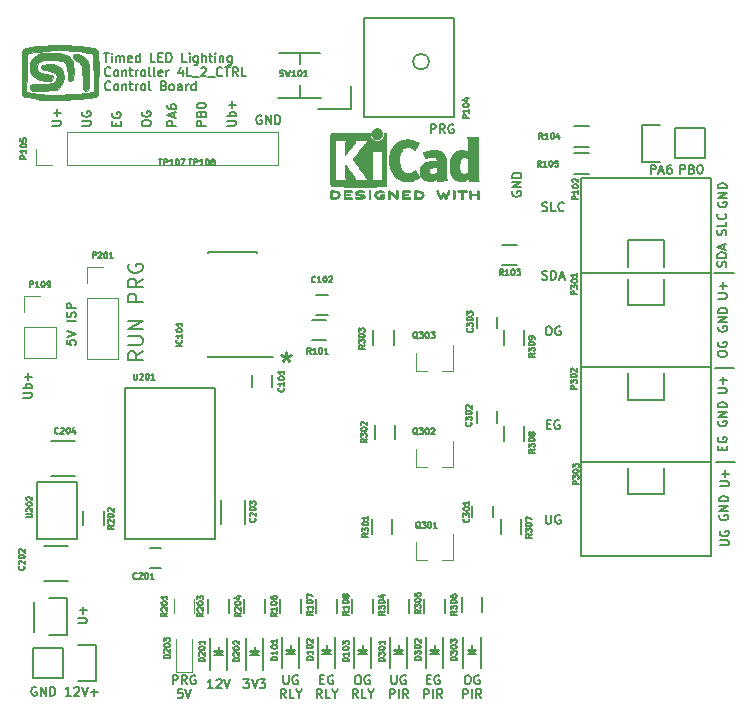
<source format=gbr>
G04 #@! TF.FileFunction,Legend,Top*
%FSLAX46Y46*%
G04 Gerber Fmt 4.6, Leading zero omitted, Abs format (unit mm)*
G04 Created by KiCad (PCBNEW 4.0.2-4+6225~38~ubuntu14.04.1-stable) date Thu 30 Mar 2017 04:50:54 PM CEST*
%MOMM*%
G01*
G04 APERTURE LIST*
%ADD10C,0.100000*%
%ADD11C,0.127000*%
%ADD12C,0.254000*%
%ADD13C,0.200000*%
%ADD14C,0.150000*%
%ADD15C,0.120000*%
%ADD16C,0.010000*%
G04 APERTURE END LIST*
D10*
D11*
X106734429Y-177547814D02*
X106734429Y-176785814D01*
X107024714Y-176785814D01*
X107097286Y-176822100D01*
X107133571Y-176858386D01*
X107169857Y-176930957D01*
X107169857Y-177039814D01*
X107133571Y-177112386D01*
X107097286Y-177148671D01*
X107024714Y-177184957D01*
X106734429Y-177184957D01*
X107931857Y-177547814D02*
X107677857Y-177184957D01*
X107496429Y-177547814D02*
X107496429Y-176785814D01*
X107786714Y-176785814D01*
X107859286Y-176822100D01*
X107895571Y-176858386D01*
X107931857Y-176930957D01*
X107931857Y-177039814D01*
X107895571Y-177112386D01*
X107859286Y-177148671D01*
X107786714Y-177184957D01*
X107496429Y-177184957D01*
X108657571Y-176822100D02*
X108585000Y-176785814D01*
X108476143Y-176785814D01*
X108367286Y-176822100D01*
X108294714Y-176894671D01*
X108258429Y-176967243D01*
X108222143Y-177112386D01*
X108222143Y-177221243D01*
X108258429Y-177366386D01*
X108294714Y-177438957D01*
X108367286Y-177511529D01*
X108476143Y-177547814D01*
X108548714Y-177547814D01*
X108657571Y-177511529D01*
X108693857Y-177475243D01*
X108693857Y-177221243D01*
X108548714Y-177221243D01*
X107550858Y-177979614D02*
X107188001Y-177979614D01*
X107151715Y-178342471D01*
X107188001Y-178306186D01*
X107260572Y-178269900D01*
X107442001Y-178269900D01*
X107514572Y-178306186D01*
X107550858Y-178342471D01*
X107587143Y-178415043D01*
X107587143Y-178596471D01*
X107550858Y-178669043D01*
X107514572Y-178705329D01*
X107442001Y-178741614D01*
X107260572Y-178741614D01*
X107188001Y-178705329D01*
X107151715Y-178669043D01*
X107804857Y-177979614D02*
X108058857Y-178741614D01*
X108312857Y-177979614D01*
X104206524Y-149376190D02*
X103601762Y-149799523D01*
X104206524Y-150101904D02*
X102936524Y-150101904D01*
X102936524Y-149618095D01*
X102997000Y-149497142D01*
X103057476Y-149436666D01*
X103178429Y-149376190D01*
X103359857Y-149376190D01*
X103480810Y-149436666D01*
X103541286Y-149497142D01*
X103601762Y-149618095D01*
X103601762Y-150101904D01*
X102936524Y-148831904D02*
X103964619Y-148831904D01*
X104085571Y-148771428D01*
X104146048Y-148710952D01*
X104206524Y-148589999D01*
X104206524Y-148348095D01*
X104146048Y-148227142D01*
X104085571Y-148166666D01*
X103964619Y-148106190D01*
X102936524Y-148106190D01*
X104206524Y-147501428D02*
X102936524Y-147501428D01*
X104206524Y-146775714D01*
X102936524Y-146775714D01*
X104206524Y-145203333D02*
X102936524Y-145203333D01*
X102936524Y-144719524D01*
X102997000Y-144598571D01*
X103057476Y-144538095D01*
X103178429Y-144477619D01*
X103359857Y-144477619D01*
X103480810Y-144538095D01*
X103541286Y-144598571D01*
X103601762Y-144719524D01*
X103601762Y-145203333D01*
X104206524Y-143207619D02*
X103601762Y-143630952D01*
X104206524Y-143933333D02*
X102936524Y-143933333D01*
X102936524Y-143449524D01*
X102997000Y-143328571D01*
X103057476Y-143268095D01*
X103178429Y-143207619D01*
X103359857Y-143207619D01*
X103480810Y-143268095D01*
X103541286Y-143328571D01*
X103601762Y-143449524D01*
X103601762Y-143933333D01*
X102997000Y-141998095D02*
X102936524Y-142119047D01*
X102936524Y-142300476D01*
X102997000Y-142481904D01*
X103117952Y-142602857D01*
X103238905Y-142663333D01*
X103480810Y-142723809D01*
X103662238Y-142723809D01*
X103904143Y-142663333D01*
X104025095Y-142602857D01*
X104146048Y-142481904D01*
X104206524Y-142300476D01*
X104206524Y-142179524D01*
X104146048Y-141998095D01*
X104085571Y-141937619D01*
X103662238Y-141937619D01*
X103662238Y-142179524D01*
X97753714Y-148426713D02*
X97753714Y-148789570D01*
X98116571Y-148825856D01*
X98080286Y-148789570D01*
X98044000Y-148716999D01*
X98044000Y-148535570D01*
X98080286Y-148462999D01*
X98116571Y-148426713D01*
X98189143Y-148390428D01*
X98370571Y-148390428D01*
X98443143Y-148426713D01*
X98479429Y-148462999D01*
X98515714Y-148535570D01*
X98515714Y-148716999D01*
X98479429Y-148789570D01*
X98443143Y-148825856D01*
X97753714Y-148172714D02*
X98515714Y-147918714D01*
X97753714Y-147664714D01*
X98515714Y-146830142D02*
X97753714Y-146830142D01*
X98479429Y-146503571D02*
X98515714Y-146394714D01*
X98515714Y-146213285D01*
X98479429Y-146140714D01*
X98443143Y-146104428D01*
X98370571Y-146068143D01*
X98298000Y-146068143D01*
X98225429Y-146104428D01*
X98189143Y-146140714D01*
X98152857Y-146213285D01*
X98116571Y-146358428D01*
X98080286Y-146431000D01*
X98044000Y-146467285D01*
X97971429Y-146503571D01*
X97898857Y-146503571D01*
X97826286Y-146467285D01*
X97790000Y-146431000D01*
X97753714Y-146358428D01*
X97753714Y-146177000D01*
X97790000Y-146068143D01*
X98515714Y-145741571D02*
X97753714Y-145741571D01*
X97753714Y-145451286D01*
X97790000Y-145378714D01*
X97826286Y-145342429D01*
X97898857Y-145306143D01*
X98007714Y-145306143D01*
X98080286Y-145342429D01*
X98116571Y-145378714D01*
X98152857Y-145451286D01*
X98152857Y-145741571D01*
D12*
X116332000Y-149394333D02*
X116332000Y-149817667D01*
X115908667Y-149648333D02*
X116332000Y-149817667D01*
X116755334Y-149648333D01*
X116078000Y-150156333D02*
X116332000Y-149817667D01*
X116586000Y-150156333D01*
D11*
X111317314Y-130272971D02*
X111934171Y-130272971D01*
X112006743Y-130236686D01*
X112043029Y-130200400D01*
X112079314Y-130127829D01*
X112079314Y-129982686D01*
X112043029Y-129910114D01*
X112006743Y-129873829D01*
X111934171Y-129837543D01*
X111317314Y-129837543D01*
X112079314Y-129474685D02*
X111317314Y-129474685D01*
X111607600Y-129474685D02*
X111571314Y-129402114D01*
X111571314Y-129256971D01*
X111607600Y-129184400D01*
X111643886Y-129148114D01*
X111716457Y-129111828D01*
X111934171Y-129111828D01*
X112006743Y-129148114D01*
X112043029Y-129184400D01*
X112079314Y-129256971D01*
X112079314Y-129402114D01*
X112043029Y-129474685D01*
X111789029Y-128785256D02*
X111789029Y-128204685D01*
X112079314Y-128494971D02*
X111498743Y-128494971D01*
X109539314Y-130272971D02*
X108777314Y-130272971D01*
X108777314Y-129982686D01*
X108813600Y-129910114D01*
X108849886Y-129873829D01*
X108922457Y-129837543D01*
X109031314Y-129837543D01*
X109103886Y-129873829D01*
X109140171Y-129910114D01*
X109176457Y-129982686D01*
X109176457Y-130272971D01*
X109140171Y-129256971D02*
X109176457Y-129148114D01*
X109212743Y-129111829D01*
X109285314Y-129075543D01*
X109394171Y-129075543D01*
X109466743Y-129111829D01*
X109503029Y-129148114D01*
X109539314Y-129220686D01*
X109539314Y-129510971D01*
X108777314Y-129510971D01*
X108777314Y-129256971D01*
X108813600Y-129184400D01*
X108849886Y-129148114D01*
X108922457Y-129111829D01*
X108995029Y-129111829D01*
X109067600Y-129148114D01*
X109103886Y-129184400D01*
X109140171Y-129256971D01*
X109140171Y-129510971D01*
X108777314Y-128603829D02*
X108777314Y-128531257D01*
X108813600Y-128458686D01*
X108849886Y-128422400D01*
X108922457Y-128386114D01*
X109067600Y-128349829D01*
X109249029Y-128349829D01*
X109394171Y-128386114D01*
X109466743Y-128422400D01*
X109503029Y-128458686D01*
X109539314Y-128531257D01*
X109539314Y-128603829D01*
X109503029Y-128676400D01*
X109466743Y-128712686D01*
X109394171Y-128748971D01*
X109249029Y-128785257D01*
X109067600Y-128785257D01*
X108922457Y-128748971D01*
X108849886Y-128712686D01*
X108813600Y-128676400D01*
X108777314Y-128603829D01*
X107024714Y-130272971D02*
X106262714Y-130272971D01*
X106262714Y-129982686D01*
X106299000Y-129910114D01*
X106335286Y-129873829D01*
X106407857Y-129837543D01*
X106516714Y-129837543D01*
X106589286Y-129873829D01*
X106625571Y-129910114D01*
X106661857Y-129982686D01*
X106661857Y-130272971D01*
X106807000Y-129547257D02*
X106807000Y-129184400D01*
X107024714Y-129619829D02*
X106262714Y-129365829D01*
X107024714Y-129111829D01*
X106262714Y-128531257D02*
X106262714Y-128676400D01*
X106299000Y-128748971D01*
X106335286Y-128785257D01*
X106444143Y-128857828D01*
X106589286Y-128894114D01*
X106879571Y-128894114D01*
X106952143Y-128857828D01*
X106988429Y-128821543D01*
X107024714Y-128748971D01*
X107024714Y-128603828D01*
X106988429Y-128531257D01*
X106952143Y-128494971D01*
X106879571Y-128458686D01*
X106698143Y-128458686D01*
X106625571Y-128494971D01*
X106589286Y-128531257D01*
X106553000Y-128603828D01*
X106553000Y-128748971D01*
X106589286Y-128821543D01*
X106625571Y-128857828D01*
X106698143Y-128894114D01*
D13*
X152603200Y-142722600D02*
X154228800Y-142722600D01*
D11*
X99049114Y-130272971D02*
X99665971Y-130272971D01*
X99738543Y-130236686D01*
X99774829Y-130200400D01*
X99811114Y-130127829D01*
X99811114Y-129982686D01*
X99774829Y-129910114D01*
X99738543Y-129873829D01*
X99665971Y-129837543D01*
X99049114Y-129837543D01*
X99085400Y-129075543D02*
X99049114Y-129148114D01*
X99049114Y-129256971D01*
X99085400Y-129365828D01*
X99157971Y-129438400D01*
X99230543Y-129474685D01*
X99375686Y-129510971D01*
X99484543Y-129510971D01*
X99629686Y-129474685D01*
X99702257Y-129438400D01*
X99774829Y-129365828D01*
X99811114Y-129256971D01*
X99811114Y-129184400D01*
X99774829Y-129075543D01*
X99738543Y-129039257D01*
X99484543Y-129039257D01*
X99484543Y-129184400D01*
X101951971Y-130272971D02*
X101951971Y-130018971D01*
X102351114Y-129910114D02*
X102351114Y-130272971D01*
X101589114Y-130272971D01*
X101589114Y-129910114D01*
X101625400Y-129184400D02*
X101589114Y-129256971D01*
X101589114Y-129365828D01*
X101625400Y-129474685D01*
X101697971Y-129547257D01*
X101770543Y-129583542D01*
X101915686Y-129619828D01*
X102024543Y-129619828D01*
X102169686Y-129583542D01*
X102242257Y-129547257D01*
X102314829Y-129474685D01*
X102351114Y-129365828D01*
X102351114Y-129293257D01*
X102314829Y-129184400D01*
X102278543Y-129148114D01*
X102024543Y-129148114D01*
X102024543Y-129293257D01*
X104129114Y-130127829D02*
X104129114Y-129982686D01*
X104165400Y-129910114D01*
X104237971Y-129837543D01*
X104383114Y-129801257D01*
X104637114Y-129801257D01*
X104782257Y-129837543D01*
X104854829Y-129910114D01*
X104891114Y-129982686D01*
X104891114Y-130127829D01*
X104854829Y-130200400D01*
X104782257Y-130272971D01*
X104637114Y-130309257D01*
X104383114Y-130309257D01*
X104237971Y-130272971D01*
X104165400Y-130200400D01*
X104129114Y-130127829D01*
X104165400Y-129075543D02*
X104129114Y-129148114D01*
X104129114Y-129256971D01*
X104165400Y-129365828D01*
X104237971Y-129438400D01*
X104310543Y-129474685D01*
X104455686Y-129510971D01*
X104564543Y-129510971D01*
X104709686Y-129474685D01*
X104782257Y-129438400D01*
X104854829Y-129365828D01*
X104891114Y-129256971D01*
X104891114Y-129184400D01*
X104854829Y-129075543D01*
X104818543Y-129039257D01*
X104564543Y-129039257D01*
X104564543Y-129184400D01*
X114245571Y-129413000D02*
X114173000Y-129376714D01*
X114064143Y-129376714D01*
X113955286Y-129413000D01*
X113882714Y-129485571D01*
X113846429Y-129558143D01*
X113810143Y-129703286D01*
X113810143Y-129812143D01*
X113846429Y-129957286D01*
X113882714Y-130029857D01*
X113955286Y-130102429D01*
X114064143Y-130138714D01*
X114136714Y-130138714D01*
X114245571Y-130102429D01*
X114281857Y-130066143D01*
X114281857Y-129812143D01*
X114136714Y-129812143D01*
X114608429Y-130138714D02*
X114608429Y-129376714D01*
X115043857Y-130138714D01*
X115043857Y-129376714D01*
X115406715Y-130138714D02*
X115406715Y-129376714D01*
X115588143Y-129376714D01*
X115697000Y-129413000D01*
X115769572Y-129485571D01*
X115805857Y-129558143D01*
X115842143Y-129703286D01*
X115842143Y-129812143D01*
X115805857Y-129957286D01*
X115769572Y-130029857D01*
X115697000Y-130102429D01*
X115588143Y-130138714D01*
X115406715Y-130138714D01*
X138030858Y-137468429D02*
X138139715Y-137504714D01*
X138321144Y-137504714D01*
X138393715Y-137468429D01*
X138430001Y-137432143D01*
X138466286Y-137359571D01*
X138466286Y-137287000D01*
X138430001Y-137214429D01*
X138393715Y-137178143D01*
X138321144Y-137141857D01*
X138176001Y-137105571D01*
X138103429Y-137069286D01*
X138067144Y-137033000D01*
X138030858Y-136960429D01*
X138030858Y-136887857D01*
X138067144Y-136815286D01*
X138103429Y-136779000D01*
X138176001Y-136742714D01*
X138357429Y-136742714D01*
X138466286Y-136779000D01*
X139155715Y-137504714D02*
X138792858Y-137504714D01*
X138792858Y-136742714D01*
X139845143Y-137432143D02*
X139808857Y-137468429D01*
X139700000Y-137504714D01*
X139627429Y-137504714D01*
X139518572Y-137468429D01*
X139446000Y-137395857D01*
X139409715Y-137323286D01*
X139373429Y-137178143D01*
X139373429Y-137069286D01*
X139409715Y-136924143D01*
X139446000Y-136851571D01*
X139518572Y-136779000D01*
X139627429Y-136742714D01*
X139700000Y-136742714D01*
X139808857Y-136779000D01*
X139845143Y-136815286D01*
X138012715Y-143259629D02*
X138121572Y-143295914D01*
X138303001Y-143295914D01*
X138375572Y-143259629D01*
X138411858Y-143223343D01*
X138448143Y-143150771D01*
X138448143Y-143078200D01*
X138411858Y-143005629D01*
X138375572Y-142969343D01*
X138303001Y-142933057D01*
X138157858Y-142896771D01*
X138085286Y-142860486D01*
X138049001Y-142824200D01*
X138012715Y-142751629D01*
X138012715Y-142679057D01*
X138049001Y-142606486D01*
X138085286Y-142570200D01*
X138157858Y-142533914D01*
X138339286Y-142533914D01*
X138448143Y-142570200D01*
X138774715Y-143295914D02*
X138774715Y-142533914D01*
X138956143Y-142533914D01*
X139065000Y-142570200D01*
X139137572Y-142642771D01*
X139173857Y-142715343D01*
X139210143Y-142860486D01*
X139210143Y-142969343D01*
X139173857Y-143114486D01*
X139137572Y-143187057D01*
X139065000Y-143259629D01*
X138956143Y-143295914D01*
X138774715Y-143295914D01*
X139500429Y-143078200D02*
X139863286Y-143078200D01*
X139427857Y-143295914D02*
X139681857Y-142533914D01*
X139935857Y-143295914D01*
X138339286Y-163209514D02*
X138339286Y-163826371D01*
X138375571Y-163898943D01*
X138411857Y-163935229D01*
X138484428Y-163971514D01*
X138629571Y-163971514D01*
X138702143Y-163935229D01*
X138738428Y-163898943D01*
X138774714Y-163826371D01*
X138774714Y-163209514D01*
X139536714Y-163245800D02*
X139464143Y-163209514D01*
X139355286Y-163209514D01*
X139246429Y-163245800D01*
X139173857Y-163318371D01*
X139137572Y-163390943D01*
X139101286Y-163536086D01*
X139101286Y-163644943D01*
X139137572Y-163790086D01*
X139173857Y-163862657D01*
X139246429Y-163935229D01*
X139355286Y-163971514D01*
X139427857Y-163971514D01*
X139536714Y-163935229D01*
X139573000Y-163898943D01*
X139573000Y-163644943D01*
X139427857Y-163644943D01*
X138393715Y-155545971D02*
X138647715Y-155545971D01*
X138756572Y-155945114D02*
X138393715Y-155945114D01*
X138393715Y-155183114D01*
X138756572Y-155183114D01*
X139482286Y-155219400D02*
X139409715Y-155183114D01*
X139300858Y-155183114D01*
X139192001Y-155219400D01*
X139119429Y-155291971D01*
X139083144Y-155364543D01*
X139046858Y-155509686D01*
X139046858Y-155618543D01*
X139083144Y-155763686D01*
X139119429Y-155836257D01*
X139192001Y-155908829D01*
X139300858Y-155945114D01*
X139373429Y-155945114D01*
X139482286Y-155908829D01*
X139518572Y-155872543D01*
X139518572Y-155618543D01*
X139373429Y-155618543D01*
X138484428Y-147258314D02*
X138629571Y-147258314D01*
X138702143Y-147294600D01*
X138774714Y-147367171D01*
X138811000Y-147512314D01*
X138811000Y-147766314D01*
X138774714Y-147911457D01*
X138702143Y-147984029D01*
X138629571Y-148020314D01*
X138484428Y-148020314D01*
X138411857Y-147984029D01*
X138339286Y-147911457D01*
X138303000Y-147766314D01*
X138303000Y-147512314D01*
X138339286Y-147367171D01*
X138411857Y-147294600D01*
X138484428Y-147258314D01*
X139536714Y-147294600D02*
X139464143Y-147258314D01*
X139355286Y-147258314D01*
X139246429Y-147294600D01*
X139173857Y-147367171D01*
X139137572Y-147439743D01*
X139101286Y-147584886D01*
X139101286Y-147693743D01*
X139137572Y-147838886D01*
X139173857Y-147911457D01*
X139246429Y-147984029D01*
X139355286Y-148020314D01*
X139427857Y-148020314D01*
X139536714Y-147984029D01*
X139573000Y-147947743D01*
X139573000Y-147693743D01*
X139427857Y-147693743D01*
X128578429Y-130900714D02*
X128578429Y-130138714D01*
X128868714Y-130138714D01*
X128941286Y-130175000D01*
X128977571Y-130211286D01*
X129013857Y-130283857D01*
X129013857Y-130392714D01*
X128977571Y-130465286D01*
X128941286Y-130501571D01*
X128868714Y-130537857D01*
X128578429Y-130537857D01*
X129775857Y-130900714D02*
X129521857Y-130537857D01*
X129340429Y-130900714D02*
X129340429Y-130138714D01*
X129630714Y-130138714D01*
X129703286Y-130175000D01*
X129739571Y-130211286D01*
X129775857Y-130283857D01*
X129775857Y-130392714D01*
X129739571Y-130465286D01*
X129703286Y-130501571D01*
X129630714Y-130537857D01*
X129340429Y-130537857D01*
X130501571Y-130175000D02*
X130429000Y-130138714D01*
X130320143Y-130138714D01*
X130211286Y-130175000D01*
X130138714Y-130247571D01*
X130102429Y-130320143D01*
X130066143Y-130465286D01*
X130066143Y-130574143D01*
X130102429Y-130719286D01*
X130138714Y-130791857D01*
X130211286Y-130864429D01*
X130320143Y-130900714D01*
X130392714Y-130900714D01*
X130501571Y-130864429D01*
X130537857Y-130828143D01*
X130537857Y-130574143D01*
X130392714Y-130574143D01*
X98682714Y-172369428D02*
X99299571Y-172369428D01*
X99372143Y-172333143D01*
X99408429Y-172296857D01*
X99444714Y-172224286D01*
X99444714Y-172079143D01*
X99408429Y-172006571D01*
X99372143Y-171970286D01*
X99299571Y-171934000D01*
X98682714Y-171934000D01*
X99154429Y-171571142D02*
X99154429Y-170990571D01*
X99444714Y-171280857D02*
X98864143Y-171280857D01*
X94022714Y-153304143D02*
X94639571Y-153304143D01*
X94712143Y-153267858D01*
X94748429Y-153231572D01*
X94784714Y-153159001D01*
X94784714Y-153013858D01*
X94748429Y-152941286D01*
X94712143Y-152905001D01*
X94639571Y-152868715D01*
X94022714Y-152868715D01*
X94784714Y-152505857D02*
X94022714Y-152505857D01*
X94313000Y-152505857D02*
X94276714Y-152433286D01*
X94276714Y-152288143D01*
X94313000Y-152215572D01*
X94349286Y-152179286D01*
X94421857Y-152143000D01*
X94639571Y-152143000D01*
X94712143Y-152179286D01*
X94748429Y-152215572D01*
X94784714Y-152288143D01*
X94784714Y-152433286D01*
X94748429Y-152505857D01*
X94494429Y-151816428D02*
X94494429Y-151235857D01*
X94784714Y-151526143D02*
X94204143Y-151526143D01*
X149678572Y-134329714D02*
X149678572Y-133567714D01*
X149968857Y-133567714D01*
X150041429Y-133604000D01*
X150077714Y-133640286D01*
X150114000Y-133712857D01*
X150114000Y-133821714D01*
X150077714Y-133894286D01*
X150041429Y-133930571D01*
X149968857Y-133966857D01*
X149678572Y-133966857D01*
X150694572Y-133930571D02*
X150803429Y-133966857D01*
X150839714Y-134003143D01*
X150876000Y-134075714D01*
X150876000Y-134184571D01*
X150839714Y-134257143D01*
X150803429Y-134293429D01*
X150730857Y-134329714D01*
X150440572Y-134329714D01*
X150440572Y-133567714D01*
X150694572Y-133567714D01*
X150767143Y-133604000D01*
X150803429Y-133640286D01*
X150839714Y-133712857D01*
X150839714Y-133785429D01*
X150803429Y-133858000D01*
X150767143Y-133894286D01*
X150694572Y-133930571D01*
X150440572Y-133930571D01*
X151347714Y-133567714D02*
X151420286Y-133567714D01*
X151492857Y-133604000D01*
X151529143Y-133640286D01*
X151565429Y-133712857D01*
X151601714Y-133858000D01*
X151601714Y-134039429D01*
X151565429Y-134184571D01*
X151529143Y-134257143D01*
X151492857Y-134293429D01*
X151420286Y-134329714D01*
X151347714Y-134329714D01*
X151275143Y-134293429D01*
X151238857Y-134257143D01*
X151202572Y-134184571D01*
X151166286Y-134039429D01*
X151166286Y-133858000D01*
X151202572Y-133712857D01*
X151238857Y-133640286D01*
X151275143Y-133604000D01*
X151347714Y-133567714D01*
X147193001Y-134329714D02*
X147193001Y-133567714D01*
X147483286Y-133567714D01*
X147555858Y-133604000D01*
X147592143Y-133640286D01*
X147628429Y-133712857D01*
X147628429Y-133821714D01*
X147592143Y-133894286D01*
X147555858Y-133930571D01*
X147483286Y-133966857D01*
X147193001Y-133966857D01*
X147918715Y-134112000D02*
X148281572Y-134112000D01*
X147846143Y-134329714D02*
X148100143Y-133567714D01*
X148354143Y-134329714D01*
X148934715Y-133567714D02*
X148789572Y-133567714D01*
X148717001Y-133604000D01*
X148680715Y-133640286D01*
X148608144Y-133749143D01*
X148571858Y-133894286D01*
X148571858Y-134184571D01*
X148608144Y-134257143D01*
X148644429Y-134293429D01*
X148717001Y-134329714D01*
X148862144Y-134329714D01*
X148934715Y-134293429D01*
X148971001Y-134257143D01*
X149007286Y-134184571D01*
X149007286Y-134003143D01*
X148971001Y-133930571D01*
X148934715Y-133894286D01*
X148862144Y-133858000D01*
X148717001Y-133858000D01*
X148644429Y-133894286D01*
X148608144Y-133930571D01*
X148571858Y-134003143D01*
X152897114Y-144910628D02*
X153513971Y-144910628D01*
X153586543Y-144874343D01*
X153622829Y-144838057D01*
X153659114Y-144765486D01*
X153659114Y-144620343D01*
X153622829Y-144547771D01*
X153586543Y-144511486D01*
X153513971Y-144475200D01*
X152897114Y-144475200D01*
X153368829Y-144112342D02*
X153368829Y-143531771D01*
X153659114Y-143822057D02*
X153078543Y-143822057D01*
D13*
X152654000Y-150774400D02*
X154279600Y-150774400D01*
X152755600Y-158750000D02*
X154381200Y-158750000D01*
D11*
X135509000Y-135835572D02*
X135472714Y-135908143D01*
X135472714Y-136017000D01*
X135509000Y-136125857D01*
X135581571Y-136198429D01*
X135654143Y-136234714D01*
X135799286Y-136271000D01*
X135908143Y-136271000D01*
X136053286Y-136234714D01*
X136125857Y-136198429D01*
X136198429Y-136125857D01*
X136234714Y-136017000D01*
X136234714Y-135944429D01*
X136198429Y-135835572D01*
X136162143Y-135799286D01*
X135908143Y-135799286D01*
X135908143Y-135944429D01*
X136234714Y-135472714D02*
X135472714Y-135472714D01*
X136234714Y-135037286D01*
X135472714Y-135037286D01*
X136234714Y-134674428D02*
X135472714Y-134674428D01*
X135472714Y-134493000D01*
X135509000Y-134384143D01*
X135581571Y-134311571D01*
X135654143Y-134275286D01*
X135799286Y-134239000D01*
X135908143Y-134239000D01*
X136053286Y-134275286D01*
X136125857Y-134311571D01*
X136198429Y-134384143D01*
X136234714Y-134493000D01*
X136234714Y-134674428D01*
X153049514Y-165800314D02*
X153666371Y-165800314D01*
X153738943Y-165764029D01*
X153775229Y-165727743D01*
X153811514Y-165655172D01*
X153811514Y-165510029D01*
X153775229Y-165437457D01*
X153738943Y-165401172D01*
X153666371Y-165364886D01*
X153049514Y-165364886D01*
X153085800Y-164602886D02*
X153049514Y-164675457D01*
X153049514Y-164784314D01*
X153085800Y-164893171D01*
X153158371Y-164965743D01*
X153230943Y-165002028D01*
X153376086Y-165038314D01*
X153484943Y-165038314D01*
X153630086Y-165002028D01*
X153702657Y-164965743D01*
X153775229Y-164893171D01*
X153811514Y-164784314D01*
X153811514Y-164711743D01*
X153775229Y-164602886D01*
X153738943Y-164566600D01*
X153484943Y-164566600D01*
X153484943Y-164711743D01*
X153049514Y-160811028D02*
X153666371Y-160811028D01*
X153738943Y-160774743D01*
X153775229Y-160738457D01*
X153811514Y-160665886D01*
X153811514Y-160520743D01*
X153775229Y-160448171D01*
X153738943Y-160411886D01*
X153666371Y-160375600D01*
X153049514Y-160375600D01*
X153521229Y-160012742D02*
X153521229Y-159432171D01*
X153811514Y-159722457D02*
X153230943Y-159722457D01*
X153035000Y-163242172D02*
X152998714Y-163314743D01*
X152998714Y-163423600D01*
X153035000Y-163532457D01*
X153107571Y-163605029D01*
X153180143Y-163641314D01*
X153325286Y-163677600D01*
X153434143Y-163677600D01*
X153579286Y-163641314D01*
X153651857Y-163605029D01*
X153724429Y-163532457D01*
X153760714Y-163423600D01*
X153760714Y-163351029D01*
X153724429Y-163242172D01*
X153688143Y-163205886D01*
X153434143Y-163205886D01*
X153434143Y-163351029D01*
X153760714Y-162879314D02*
X152998714Y-162879314D01*
X153760714Y-162443886D01*
X152998714Y-162443886D01*
X153760714Y-162081028D02*
X152998714Y-162081028D01*
X152998714Y-161899600D01*
X153035000Y-161790743D01*
X153107571Y-161718171D01*
X153180143Y-161681886D01*
X153325286Y-161645600D01*
X153434143Y-161645600D01*
X153579286Y-161681886D01*
X153651857Y-161718171D01*
X153724429Y-161790743D01*
X153760714Y-161899600D01*
X153760714Y-162081028D01*
X153259971Y-157744885D02*
X153259971Y-157490885D01*
X153659114Y-157382028D02*
X153659114Y-157744885D01*
X152897114Y-157744885D01*
X152897114Y-157382028D01*
X152933400Y-156656314D02*
X152897114Y-156728885D01*
X152897114Y-156837742D01*
X152933400Y-156946599D01*
X153005971Y-157019171D01*
X153078543Y-157055456D01*
X153223686Y-157091742D01*
X153332543Y-157091742D01*
X153477686Y-157055456D01*
X153550257Y-157019171D01*
X153622829Y-156946599D01*
X153659114Y-156837742D01*
X153659114Y-156765171D01*
X153622829Y-156656314D01*
X153586543Y-156620028D01*
X153332543Y-156620028D01*
X153332543Y-156765171D01*
X152933400Y-155266572D02*
X152897114Y-155339143D01*
X152897114Y-155448000D01*
X152933400Y-155556857D01*
X153005971Y-155629429D01*
X153078543Y-155665714D01*
X153223686Y-155702000D01*
X153332543Y-155702000D01*
X153477686Y-155665714D01*
X153550257Y-155629429D01*
X153622829Y-155556857D01*
X153659114Y-155448000D01*
X153659114Y-155375429D01*
X153622829Y-155266572D01*
X153586543Y-155230286D01*
X153332543Y-155230286D01*
X153332543Y-155375429D01*
X153659114Y-154903714D02*
X152897114Y-154903714D01*
X153659114Y-154468286D01*
X152897114Y-154468286D01*
X153659114Y-154105428D02*
X152897114Y-154105428D01*
X152897114Y-153924000D01*
X152933400Y-153815143D01*
X153005971Y-153742571D01*
X153078543Y-153706286D01*
X153223686Y-153670000D01*
X153332543Y-153670000D01*
X153477686Y-153706286D01*
X153550257Y-153742571D01*
X153622829Y-153815143D01*
X153659114Y-153924000D01*
X153659114Y-154105428D01*
X152897114Y-152911628D02*
X153513971Y-152911628D01*
X153586543Y-152875343D01*
X153622829Y-152839057D01*
X153659114Y-152766486D01*
X153659114Y-152621343D01*
X153622829Y-152548771D01*
X153586543Y-152512486D01*
X153513971Y-152476200D01*
X152897114Y-152476200D01*
X153368829Y-152113342D02*
X153368829Y-151532771D01*
X153659114Y-151823057D02*
X153078543Y-151823057D01*
X152897114Y-149653172D02*
X152897114Y-149508029D01*
X152933400Y-149435457D01*
X153005971Y-149362886D01*
X153151114Y-149326600D01*
X153405114Y-149326600D01*
X153550257Y-149362886D01*
X153622829Y-149435457D01*
X153659114Y-149508029D01*
X153659114Y-149653172D01*
X153622829Y-149725743D01*
X153550257Y-149798314D01*
X153405114Y-149834600D01*
X153151114Y-149834600D01*
X153005971Y-149798314D01*
X152933400Y-149725743D01*
X152897114Y-149653172D01*
X152933400Y-148600886D02*
X152897114Y-148673457D01*
X152897114Y-148782314D01*
X152933400Y-148891171D01*
X153005971Y-148963743D01*
X153078543Y-149000028D01*
X153223686Y-149036314D01*
X153332543Y-149036314D01*
X153477686Y-149000028D01*
X153550257Y-148963743D01*
X153622829Y-148891171D01*
X153659114Y-148782314D01*
X153659114Y-148709743D01*
X153622829Y-148600886D01*
X153586543Y-148564600D01*
X153332543Y-148564600D01*
X153332543Y-148709743D01*
X153572029Y-142200085D02*
X153608314Y-142091228D01*
X153608314Y-141909799D01*
X153572029Y-141837228D01*
X153535743Y-141800942D01*
X153463171Y-141764657D01*
X153390600Y-141764657D01*
X153318029Y-141800942D01*
X153281743Y-141837228D01*
X153245457Y-141909799D01*
X153209171Y-142054942D01*
X153172886Y-142127514D01*
X153136600Y-142163799D01*
X153064029Y-142200085D01*
X152991457Y-142200085D01*
X152918886Y-142163799D01*
X152882600Y-142127514D01*
X152846314Y-142054942D01*
X152846314Y-141873514D01*
X152882600Y-141764657D01*
X153608314Y-141438085D02*
X152846314Y-141438085D01*
X152846314Y-141256657D01*
X152882600Y-141147800D01*
X152955171Y-141075228D01*
X153027743Y-141038943D01*
X153172886Y-141002657D01*
X153281743Y-141002657D01*
X153426886Y-141038943D01*
X153499457Y-141075228D01*
X153572029Y-141147800D01*
X153608314Y-141256657D01*
X153608314Y-141438085D01*
X153390600Y-140712371D02*
X153390600Y-140349514D01*
X153608314Y-140784943D02*
X152846314Y-140530943D01*
X153608314Y-140276943D01*
X153572029Y-139540342D02*
X153608314Y-139431485D01*
X153608314Y-139250056D01*
X153572029Y-139177485D01*
X153535743Y-139141199D01*
X153463171Y-139104914D01*
X153390600Y-139104914D01*
X153318029Y-139141199D01*
X153281743Y-139177485D01*
X153245457Y-139250056D01*
X153209171Y-139395199D01*
X153172886Y-139467771D01*
X153136600Y-139504056D01*
X153064029Y-139540342D01*
X152991457Y-139540342D01*
X152918886Y-139504056D01*
X152882600Y-139467771D01*
X152846314Y-139395199D01*
X152846314Y-139213771D01*
X152882600Y-139104914D01*
X153608314Y-138415485D02*
X153608314Y-138778342D01*
X152846314Y-138778342D01*
X153535743Y-137726057D02*
X153572029Y-137762343D01*
X153608314Y-137871200D01*
X153608314Y-137943771D01*
X153572029Y-138052628D01*
X153499457Y-138125200D01*
X153426886Y-138161485D01*
X153281743Y-138197771D01*
X153172886Y-138197771D01*
X153027743Y-138161485D01*
X152955171Y-138125200D01*
X152882600Y-138052628D01*
X152846314Y-137943771D01*
X152846314Y-137871200D01*
X152882600Y-137762343D01*
X152918886Y-137726057D01*
X152933400Y-136724572D02*
X152897114Y-136797143D01*
X152897114Y-136906000D01*
X152933400Y-137014857D01*
X153005971Y-137087429D01*
X153078543Y-137123714D01*
X153223686Y-137160000D01*
X153332543Y-137160000D01*
X153477686Y-137123714D01*
X153550257Y-137087429D01*
X153622829Y-137014857D01*
X153659114Y-136906000D01*
X153659114Y-136833429D01*
X153622829Y-136724572D01*
X153586543Y-136688286D01*
X153332543Y-136688286D01*
X153332543Y-136833429D01*
X153659114Y-136361714D02*
X152897114Y-136361714D01*
X153659114Y-135926286D01*
X152897114Y-135926286D01*
X153659114Y-135563428D02*
X152897114Y-135563428D01*
X152897114Y-135382000D01*
X152933400Y-135273143D01*
X153005971Y-135200571D01*
X153078543Y-135164286D01*
X153223686Y-135128000D01*
X153332543Y-135128000D01*
X153477686Y-135164286D01*
X153550257Y-135200571D01*
X153622829Y-135273143D01*
X153659114Y-135382000D01*
X153659114Y-135563428D01*
X152958800Y-147290972D02*
X152922514Y-147363543D01*
X152922514Y-147472400D01*
X152958800Y-147581257D01*
X153031371Y-147653829D01*
X153103943Y-147690114D01*
X153249086Y-147726400D01*
X153357943Y-147726400D01*
X153503086Y-147690114D01*
X153575657Y-147653829D01*
X153648229Y-147581257D01*
X153684514Y-147472400D01*
X153684514Y-147399829D01*
X153648229Y-147290972D01*
X153611943Y-147254686D01*
X153357943Y-147254686D01*
X153357943Y-147399829D01*
X153684514Y-146928114D02*
X152922514Y-146928114D01*
X153684514Y-146492686D01*
X152922514Y-146492686D01*
X153684514Y-146129828D02*
X152922514Y-146129828D01*
X152922514Y-145948400D01*
X152958800Y-145839543D01*
X153031371Y-145766971D01*
X153103943Y-145730686D01*
X153249086Y-145694400D01*
X153357943Y-145694400D01*
X153503086Y-145730686D01*
X153575657Y-145766971D01*
X153648229Y-145839543D01*
X153684514Y-145948400D01*
X153684514Y-146129828D01*
X131626428Y-176785814D02*
X131771571Y-176785814D01*
X131844143Y-176822100D01*
X131916714Y-176894671D01*
X131953000Y-177039814D01*
X131953000Y-177293814D01*
X131916714Y-177438957D01*
X131844143Y-177511529D01*
X131771571Y-177547814D01*
X131626428Y-177547814D01*
X131553857Y-177511529D01*
X131481286Y-177438957D01*
X131445000Y-177293814D01*
X131445000Y-177039814D01*
X131481286Y-176894671D01*
X131553857Y-176822100D01*
X131626428Y-176785814D01*
X132678714Y-176822100D02*
X132606143Y-176785814D01*
X132497286Y-176785814D01*
X132388429Y-176822100D01*
X132315857Y-176894671D01*
X132279572Y-176967243D01*
X132243286Y-177112386D01*
X132243286Y-177221243D01*
X132279572Y-177366386D01*
X132315857Y-177438957D01*
X132388429Y-177511529D01*
X132497286Y-177547814D01*
X132569857Y-177547814D01*
X132678714Y-177511529D01*
X132715000Y-177475243D01*
X132715000Y-177221243D01*
X132569857Y-177221243D01*
X131318001Y-178741614D02*
X131318001Y-177979614D01*
X131608286Y-177979614D01*
X131680858Y-178015900D01*
X131717143Y-178052186D01*
X131753429Y-178124757D01*
X131753429Y-178233614D01*
X131717143Y-178306186D01*
X131680858Y-178342471D01*
X131608286Y-178378757D01*
X131318001Y-178378757D01*
X132080001Y-178741614D02*
X132080001Y-177979614D01*
X132878286Y-178741614D02*
X132624286Y-178378757D01*
X132442858Y-178741614D02*
X132442858Y-177979614D01*
X132733143Y-177979614D01*
X132805715Y-178015900D01*
X132842000Y-178052186D01*
X132878286Y-178124757D01*
X132878286Y-178233614D01*
X132842000Y-178306186D01*
X132805715Y-178342471D01*
X132733143Y-178378757D01*
X132442858Y-178378757D01*
X128233715Y-177148671D02*
X128487715Y-177148671D01*
X128596572Y-177547814D02*
X128233715Y-177547814D01*
X128233715Y-176785814D01*
X128596572Y-176785814D01*
X129322286Y-176822100D02*
X129249715Y-176785814D01*
X129140858Y-176785814D01*
X129032001Y-176822100D01*
X128959429Y-176894671D01*
X128923144Y-176967243D01*
X128886858Y-177112386D01*
X128886858Y-177221243D01*
X128923144Y-177366386D01*
X128959429Y-177438957D01*
X129032001Y-177511529D01*
X129140858Y-177547814D01*
X129213429Y-177547814D01*
X129322286Y-177511529D01*
X129358572Y-177475243D01*
X129358572Y-177221243D01*
X129213429Y-177221243D01*
X128016001Y-178741614D02*
X128016001Y-177979614D01*
X128306286Y-177979614D01*
X128378858Y-178015900D01*
X128415143Y-178052186D01*
X128451429Y-178124757D01*
X128451429Y-178233614D01*
X128415143Y-178306186D01*
X128378858Y-178342471D01*
X128306286Y-178378757D01*
X128016001Y-178378757D01*
X128778001Y-178741614D02*
X128778001Y-177979614D01*
X129576286Y-178741614D02*
X129322286Y-178378757D01*
X129140858Y-178741614D02*
X129140858Y-177979614D01*
X129431143Y-177979614D01*
X129503715Y-178015900D01*
X129540000Y-178052186D01*
X129576286Y-178124757D01*
X129576286Y-178233614D01*
X129540000Y-178306186D01*
X129503715Y-178342471D01*
X129431143Y-178378757D01*
X129140858Y-178378757D01*
X125258286Y-176785814D02*
X125258286Y-177402671D01*
X125294571Y-177475243D01*
X125330857Y-177511529D01*
X125403428Y-177547814D01*
X125548571Y-177547814D01*
X125621143Y-177511529D01*
X125657428Y-177475243D01*
X125693714Y-177402671D01*
X125693714Y-176785814D01*
X126455714Y-176822100D02*
X126383143Y-176785814D01*
X126274286Y-176785814D01*
X126165429Y-176822100D01*
X126092857Y-176894671D01*
X126056572Y-176967243D01*
X126020286Y-177112386D01*
X126020286Y-177221243D01*
X126056572Y-177366386D01*
X126092857Y-177438957D01*
X126165429Y-177511529D01*
X126274286Y-177547814D01*
X126346857Y-177547814D01*
X126455714Y-177511529D01*
X126492000Y-177475243D01*
X126492000Y-177221243D01*
X126346857Y-177221243D01*
X125095001Y-178741614D02*
X125095001Y-177979614D01*
X125385286Y-177979614D01*
X125457858Y-178015900D01*
X125494143Y-178052186D01*
X125530429Y-178124757D01*
X125530429Y-178233614D01*
X125494143Y-178306186D01*
X125457858Y-178342471D01*
X125385286Y-178378757D01*
X125095001Y-178378757D01*
X125857001Y-178741614D02*
X125857001Y-177979614D01*
X126655286Y-178741614D02*
X126401286Y-178378757D01*
X126219858Y-178741614D02*
X126219858Y-177979614D01*
X126510143Y-177979614D01*
X126582715Y-178015900D01*
X126619000Y-178052186D01*
X126655286Y-178124757D01*
X126655286Y-178233614D01*
X126619000Y-178306186D01*
X126582715Y-178342471D01*
X126510143Y-178378757D01*
X126219858Y-178378757D01*
X122355428Y-176785814D02*
X122500571Y-176785814D01*
X122573143Y-176822100D01*
X122645714Y-176894671D01*
X122682000Y-177039814D01*
X122682000Y-177293814D01*
X122645714Y-177438957D01*
X122573143Y-177511529D01*
X122500571Y-177547814D01*
X122355428Y-177547814D01*
X122282857Y-177511529D01*
X122210286Y-177438957D01*
X122174000Y-177293814D01*
X122174000Y-177039814D01*
X122210286Y-176894671D01*
X122282857Y-176822100D01*
X122355428Y-176785814D01*
X123407714Y-176822100D02*
X123335143Y-176785814D01*
X123226286Y-176785814D01*
X123117429Y-176822100D01*
X123044857Y-176894671D01*
X123008572Y-176967243D01*
X122972286Y-177112386D01*
X122972286Y-177221243D01*
X123008572Y-177366386D01*
X123044857Y-177438957D01*
X123117429Y-177511529D01*
X123226286Y-177547814D01*
X123298857Y-177547814D01*
X123407714Y-177511529D01*
X123444000Y-177475243D01*
X123444000Y-177221243D01*
X123298857Y-177221243D01*
X122409857Y-178741614D02*
X122155857Y-178378757D01*
X121974429Y-178741614D02*
X121974429Y-177979614D01*
X122264714Y-177979614D01*
X122337286Y-178015900D01*
X122373571Y-178052186D01*
X122409857Y-178124757D01*
X122409857Y-178233614D01*
X122373571Y-178306186D01*
X122337286Y-178342471D01*
X122264714Y-178378757D01*
X121974429Y-178378757D01*
X123099286Y-178741614D02*
X122736429Y-178741614D01*
X122736429Y-177979614D01*
X123498428Y-178378757D02*
X123498428Y-178741614D01*
X123244428Y-177979614D02*
X123498428Y-178378757D01*
X123752428Y-177979614D01*
X119216715Y-177148671D02*
X119470715Y-177148671D01*
X119579572Y-177547814D02*
X119216715Y-177547814D01*
X119216715Y-176785814D01*
X119579572Y-176785814D01*
X120305286Y-176822100D02*
X120232715Y-176785814D01*
X120123858Y-176785814D01*
X120015001Y-176822100D01*
X119942429Y-176894671D01*
X119906144Y-176967243D01*
X119869858Y-177112386D01*
X119869858Y-177221243D01*
X119906144Y-177366386D01*
X119942429Y-177438957D01*
X120015001Y-177511529D01*
X120123858Y-177547814D01*
X120196429Y-177547814D01*
X120305286Y-177511529D01*
X120341572Y-177475243D01*
X120341572Y-177221243D01*
X120196429Y-177221243D01*
X119361857Y-178741614D02*
X119107857Y-178378757D01*
X118926429Y-178741614D02*
X118926429Y-177979614D01*
X119216714Y-177979614D01*
X119289286Y-178015900D01*
X119325571Y-178052186D01*
X119361857Y-178124757D01*
X119361857Y-178233614D01*
X119325571Y-178306186D01*
X119289286Y-178342471D01*
X119216714Y-178378757D01*
X118926429Y-178378757D01*
X120051286Y-178741614D02*
X119688429Y-178741614D01*
X119688429Y-177979614D01*
X120450428Y-178378757D02*
X120450428Y-178741614D01*
X120196428Y-177979614D02*
X120450428Y-178378757D01*
X120704428Y-177979614D01*
X116114286Y-176785814D02*
X116114286Y-177402671D01*
X116150571Y-177475243D01*
X116186857Y-177511529D01*
X116259428Y-177547814D01*
X116404571Y-177547814D01*
X116477143Y-177511529D01*
X116513428Y-177475243D01*
X116549714Y-177402671D01*
X116549714Y-176785814D01*
X117311714Y-176822100D02*
X117239143Y-176785814D01*
X117130286Y-176785814D01*
X117021429Y-176822100D01*
X116948857Y-176894671D01*
X116912572Y-176967243D01*
X116876286Y-177112386D01*
X116876286Y-177221243D01*
X116912572Y-177366386D01*
X116948857Y-177438957D01*
X117021429Y-177511529D01*
X117130286Y-177547814D01*
X117202857Y-177547814D01*
X117311714Y-177511529D01*
X117348000Y-177475243D01*
X117348000Y-177221243D01*
X117202857Y-177221243D01*
X116313857Y-178741614D02*
X116059857Y-178378757D01*
X115878429Y-178741614D02*
X115878429Y-177979614D01*
X116168714Y-177979614D01*
X116241286Y-178015900D01*
X116277571Y-178052186D01*
X116313857Y-178124757D01*
X116313857Y-178233614D01*
X116277571Y-178306186D01*
X116241286Y-178342471D01*
X116168714Y-178378757D01*
X115878429Y-178378757D01*
X117003286Y-178741614D02*
X116640429Y-178741614D01*
X116640429Y-177979614D01*
X117402428Y-178378757D02*
X117402428Y-178741614D01*
X117148428Y-177979614D02*
X117402428Y-178378757D01*
X117656428Y-177979614D01*
X112721572Y-177128714D02*
X113193286Y-177128714D01*
X112939286Y-177419000D01*
X113048144Y-177419000D01*
X113120715Y-177455286D01*
X113157001Y-177491571D01*
X113193286Y-177564143D01*
X113193286Y-177745571D01*
X113157001Y-177818143D01*
X113120715Y-177854429D01*
X113048144Y-177890714D01*
X112830429Y-177890714D01*
X112757858Y-177854429D01*
X112721572Y-177818143D01*
X113411000Y-177128714D02*
X113665000Y-177890714D01*
X113919000Y-177128714D01*
X114100429Y-177128714D02*
X114572143Y-177128714D01*
X114318143Y-177419000D01*
X114427001Y-177419000D01*
X114499572Y-177455286D01*
X114535858Y-177491571D01*
X114572143Y-177564143D01*
X114572143Y-177745571D01*
X114535858Y-177818143D01*
X114499572Y-177854429D01*
X114427001Y-177890714D01*
X114209286Y-177890714D01*
X114136715Y-177854429D01*
X114100429Y-177818143D01*
X110145286Y-177890714D02*
X109709858Y-177890714D01*
X109927572Y-177890714D02*
X109927572Y-177128714D01*
X109855001Y-177237571D01*
X109782429Y-177310143D01*
X109709858Y-177346429D01*
X110435572Y-177201286D02*
X110471858Y-177165000D01*
X110544429Y-177128714D01*
X110725858Y-177128714D01*
X110798429Y-177165000D01*
X110834715Y-177201286D01*
X110871000Y-177273857D01*
X110871000Y-177346429D01*
X110834715Y-177455286D01*
X110399286Y-177890714D01*
X110871000Y-177890714D01*
X111088714Y-177128714D02*
X111342714Y-177890714D01*
X111596714Y-177128714D01*
X100910571Y-124118914D02*
X101346000Y-124118914D01*
X101128286Y-124880914D02*
X101128286Y-124118914D01*
X101600000Y-124880914D02*
X101600000Y-124372914D01*
X101600000Y-124118914D02*
X101563714Y-124155200D01*
X101600000Y-124191486D01*
X101636285Y-124155200D01*
X101600000Y-124118914D01*
X101600000Y-124191486D01*
X101962857Y-124880914D02*
X101962857Y-124372914D01*
X101962857Y-124445486D02*
X101999142Y-124409200D01*
X102071714Y-124372914D01*
X102180571Y-124372914D01*
X102253142Y-124409200D01*
X102289428Y-124481771D01*
X102289428Y-124880914D01*
X102289428Y-124481771D02*
X102325714Y-124409200D01*
X102398285Y-124372914D01*
X102507142Y-124372914D01*
X102579714Y-124409200D01*
X102615999Y-124481771D01*
X102615999Y-124880914D01*
X103269142Y-124844629D02*
X103196571Y-124880914D01*
X103051428Y-124880914D01*
X102978857Y-124844629D01*
X102942571Y-124772057D01*
X102942571Y-124481771D01*
X102978857Y-124409200D01*
X103051428Y-124372914D01*
X103196571Y-124372914D01*
X103269142Y-124409200D01*
X103305428Y-124481771D01*
X103305428Y-124554343D01*
X102942571Y-124626914D01*
X103958571Y-124880914D02*
X103958571Y-124118914D01*
X103958571Y-124844629D02*
X103886000Y-124880914D01*
X103740857Y-124880914D01*
X103668285Y-124844629D01*
X103632000Y-124808343D01*
X103595714Y-124735771D01*
X103595714Y-124518057D01*
X103632000Y-124445486D01*
X103668285Y-124409200D01*
X103740857Y-124372914D01*
X103886000Y-124372914D01*
X103958571Y-124409200D01*
X105264857Y-124880914D02*
X104902000Y-124880914D01*
X104902000Y-124118914D01*
X105518857Y-124481771D02*
X105772857Y-124481771D01*
X105881714Y-124880914D02*
X105518857Y-124880914D01*
X105518857Y-124118914D01*
X105881714Y-124118914D01*
X106208286Y-124880914D02*
X106208286Y-124118914D01*
X106389714Y-124118914D01*
X106498571Y-124155200D01*
X106571143Y-124227771D01*
X106607428Y-124300343D01*
X106643714Y-124445486D01*
X106643714Y-124554343D01*
X106607428Y-124699486D01*
X106571143Y-124772057D01*
X106498571Y-124844629D01*
X106389714Y-124880914D01*
X106208286Y-124880914D01*
X107913714Y-124880914D02*
X107550857Y-124880914D01*
X107550857Y-124118914D01*
X108167714Y-124880914D02*
X108167714Y-124372914D01*
X108167714Y-124118914D02*
X108131428Y-124155200D01*
X108167714Y-124191486D01*
X108203999Y-124155200D01*
X108167714Y-124118914D01*
X108167714Y-124191486D01*
X108857142Y-124372914D02*
X108857142Y-124989771D01*
X108820856Y-125062343D01*
X108784571Y-125098629D01*
X108711999Y-125134914D01*
X108603142Y-125134914D01*
X108530571Y-125098629D01*
X108857142Y-124844629D02*
X108784571Y-124880914D01*
X108639428Y-124880914D01*
X108566856Y-124844629D01*
X108530571Y-124808343D01*
X108494285Y-124735771D01*
X108494285Y-124518057D01*
X108530571Y-124445486D01*
X108566856Y-124409200D01*
X108639428Y-124372914D01*
X108784571Y-124372914D01*
X108857142Y-124409200D01*
X109220000Y-124880914D02*
X109220000Y-124118914D01*
X109546571Y-124880914D02*
X109546571Y-124481771D01*
X109510285Y-124409200D01*
X109437714Y-124372914D01*
X109328857Y-124372914D01*
X109256285Y-124409200D01*
X109220000Y-124445486D01*
X109800571Y-124372914D02*
X110090857Y-124372914D01*
X109909429Y-124118914D02*
X109909429Y-124772057D01*
X109945714Y-124844629D01*
X110018286Y-124880914D01*
X110090857Y-124880914D01*
X110344858Y-124880914D02*
X110344858Y-124372914D01*
X110344858Y-124118914D02*
X110308572Y-124155200D01*
X110344858Y-124191486D01*
X110381143Y-124155200D01*
X110344858Y-124118914D01*
X110344858Y-124191486D01*
X110707715Y-124372914D02*
X110707715Y-124880914D01*
X110707715Y-124445486D02*
X110744000Y-124409200D01*
X110816572Y-124372914D01*
X110925429Y-124372914D01*
X110998000Y-124409200D01*
X111034286Y-124481771D01*
X111034286Y-124880914D01*
X111723715Y-124372914D02*
X111723715Y-124989771D01*
X111687429Y-125062343D01*
X111651144Y-125098629D01*
X111578572Y-125134914D01*
X111469715Y-125134914D01*
X111397144Y-125098629D01*
X111723715Y-124844629D02*
X111651144Y-124880914D01*
X111506001Y-124880914D01*
X111433429Y-124844629D01*
X111397144Y-124808343D01*
X111360858Y-124735771D01*
X111360858Y-124518057D01*
X111397144Y-124445486D01*
X111433429Y-124409200D01*
X111506001Y-124372914D01*
X111651144Y-124372914D01*
X111723715Y-124409200D01*
X101454857Y-126002143D02*
X101418571Y-126038429D01*
X101309714Y-126074714D01*
X101237143Y-126074714D01*
X101128286Y-126038429D01*
X101055714Y-125965857D01*
X101019429Y-125893286D01*
X100983143Y-125748143D01*
X100983143Y-125639286D01*
X101019429Y-125494143D01*
X101055714Y-125421571D01*
X101128286Y-125349000D01*
X101237143Y-125312714D01*
X101309714Y-125312714D01*
X101418571Y-125349000D01*
X101454857Y-125385286D01*
X101890286Y-126074714D02*
X101817714Y-126038429D01*
X101781429Y-126002143D01*
X101745143Y-125929571D01*
X101745143Y-125711857D01*
X101781429Y-125639286D01*
X101817714Y-125603000D01*
X101890286Y-125566714D01*
X101999143Y-125566714D01*
X102071714Y-125603000D01*
X102108000Y-125639286D01*
X102144286Y-125711857D01*
X102144286Y-125929571D01*
X102108000Y-126002143D01*
X102071714Y-126038429D01*
X101999143Y-126074714D01*
X101890286Y-126074714D01*
X102470858Y-125566714D02*
X102470858Y-126074714D01*
X102470858Y-125639286D02*
X102507143Y-125603000D01*
X102579715Y-125566714D01*
X102688572Y-125566714D01*
X102761143Y-125603000D01*
X102797429Y-125675571D01*
X102797429Y-126074714D01*
X103051429Y-125566714D02*
X103341715Y-125566714D01*
X103160287Y-125312714D02*
X103160287Y-125965857D01*
X103196572Y-126038429D01*
X103269144Y-126074714D01*
X103341715Y-126074714D01*
X103595716Y-126074714D02*
X103595716Y-125566714D01*
X103595716Y-125711857D02*
X103632001Y-125639286D01*
X103668287Y-125603000D01*
X103740858Y-125566714D01*
X103813430Y-125566714D01*
X104176287Y-126074714D02*
X104103715Y-126038429D01*
X104067430Y-126002143D01*
X104031144Y-125929571D01*
X104031144Y-125711857D01*
X104067430Y-125639286D01*
X104103715Y-125603000D01*
X104176287Y-125566714D01*
X104285144Y-125566714D01*
X104357715Y-125603000D01*
X104394001Y-125639286D01*
X104430287Y-125711857D01*
X104430287Y-125929571D01*
X104394001Y-126002143D01*
X104357715Y-126038429D01*
X104285144Y-126074714D01*
X104176287Y-126074714D01*
X104865716Y-126074714D02*
X104793144Y-126038429D01*
X104756859Y-125965857D01*
X104756859Y-125312714D01*
X105264859Y-126074714D02*
X105192287Y-126038429D01*
X105156002Y-125965857D01*
X105156002Y-125312714D01*
X105845430Y-126038429D02*
X105772859Y-126074714D01*
X105627716Y-126074714D01*
X105555145Y-126038429D01*
X105518859Y-125965857D01*
X105518859Y-125675571D01*
X105555145Y-125603000D01*
X105627716Y-125566714D01*
X105772859Y-125566714D01*
X105845430Y-125603000D01*
X105881716Y-125675571D01*
X105881716Y-125748143D01*
X105518859Y-125820714D01*
X106208288Y-126074714D02*
X106208288Y-125566714D01*
X106208288Y-125711857D02*
X106244573Y-125639286D01*
X106280859Y-125603000D01*
X106353430Y-125566714D01*
X106426002Y-125566714D01*
X107587144Y-125566714D02*
X107587144Y-126074714D01*
X107405715Y-125276429D02*
X107224287Y-125820714D01*
X107696001Y-125820714D01*
X108349144Y-126074714D02*
X107986287Y-126074714D01*
X107986287Y-125312714D01*
X108421715Y-126147286D02*
X109002286Y-126147286D01*
X109147429Y-125385286D02*
X109183715Y-125349000D01*
X109256286Y-125312714D01*
X109437715Y-125312714D01*
X109510286Y-125349000D01*
X109546572Y-125385286D01*
X109582857Y-125457857D01*
X109582857Y-125530429D01*
X109546572Y-125639286D01*
X109111143Y-126074714D01*
X109582857Y-126074714D01*
X109728000Y-126147286D02*
X110308571Y-126147286D01*
X110925428Y-126002143D02*
X110889142Y-126038429D01*
X110780285Y-126074714D01*
X110707714Y-126074714D01*
X110598857Y-126038429D01*
X110526285Y-125965857D01*
X110490000Y-125893286D01*
X110453714Y-125748143D01*
X110453714Y-125639286D01*
X110490000Y-125494143D01*
X110526285Y-125421571D01*
X110598857Y-125349000D01*
X110707714Y-125312714D01*
X110780285Y-125312714D01*
X110889142Y-125349000D01*
X110925428Y-125385286D01*
X111143142Y-125312714D02*
X111578571Y-125312714D01*
X111360857Y-126074714D02*
X111360857Y-125312714D01*
X112267999Y-126074714D02*
X112013999Y-125711857D01*
X111832571Y-126074714D02*
X111832571Y-125312714D01*
X112122856Y-125312714D01*
X112195428Y-125349000D01*
X112231713Y-125385286D01*
X112267999Y-125457857D01*
X112267999Y-125566714D01*
X112231713Y-125639286D01*
X112195428Y-125675571D01*
X112122856Y-125711857D01*
X111832571Y-125711857D01*
X112957428Y-126074714D02*
X112594571Y-126074714D01*
X112594571Y-125312714D01*
X101454857Y-127195943D02*
X101418571Y-127232229D01*
X101309714Y-127268514D01*
X101237143Y-127268514D01*
X101128286Y-127232229D01*
X101055714Y-127159657D01*
X101019429Y-127087086D01*
X100983143Y-126941943D01*
X100983143Y-126833086D01*
X101019429Y-126687943D01*
X101055714Y-126615371D01*
X101128286Y-126542800D01*
X101237143Y-126506514D01*
X101309714Y-126506514D01*
X101418571Y-126542800D01*
X101454857Y-126579086D01*
X101890286Y-127268514D02*
X101817714Y-127232229D01*
X101781429Y-127195943D01*
X101745143Y-127123371D01*
X101745143Y-126905657D01*
X101781429Y-126833086D01*
X101817714Y-126796800D01*
X101890286Y-126760514D01*
X101999143Y-126760514D01*
X102071714Y-126796800D01*
X102108000Y-126833086D01*
X102144286Y-126905657D01*
X102144286Y-127123371D01*
X102108000Y-127195943D01*
X102071714Y-127232229D01*
X101999143Y-127268514D01*
X101890286Y-127268514D01*
X102470858Y-126760514D02*
X102470858Y-127268514D01*
X102470858Y-126833086D02*
X102507143Y-126796800D01*
X102579715Y-126760514D01*
X102688572Y-126760514D01*
X102761143Y-126796800D01*
X102797429Y-126869371D01*
X102797429Y-127268514D01*
X103051429Y-126760514D02*
X103341715Y-126760514D01*
X103160287Y-126506514D02*
X103160287Y-127159657D01*
X103196572Y-127232229D01*
X103269144Y-127268514D01*
X103341715Y-127268514D01*
X103595716Y-127268514D02*
X103595716Y-126760514D01*
X103595716Y-126905657D02*
X103632001Y-126833086D01*
X103668287Y-126796800D01*
X103740858Y-126760514D01*
X103813430Y-126760514D01*
X104176287Y-127268514D02*
X104103715Y-127232229D01*
X104067430Y-127195943D01*
X104031144Y-127123371D01*
X104031144Y-126905657D01*
X104067430Y-126833086D01*
X104103715Y-126796800D01*
X104176287Y-126760514D01*
X104285144Y-126760514D01*
X104357715Y-126796800D01*
X104394001Y-126833086D01*
X104430287Y-126905657D01*
X104430287Y-127123371D01*
X104394001Y-127195943D01*
X104357715Y-127232229D01*
X104285144Y-127268514D01*
X104176287Y-127268514D01*
X104865716Y-127268514D02*
X104793144Y-127232229D01*
X104756859Y-127159657D01*
X104756859Y-126506514D01*
X105990573Y-126869371D02*
X106099430Y-126905657D01*
X106135715Y-126941943D01*
X106172001Y-127014514D01*
X106172001Y-127123371D01*
X106135715Y-127195943D01*
X106099430Y-127232229D01*
X106026858Y-127268514D01*
X105736573Y-127268514D01*
X105736573Y-126506514D01*
X105990573Y-126506514D01*
X106063144Y-126542800D01*
X106099430Y-126579086D01*
X106135715Y-126651657D01*
X106135715Y-126724229D01*
X106099430Y-126796800D01*
X106063144Y-126833086D01*
X105990573Y-126869371D01*
X105736573Y-126869371D01*
X106607430Y-127268514D02*
X106534858Y-127232229D01*
X106498573Y-127195943D01*
X106462287Y-127123371D01*
X106462287Y-126905657D01*
X106498573Y-126833086D01*
X106534858Y-126796800D01*
X106607430Y-126760514D01*
X106716287Y-126760514D01*
X106788858Y-126796800D01*
X106825144Y-126833086D01*
X106861430Y-126905657D01*
X106861430Y-127123371D01*
X106825144Y-127195943D01*
X106788858Y-127232229D01*
X106716287Y-127268514D01*
X106607430Y-127268514D01*
X107514573Y-127268514D02*
X107514573Y-126869371D01*
X107478287Y-126796800D01*
X107405716Y-126760514D01*
X107260573Y-126760514D01*
X107188002Y-126796800D01*
X107514573Y-127232229D02*
X107442002Y-127268514D01*
X107260573Y-127268514D01*
X107188002Y-127232229D01*
X107151716Y-127159657D01*
X107151716Y-127087086D01*
X107188002Y-127014514D01*
X107260573Y-126978229D01*
X107442002Y-126978229D01*
X107514573Y-126941943D01*
X107877431Y-127268514D02*
X107877431Y-126760514D01*
X107877431Y-126905657D02*
X107913716Y-126833086D01*
X107950002Y-126796800D01*
X108022573Y-126760514D01*
X108095145Y-126760514D01*
X108675716Y-127268514D02*
X108675716Y-126506514D01*
X108675716Y-127232229D02*
X108603145Y-127268514D01*
X108458002Y-127268514D01*
X108385430Y-127232229D01*
X108349145Y-127195943D01*
X108312859Y-127123371D01*
X108312859Y-126905657D01*
X108349145Y-126833086D01*
X108385430Y-126796800D01*
X108458002Y-126760514D01*
X108603145Y-126760514D01*
X108675716Y-126796800D01*
X96509114Y-130272971D02*
X97125971Y-130272971D01*
X97198543Y-130236686D01*
X97234829Y-130200400D01*
X97271114Y-130127829D01*
X97271114Y-129982686D01*
X97234829Y-129910114D01*
X97198543Y-129873829D01*
X97125971Y-129837543D01*
X96509114Y-129837543D01*
X96980829Y-129474685D02*
X96980829Y-128894114D01*
X97271114Y-129184400D02*
X96690543Y-129184400D01*
X95195571Y-177800000D02*
X95123000Y-177763714D01*
X95014143Y-177763714D01*
X94905286Y-177800000D01*
X94832714Y-177872571D01*
X94796429Y-177945143D01*
X94760143Y-178090286D01*
X94760143Y-178199143D01*
X94796429Y-178344286D01*
X94832714Y-178416857D01*
X94905286Y-178489429D01*
X95014143Y-178525714D01*
X95086714Y-178525714D01*
X95195571Y-178489429D01*
X95231857Y-178453143D01*
X95231857Y-178199143D01*
X95086714Y-178199143D01*
X95558429Y-178525714D02*
X95558429Y-177763714D01*
X95993857Y-178525714D01*
X95993857Y-177763714D01*
X96356715Y-178525714D02*
X96356715Y-177763714D01*
X96538143Y-177763714D01*
X96647000Y-177800000D01*
X96719572Y-177872571D01*
X96755857Y-177945143D01*
X96792143Y-178090286D01*
X96792143Y-178199143D01*
X96755857Y-178344286D01*
X96719572Y-178416857D01*
X96647000Y-178489429D01*
X96538143Y-178525714D01*
X96356715Y-178525714D01*
X98098428Y-178525714D02*
X97663000Y-178525714D01*
X97880714Y-178525714D02*
X97880714Y-177763714D01*
X97808143Y-177872571D01*
X97735571Y-177945143D01*
X97663000Y-177981429D01*
X98388714Y-177836286D02*
X98425000Y-177800000D01*
X98497571Y-177763714D01*
X98679000Y-177763714D01*
X98751571Y-177800000D01*
X98787857Y-177836286D01*
X98824142Y-177908857D01*
X98824142Y-177981429D01*
X98787857Y-178090286D01*
X98352428Y-178525714D01*
X98824142Y-178525714D01*
X99041856Y-177763714D02*
X99295856Y-178525714D01*
X99549856Y-177763714D01*
X99803857Y-178235429D02*
X100384428Y-178235429D01*
X100094142Y-178525714D02*
X100094142Y-177945143D01*
D14*
X113835000Y-149865000D02*
X113835000Y-149840000D01*
X109685000Y-149865000D02*
X109685000Y-149750000D01*
X109685000Y-140965000D02*
X109685000Y-141080000D01*
X113835000Y-140965000D02*
X113835000Y-141080000D01*
X113835000Y-149865000D02*
X109685000Y-149865000D01*
X113835000Y-140965000D02*
X109685000Y-140965000D01*
X113835000Y-149840000D02*
X115210000Y-149840000D01*
X115838000Y-171542000D02*
X115838000Y-170342000D01*
X117588000Y-170342000D02*
X117588000Y-171542000D01*
X117463000Y-176225000D02*
X117463000Y-173525000D01*
X115963000Y-176225000D02*
X115963000Y-173525000D01*
X116863000Y-174725000D02*
X116613000Y-174725000D01*
X116613000Y-174725000D02*
X116763000Y-174875000D01*
X116363000Y-174975000D02*
X117063000Y-174975000D01*
X116713000Y-174625000D02*
X116713000Y-174275000D01*
X116713000Y-174975000D02*
X116363000Y-174625000D01*
X116363000Y-174625000D02*
X117063000Y-174625000D01*
X117063000Y-174625000D02*
X116713000Y-174975000D01*
X115150000Y-152392000D02*
X115150000Y-151392000D01*
X113450000Y-151392000D02*
X113450000Y-152392000D01*
X105783000Y-166028000D02*
X104783000Y-166028000D01*
X104783000Y-167728000D02*
X105783000Y-167728000D01*
X97837500Y-165847500D02*
X95837500Y-165847500D01*
X95837500Y-168797500D02*
X97837500Y-168797500D01*
X98472500Y-156957500D02*
X96472500Y-156957500D01*
X96472500Y-159907500D02*
X98472500Y-159907500D01*
X132119000Y-162441000D02*
X132119000Y-163441000D01*
X133819000Y-163441000D02*
X133819000Y-162441000D01*
X132500000Y-154440000D02*
X132500000Y-155440000D01*
X134200000Y-155440000D02*
X134200000Y-154440000D01*
X132500000Y-146439000D02*
X132500000Y-147439000D01*
X134200000Y-147439000D02*
X134200000Y-146439000D01*
X111367000Y-176352000D02*
X111367000Y-173652000D01*
X109867000Y-176352000D02*
X109867000Y-173652000D01*
X110767000Y-174852000D02*
X110517000Y-174852000D01*
X110517000Y-174852000D02*
X110667000Y-175002000D01*
X110267000Y-175102000D02*
X110967000Y-175102000D01*
X110617000Y-174752000D02*
X110617000Y-174402000D01*
X110617000Y-175102000D02*
X110267000Y-174752000D01*
X110267000Y-174752000D02*
X110967000Y-174752000D01*
X110967000Y-174752000D02*
X110617000Y-175102000D01*
X114415000Y-176352000D02*
X114415000Y-173652000D01*
X112915000Y-176352000D02*
X112915000Y-173652000D01*
X113815000Y-174852000D02*
X113565000Y-174852000D01*
X113565000Y-174852000D02*
X113715000Y-175002000D01*
X113315000Y-175102000D02*
X114015000Y-175102000D01*
X113665000Y-174752000D02*
X113665000Y-174402000D01*
X113665000Y-175102000D02*
X113315000Y-174752000D01*
X113315000Y-174752000D02*
X114015000Y-174752000D01*
X114015000Y-174752000D02*
X113665000Y-175102000D01*
X126607000Y-176225000D02*
X126607000Y-173525000D01*
X125107000Y-176225000D02*
X125107000Y-173525000D01*
X126007000Y-174725000D02*
X125757000Y-174725000D01*
X125757000Y-174725000D02*
X125907000Y-174875000D01*
X125507000Y-174975000D02*
X126207000Y-174975000D01*
X125857000Y-174625000D02*
X125857000Y-174275000D01*
X125857000Y-174975000D02*
X125507000Y-174625000D01*
X125507000Y-174625000D02*
X126207000Y-174625000D01*
X126207000Y-174625000D02*
X125857000Y-174975000D01*
X129655000Y-176225000D02*
X129655000Y-173525000D01*
X128155000Y-176225000D02*
X128155000Y-173525000D01*
X129055000Y-174725000D02*
X128805000Y-174725000D01*
X128805000Y-174725000D02*
X128955000Y-174875000D01*
X128555000Y-174975000D02*
X129255000Y-174975000D01*
X128905000Y-174625000D02*
X128905000Y-174275000D01*
X128905000Y-174975000D02*
X128555000Y-174625000D01*
X128555000Y-174625000D02*
X129255000Y-174625000D01*
X129255000Y-174625000D02*
X128905000Y-174975000D01*
X132830000Y-176225000D02*
X132830000Y-173525000D01*
X131330000Y-176225000D02*
X131330000Y-173525000D01*
X132230000Y-174725000D02*
X131980000Y-174725000D01*
X131980000Y-174725000D02*
X132130000Y-174875000D01*
X131730000Y-174975000D02*
X132430000Y-174975000D01*
X132080000Y-174625000D02*
X132080000Y-174275000D01*
X132080000Y-174975000D02*
X131730000Y-174625000D01*
X131730000Y-174625000D02*
X132430000Y-174625000D01*
X132430000Y-174625000D02*
X132080000Y-174975000D01*
X97409000Y-177038000D02*
X94869000Y-177038000D01*
X100229000Y-177318000D02*
X98679000Y-177318000D01*
X97409000Y-177038000D02*
X97409000Y-174498000D01*
X98679000Y-174218000D02*
X100229000Y-174218000D01*
X100229000Y-174218000D02*
X100229000Y-177318000D01*
X97409000Y-174498000D02*
X94869000Y-174498000D01*
X94869000Y-174498000D02*
X94869000Y-177038000D01*
X149301200Y-130505200D02*
X151841200Y-130505200D01*
X146481200Y-130225200D02*
X148031200Y-130225200D01*
X149301200Y-130505200D02*
X149301200Y-133045200D01*
X148031200Y-133325200D02*
X146481200Y-133325200D01*
X146481200Y-133325200D02*
X146481200Y-130225200D01*
X149301200Y-133045200D02*
X151841200Y-133045200D01*
X151841200Y-133045200D02*
X151841200Y-130505200D01*
D15*
X127325000Y-167003000D02*
X128255000Y-167003000D01*
X130485000Y-167003000D02*
X129555000Y-167003000D01*
X130485000Y-167003000D02*
X130485000Y-164843000D01*
X127325000Y-167003000D02*
X127325000Y-165543000D01*
X127325000Y-159129000D02*
X128255000Y-159129000D01*
X130485000Y-159129000D02*
X129555000Y-159129000D01*
X130485000Y-159129000D02*
X130485000Y-156969000D01*
X127325000Y-159129000D02*
X127325000Y-157669000D01*
X127325000Y-151001000D02*
X128255000Y-151001000D01*
X130485000Y-151001000D02*
X129555000Y-151001000D01*
X130485000Y-151001000D02*
X130485000Y-148841000D01*
X127325000Y-151001000D02*
X127325000Y-149541000D01*
D14*
X119726000Y-148449000D02*
X118526000Y-148449000D01*
X118526000Y-146699000D02*
X119726000Y-146699000D01*
X134655000Y-140349000D02*
X135855000Y-140349000D01*
X135855000Y-142099000D02*
X134655000Y-142099000D01*
X141951000Y-132066000D02*
X140751000Y-132066000D01*
X140751000Y-130316000D02*
X141951000Y-130316000D01*
X141951000Y-134352000D02*
X140751000Y-134352000D01*
X140751000Y-132602000D02*
X141951000Y-132602000D01*
X100887500Y-162912500D02*
X100887500Y-164112500D01*
X99137500Y-164112500D02*
X99137500Y-162912500D01*
X109742000Y-171542000D02*
X109742000Y-170342000D01*
X111492000Y-170342000D02*
X111492000Y-171542000D01*
X112790000Y-171542000D02*
X112790000Y-170342000D01*
X114540000Y-170342000D02*
X114540000Y-171542000D01*
X123585000Y-164811000D02*
X123585000Y-163611000D01*
X125335000Y-163611000D02*
X125335000Y-164811000D01*
X123839000Y-156810000D02*
X123839000Y-155610000D01*
X125589000Y-155610000D02*
X125589000Y-156810000D01*
X123712000Y-148809000D02*
X123712000Y-147609000D01*
X125462000Y-147609000D02*
X125462000Y-148809000D01*
X126732000Y-170342000D02*
X126732000Y-171542000D01*
X124982000Y-171542000D02*
X124982000Y-170342000D01*
X129780000Y-170342000D02*
X129780000Y-171542000D01*
X128030000Y-171542000D02*
X128030000Y-170342000D01*
X132955000Y-170215000D02*
X132955000Y-171415000D01*
X131205000Y-171415000D02*
X131205000Y-170215000D01*
X136257000Y-163611000D02*
X136257000Y-164811000D01*
X134507000Y-164811000D02*
X134507000Y-163611000D01*
X136511000Y-155737000D02*
X136511000Y-156937000D01*
X134761000Y-156937000D02*
X134761000Y-155737000D01*
X136511000Y-147609000D02*
X136511000Y-148809000D01*
X134761000Y-148809000D02*
X134761000Y-147609000D01*
X119075000Y-128884000D02*
X121875000Y-128884000D01*
X121875000Y-128884000D02*
X121875000Y-126884000D01*
X117475000Y-124084000D02*
X117475000Y-125084000D01*
X117475000Y-127884000D02*
X117475000Y-126784000D01*
X119175000Y-124084000D02*
X115775000Y-124084000D01*
X119275000Y-127884000D02*
X115675000Y-127884000D01*
X95237500Y-160477500D02*
X98637500Y-160477500D01*
X98637500Y-160477500D02*
X98637500Y-165277500D01*
X98637500Y-165277500D02*
X95237500Y-165277500D01*
X95237500Y-165277500D02*
X95237500Y-160477500D01*
X120511000Y-176225000D02*
X120511000Y-173525000D01*
X119011000Y-176225000D02*
X119011000Y-173525000D01*
X119911000Y-174725000D02*
X119661000Y-174725000D01*
X119661000Y-174725000D02*
X119811000Y-174875000D01*
X119411000Y-174975000D02*
X120111000Y-174975000D01*
X119761000Y-174625000D02*
X119761000Y-174275000D01*
X119761000Y-174975000D02*
X119411000Y-174625000D01*
X119411000Y-174625000D02*
X120111000Y-174625000D01*
X120111000Y-174625000D02*
X119761000Y-174975000D01*
X123559000Y-176225000D02*
X123559000Y-173525000D01*
X122059000Y-176225000D02*
X122059000Y-173525000D01*
X122959000Y-174725000D02*
X122709000Y-174725000D01*
X122709000Y-174725000D02*
X122859000Y-174875000D01*
X122459000Y-174975000D02*
X123159000Y-174975000D01*
X122809000Y-174625000D02*
X122809000Y-174275000D01*
X122809000Y-174975000D02*
X122459000Y-174625000D01*
X122459000Y-174625000D02*
X123159000Y-174625000D01*
X123159000Y-174625000D02*
X122809000Y-174975000D01*
X118886000Y-171542000D02*
X118886000Y-170342000D01*
X120636000Y-170342000D02*
X120636000Y-171542000D01*
X121934000Y-171542000D02*
X121934000Y-170342000D01*
X123684000Y-170342000D02*
X123684000Y-171542000D01*
X97816000Y-173381000D02*
X96266000Y-173381000D01*
X96266000Y-170281000D02*
X97816000Y-170281000D01*
X97816000Y-170281000D02*
X97816000Y-173381000D01*
X94996000Y-170561000D02*
X94996000Y-173101000D01*
D10*
G36*
X100459378Y-124986418D02*
X100457238Y-125580076D01*
X100457000Y-125764945D01*
X100455032Y-126405217D01*
X100448365Y-126895453D01*
X100435856Y-127254914D01*
X100416361Y-127502861D01*
X100388735Y-127658554D01*
X100351835Y-127741252D01*
X100338831Y-127754670D01*
X100171596Y-127826142D01*
X100033667Y-127856474D01*
X100033667Y-127402748D01*
X100033667Y-125809371D01*
X100029611Y-125288909D01*
X100018250Y-124839332D01*
X100000795Y-124485665D01*
X99978453Y-124252937D01*
X99954275Y-124166926D01*
X99842827Y-124136092D01*
X99600552Y-124089619D01*
X99264493Y-124034095D01*
X98917108Y-123982485D01*
X98288640Y-123920536D01*
X97561051Y-123892245D01*
X96791137Y-123896497D01*
X96035692Y-123932179D01*
X95351514Y-123998176D01*
X94953667Y-124060237D01*
X94403333Y-124164859D01*
X94380366Y-125786143D01*
X94357399Y-127407426D01*
X94930699Y-127498198D01*
X95266613Y-127550928D01*
X95571424Y-127598002D01*
X95758000Y-127626091D01*
X95998169Y-127643739D01*
X96369525Y-127650161D01*
X96834383Y-127646617D01*
X97355057Y-127634364D01*
X97893862Y-127614660D01*
X98413112Y-127588761D01*
X98875122Y-127557926D01*
X99242206Y-127523412D01*
X99377500Y-127505306D01*
X100033667Y-127402748D01*
X100033667Y-127856474D01*
X99862275Y-127894166D01*
X99438113Y-127956037D01*
X98926356Y-128009051D01*
X98354249Y-128050504D01*
X97749039Y-128077692D01*
X97137969Y-128087910D01*
X96985667Y-128087483D01*
X96500669Y-128082260D01*
X96061889Y-128074201D01*
X95703154Y-128064183D01*
X95458292Y-128053080D01*
X95377000Y-128045816D01*
X94870428Y-127962236D01*
X94462639Y-127879708D01*
X94177462Y-127803632D01*
X94043500Y-127743674D01*
X94006465Y-127665849D01*
X93978306Y-127490790D01*
X93958198Y-127203075D01*
X93945317Y-126787284D01*
X93938837Y-126227996D01*
X93937667Y-125764945D01*
X93938618Y-125148599D01*
X93942577Y-124680164D01*
X93951200Y-124338224D01*
X93966144Y-124101362D01*
X93989066Y-123948160D01*
X94021622Y-123857203D01*
X94065468Y-123807073D01*
X94090312Y-123791597D01*
X94356200Y-123698179D01*
X94761761Y-123618175D01*
X95277773Y-123552830D01*
X95875015Y-123503389D01*
X96524264Y-123471099D01*
X97196298Y-123457204D01*
X97861896Y-123462950D01*
X98491834Y-123489582D01*
X99056891Y-123538346D01*
X99295193Y-123569783D01*
X99660658Y-123621423D01*
X99940762Y-123666352D01*
X100146766Y-123725847D01*
X100289929Y-123821182D01*
X100381512Y-123973632D01*
X100432775Y-124204471D01*
X100454977Y-124534975D01*
X100459378Y-124986418D01*
X100459378Y-124986418D01*
X100459378Y-124986418D01*
G37*
X100459378Y-124986418D02*
X100457238Y-125580076D01*
X100457000Y-125764945D01*
X100455032Y-126405217D01*
X100448365Y-126895453D01*
X100435856Y-127254914D01*
X100416361Y-127502861D01*
X100388735Y-127658554D01*
X100351835Y-127741252D01*
X100338831Y-127754670D01*
X100171596Y-127826142D01*
X100033667Y-127856474D01*
X100033667Y-127402748D01*
X100033667Y-125809371D01*
X100029611Y-125288909D01*
X100018250Y-124839332D01*
X100000795Y-124485665D01*
X99978453Y-124252937D01*
X99954275Y-124166926D01*
X99842827Y-124136092D01*
X99600552Y-124089619D01*
X99264493Y-124034095D01*
X98917108Y-123982485D01*
X98288640Y-123920536D01*
X97561051Y-123892245D01*
X96791137Y-123896497D01*
X96035692Y-123932179D01*
X95351514Y-123998176D01*
X94953667Y-124060237D01*
X94403333Y-124164859D01*
X94380366Y-125786143D01*
X94357399Y-127407426D01*
X94930699Y-127498198D01*
X95266613Y-127550928D01*
X95571424Y-127598002D01*
X95758000Y-127626091D01*
X95998169Y-127643739D01*
X96369525Y-127650161D01*
X96834383Y-127646617D01*
X97355057Y-127634364D01*
X97893862Y-127614660D01*
X98413112Y-127588761D01*
X98875122Y-127557926D01*
X99242206Y-127523412D01*
X99377500Y-127505306D01*
X100033667Y-127402748D01*
X100033667Y-127856474D01*
X99862275Y-127894166D01*
X99438113Y-127956037D01*
X98926356Y-128009051D01*
X98354249Y-128050504D01*
X97749039Y-128077692D01*
X97137969Y-128087910D01*
X96985667Y-128087483D01*
X96500669Y-128082260D01*
X96061889Y-128074201D01*
X95703154Y-128064183D01*
X95458292Y-128053080D01*
X95377000Y-128045816D01*
X94870428Y-127962236D01*
X94462639Y-127879708D01*
X94177462Y-127803632D01*
X94043500Y-127743674D01*
X94006465Y-127665849D01*
X93978306Y-127490790D01*
X93958198Y-127203075D01*
X93945317Y-126787284D01*
X93938837Y-126227996D01*
X93937667Y-125764945D01*
X93938618Y-125148599D01*
X93942577Y-124680164D01*
X93951200Y-124338224D01*
X93966144Y-124101362D01*
X93989066Y-123948160D01*
X94021622Y-123857203D01*
X94065468Y-123807073D01*
X94090312Y-123791597D01*
X94356200Y-123698179D01*
X94761761Y-123618175D01*
X95277773Y-123552830D01*
X95875015Y-123503389D01*
X96524264Y-123471099D01*
X97196298Y-123457204D01*
X97861896Y-123462950D01*
X98491834Y-123489582D01*
X99056891Y-123538346D01*
X99295193Y-123569783D01*
X99660658Y-123621423D01*
X99940762Y-123666352D01*
X100146766Y-123725847D01*
X100289929Y-123821182D01*
X100381512Y-123973632D01*
X100432775Y-124204471D01*
X100454977Y-124534975D01*
X100459378Y-124986418D01*
X100459378Y-124986418D01*
G36*
X97497670Y-126131396D02*
X97450189Y-126514950D01*
X97285447Y-126864481D01*
X97011161Y-127133811D01*
X96869903Y-127207168D01*
X96681567Y-127257105D01*
X96410715Y-127288878D01*
X96021911Y-127307742D01*
X95800333Y-127313393D01*
X95403939Y-127317691D01*
X95065647Y-127313729D01*
X94823870Y-127302450D01*
X94720833Y-127286953D01*
X94631971Y-127169885D01*
X94623884Y-126991760D01*
X94691694Y-126837596D01*
X94748925Y-126797391D01*
X94887727Y-126775378D01*
X95151799Y-126758077D01*
X95497093Y-126747813D01*
X95722591Y-126746000D01*
X96204135Y-126730429D01*
X96540671Y-126676481D01*
X96754272Y-126573299D01*
X96867013Y-126410028D01*
X96900967Y-126175811D01*
X96901000Y-126166455D01*
X96834502Y-125902492D01*
X96629858Y-125715644D01*
X96279342Y-125600320D01*
X96077924Y-125570904D01*
X95802361Y-125535063D01*
X95655693Y-125489056D01*
X95597873Y-125411255D01*
X95588667Y-125306666D01*
X95599631Y-125192268D01*
X95657964Y-125125955D01*
X95801824Y-125091166D01*
X96069369Y-125071341D01*
X96139000Y-125067817D01*
X96555280Y-125071844D01*
X96854980Y-125136245D01*
X96949279Y-125178786D01*
X97245942Y-125423094D01*
X97429163Y-125754037D01*
X97497670Y-126131396D01*
X97497670Y-126131396D01*
X97497670Y-126131396D01*
G37*
X97497670Y-126131396D02*
X97450189Y-126514950D01*
X97285447Y-126864481D01*
X97011161Y-127133811D01*
X96869903Y-127207168D01*
X96681567Y-127257105D01*
X96410715Y-127288878D01*
X96021911Y-127307742D01*
X95800333Y-127313393D01*
X95403939Y-127317691D01*
X95065647Y-127313729D01*
X94823870Y-127302450D01*
X94720833Y-127286953D01*
X94631971Y-127169885D01*
X94623884Y-126991760D01*
X94691694Y-126837596D01*
X94748925Y-126797391D01*
X94887727Y-126775378D01*
X95151799Y-126758077D01*
X95497093Y-126747813D01*
X95722591Y-126746000D01*
X96204135Y-126730429D01*
X96540671Y-126676481D01*
X96754272Y-126573299D01*
X96867013Y-126410028D01*
X96900967Y-126175811D01*
X96901000Y-126166455D01*
X96834502Y-125902492D01*
X96629858Y-125715644D01*
X96279342Y-125600320D01*
X96077924Y-125570904D01*
X95802361Y-125535063D01*
X95655693Y-125489056D01*
X95597873Y-125411255D01*
X95588667Y-125306666D01*
X95599631Y-125192268D01*
X95657964Y-125125955D01*
X95801824Y-125091166D01*
X96069369Y-125071341D01*
X96139000Y-125067817D01*
X96555280Y-125071844D01*
X96854980Y-125136245D01*
X96949279Y-125178786D01*
X97245942Y-125423094D01*
X97429163Y-125754037D01*
X97497670Y-126131396D01*
X97497670Y-126131396D01*
G36*
X99694068Y-126222399D02*
X99674138Y-126745157D01*
X99613339Y-127108069D01*
X99512294Y-127309846D01*
X99371624Y-127349203D01*
X99203933Y-127237066D01*
X99150682Y-127091488D01*
X99116686Y-126784882D01*
X99102676Y-126324537D01*
X99102333Y-126225050D01*
X99093764Y-125827735D01*
X99070630Y-125475407D01*
X99036790Y-125213877D01*
X99008241Y-125108124D01*
X98864675Y-124938654D01*
X98630328Y-124791565D01*
X98584908Y-124772284D01*
X98363838Y-124661786D01*
X98269007Y-124535972D01*
X98255667Y-124430685D01*
X98319639Y-124254243D01*
X98487569Y-124170667D01*
X98723475Y-124177481D01*
X98991374Y-124272205D01*
X99255284Y-124452361D01*
X99309278Y-124503255D01*
X99460560Y-124679985D01*
X99567216Y-124879797D01*
X99636517Y-125135186D01*
X99675737Y-125478649D01*
X99692149Y-125942682D01*
X99694068Y-126222399D01*
X99694068Y-126222399D01*
X99694068Y-126222399D01*
G37*
X99694068Y-126222399D02*
X99674138Y-126745157D01*
X99613339Y-127108069D01*
X99512294Y-127309846D01*
X99371624Y-127349203D01*
X99203933Y-127237066D01*
X99150682Y-127091488D01*
X99116686Y-126784882D01*
X99102676Y-126324537D01*
X99102333Y-126225050D01*
X99093764Y-125827735D01*
X99070630Y-125475407D01*
X99036790Y-125213877D01*
X99008241Y-125108124D01*
X98864675Y-124938654D01*
X98630328Y-124791565D01*
X98584908Y-124772284D01*
X98363838Y-124661786D01*
X98269007Y-124535972D01*
X98255667Y-124430685D01*
X98319639Y-124254243D01*
X98487569Y-124170667D01*
X98723475Y-124177481D01*
X98991374Y-124272205D01*
X99255284Y-124452361D01*
X99309278Y-124503255D01*
X99460560Y-124679985D01*
X99567216Y-124879797D01*
X99636517Y-125135186D01*
X99675737Y-125478649D01*
X99692149Y-125942682D01*
X99694068Y-126222399D01*
X99694068Y-126222399D01*
G36*
X98350199Y-125856520D02*
X98326174Y-126153519D01*
X98274217Y-126363327D01*
X98213333Y-126437951D01*
X98021305Y-126468023D01*
X97900857Y-126371621D01*
X97842111Y-126134874D01*
X97832333Y-125902909D01*
X97797254Y-125407412D01*
X97689985Y-125057937D01*
X97507479Y-124845931D01*
X97443135Y-124810336D01*
X97265694Y-124767401D01*
X96970586Y-124734319D01*
X96609408Y-124716058D01*
X96442767Y-124714000D01*
X96051142Y-124719548D01*
X95786346Y-124741080D01*
X95606098Y-124785927D01*
X95468114Y-124861422D01*
X95430751Y-124889478D01*
X95251754Y-125118739D01*
X95214202Y-125381950D01*
X95321386Y-125628950D01*
X95378312Y-125688854D01*
X95601206Y-125803454D01*
X95950642Y-125874508D01*
X96034479Y-125882644D01*
X96398848Y-125939077D01*
X96599648Y-126036606D01*
X96637808Y-126176155D01*
X96514257Y-126358647D01*
X96513952Y-126358952D01*
X96316853Y-126456949D01*
X95994223Y-126474715D01*
X95534121Y-126412860D01*
X95517751Y-126409719D01*
X95138002Y-126263080D01*
X94859556Y-126011501D01*
X94686496Y-125688686D01*
X94622901Y-125328335D01*
X94672854Y-124964151D01*
X94840435Y-124629837D01*
X95129726Y-124359094D01*
X95260528Y-124285569D01*
X95443860Y-124206187D01*
X95627289Y-124155824D01*
X95852337Y-124129875D01*
X96160528Y-124123734D01*
X96593384Y-124132796D01*
X96628491Y-124133852D01*
X97121486Y-124156266D01*
X97479435Y-124196823D01*
X97736523Y-124267716D01*
X97926932Y-124381137D01*
X98084845Y-124549277D01*
X98182625Y-124688171D01*
X98262505Y-124888154D01*
X98317582Y-125179259D01*
X98347074Y-125516907D01*
X98350199Y-125856520D01*
X98350199Y-125856520D01*
X98350199Y-125856520D01*
G37*
X98350199Y-125856520D02*
X98326174Y-126153519D01*
X98274217Y-126363327D01*
X98213333Y-126437951D01*
X98021305Y-126468023D01*
X97900857Y-126371621D01*
X97842111Y-126134874D01*
X97832333Y-125902909D01*
X97797254Y-125407412D01*
X97689985Y-125057937D01*
X97507479Y-124845931D01*
X97443135Y-124810336D01*
X97265694Y-124767401D01*
X96970586Y-124734319D01*
X96609408Y-124716058D01*
X96442767Y-124714000D01*
X96051142Y-124719548D01*
X95786346Y-124741080D01*
X95606098Y-124785927D01*
X95468114Y-124861422D01*
X95430751Y-124889478D01*
X95251754Y-125118739D01*
X95214202Y-125381950D01*
X95321386Y-125628950D01*
X95378312Y-125688854D01*
X95601206Y-125803454D01*
X95950642Y-125874508D01*
X96034479Y-125882644D01*
X96398848Y-125939077D01*
X96599648Y-126036606D01*
X96637808Y-126176155D01*
X96514257Y-126358647D01*
X96513952Y-126358952D01*
X96316853Y-126456949D01*
X95994223Y-126474715D01*
X95534121Y-126412860D01*
X95517751Y-126409719D01*
X95138002Y-126263080D01*
X94859556Y-126011501D01*
X94686496Y-125688686D01*
X94622901Y-125328335D01*
X94672854Y-124964151D01*
X94840435Y-124629837D01*
X95129726Y-124359094D01*
X95260528Y-124285569D01*
X95443860Y-124206187D01*
X95627289Y-124155824D01*
X95852337Y-124129875D01*
X96160528Y-124123734D01*
X96593384Y-124132796D01*
X96628491Y-124133852D01*
X97121486Y-124156266D01*
X97479435Y-124196823D01*
X97736523Y-124267716D01*
X97926932Y-124381137D01*
X98084845Y-124549277D01*
X98182625Y-124688171D01*
X98262505Y-124888154D01*
X98317582Y-125179259D01*
X98347074Y-125516907D01*
X98350199Y-125856520D01*
X98350199Y-125856520D01*
D14*
X110785800Y-161991800D02*
X110785800Y-163991800D01*
X112835800Y-163991800D02*
X112835800Y-161991800D01*
D16*
G36*
X120243629Y-135746066D02*
X120283111Y-135746467D01*
X120398800Y-135749259D01*
X120495689Y-135757550D01*
X120577081Y-135772232D01*
X120646277Y-135794193D01*
X120706580Y-135824322D01*
X120761292Y-135863510D01*
X120780833Y-135880532D01*
X120813250Y-135920363D01*
X120842480Y-135974413D01*
X120865009Y-136034323D01*
X120877321Y-136091739D01*
X120878600Y-136112956D01*
X120870583Y-136171769D01*
X120849101Y-136236013D01*
X120818001Y-136296821D01*
X120781134Y-136345330D01*
X120775146Y-136351182D01*
X120724421Y-136392321D01*
X120668875Y-136424435D01*
X120605304Y-136448365D01*
X120530506Y-136464953D01*
X120441278Y-136475041D01*
X120334418Y-136479469D01*
X120285472Y-136479845D01*
X120223238Y-136479545D01*
X120179472Y-136478292D01*
X120150069Y-136475554D01*
X120130921Y-136470801D01*
X120117923Y-136463501D01*
X120110955Y-136457267D01*
X120104374Y-136449694D01*
X120099212Y-136439924D01*
X120095297Y-136425340D01*
X120092457Y-136403326D01*
X120090520Y-136371264D01*
X120089316Y-136326536D01*
X120088672Y-136266526D01*
X120088417Y-136188617D01*
X120088378Y-136112956D01*
X120088130Y-136012041D01*
X120088183Y-135931427D01*
X120089143Y-135892822D01*
X120235133Y-135892822D01*
X120235133Y-136333089D01*
X120328266Y-136333004D01*
X120384307Y-136331396D01*
X120443001Y-136327256D01*
X120491972Y-136321464D01*
X120493462Y-136321226D01*
X120572608Y-136302090D01*
X120633998Y-136272287D01*
X120680695Y-136229878D01*
X120710365Y-136183961D01*
X120728647Y-136133026D01*
X120727229Y-136085200D01*
X120706012Y-136033933D01*
X120664511Y-135980899D01*
X120607002Y-135941600D01*
X120532250Y-135915331D01*
X120482292Y-135906035D01*
X120425584Y-135899507D01*
X120365481Y-135894782D01*
X120314361Y-135892817D01*
X120311333Y-135892808D01*
X120235133Y-135892822D01*
X120089143Y-135892822D01*
X120089740Y-135868851D01*
X120094002Y-135822055D01*
X120102170Y-135788778D01*
X120115444Y-135766759D01*
X120135026Y-135753739D01*
X120162117Y-135747457D01*
X120197918Y-135745653D01*
X120243629Y-135746066D01*
X120243629Y-135746066D01*
G37*
X120243629Y-135746066D02*
X120283111Y-135746467D01*
X120398800Y-135749259D01*
X120495689Y-135757550D01*
X120577081Y-135772232D01*
X120646277Y-135794193D01*
X120706580Y-135824322D01*
X120761292Y-135863510D01*
X120780833Y-135880532D01*
X120813250Y-135920363D01*
X120842480Y-135974413D01*
X120865009Y-136034323D01*
X120877321Y-136091739D01*
X120878600Y-136112956D01*
X120870583Y-136171769D01*
X120849101Y-136236013D01*
X120818001Y-136296821D01*
X120781134Y-136345330D01*
X120775146Y-136351182D01*
X120724421Y-136392321D01*
X120668875Y-136424435D01*
X120605304Y-136448365D01*
X120530506Y-136464953D01*
X120441278Y-136475041D01*
X120334418Y-136479469D01*
X120285472Y-136479845D01*
X120223238Y-136479545D01*
X120179472Y-136478292D01*
X120150069Y-136475554D01*
X120130921Y-136470801D01*
X120117923Y-136463501D01*
X120110955Y-136457267D01*
X120104374Y-136449694D01*
X120099212Y-136439924D01*
X120095297Y-136425340D01*
X120092457Y-136403326D01*
X120090520Y-136371264D01*
X120089316Y-136326536D01*
X120088672Y-136266526D01*
X120088417Y-136188617D01*
X120088378Y-136112956D01*
X120088130Y-136012041D01*
X120088183Y-135931427D01*
X120089143Y-135892822D01*
X120235133Y-135892822D01*
X120235133Y-136333089D01*
X120328266Y-136333004D01*
X120384307Y-136331396D01*
X120443001Y-136327256D01*
X120491972Y-136321464D01*
X120493462Y-136321226D01*
X120572608Y-136302090D01*
X120633998Y-136272287D01*
X120680695Y-136229878D01*
X120710365Y-136183961D01*
X120728647Y-136133026D01*
X120727229Y-136085200D01*
X120706012Y-136033933D01*
X120664511Y-135980899D01*
X120607002Y-135941600D01*
X120532250Y-135915331D01*
X120482292Y-135906035D01*
X120425584Y-135899507D01*
X120365481Y-135894782D01*
X120314361Y-135892817D01*
X120311333Y-135892808D01*
X120235133Y-135892822D01*
X120089143Y-135892822D01*
X120089740Y-135868851D01*
X120094002Y-135822055D01*
X120102170Y-135788778D01*
X120115444Y-135766759D01*
X120135026Y-135753739D01*
X120162117Y-135747457D01*
X120197918Y-135745653D01*
X120243629Y-135746066D01*
G36*
X121652206Y-135746146D02*
X121721614Y-135746518D01*
X121774003Y-135747385D01*
X121812153Y-135748946D01*
X121838841Y-135751403D01*
X121856847Y-135754957D01*
X121868951Y-135759810D01*
X121877931Y-135766161D01*
X121881182Y-135769084D01*
X121900957Y-135800142D01*
X121904518Y-135835828D01*
X121891509Y-135867510D01*
X121885494Y-135873913D01*
X121875765Y-135880121D01*
X121860099Y-135884910D01*
X121835592Y-135888514D01*
X121799339Y-135891164D01*
X121748435Y-135893095D01*
X121679974Y-135894539D01*
X121617383Y-135895418D01*
X121369666Y-135898467D01*
X121366281Y-135963378D01*
X121362895Y-136028289D01*
X121531042Y-136028289D01*
X121604041Y-136028919D01*
X121657483Y-136031553D01*
X121694372Y-136037309D01*
X121717712Y-136047304D01*
X121730506Y-136062656D01*
X121735758Y-136084482D01*
X121736555Y-136104738D01*
X121734077Y-136129592D01*
X121724723Y-136147906D01*
X121705617Y-136160637D01*
X121673882Y-136168741D01*
X121626641Y-136173176D01*
X121561017Y-136174899D01*
X121525199Y-136175045D01*
X121364022Y-136175045D01*
X121364022Y-136333089D01*
X121612378Y-136333089D01*
X121693787Y-136333202D01*
X121755658Y-136333712D01*
X121801032Y-136334870D01*
X121832946Y-136336930D01*
X121854441Y-136340146D01*
X121868557Y-136344772D01*
X121878332Y-136351059D01*
X121883311Y-136355667D01*
X121900390Y-136382560D01*
X121905889Y-136406467D01*
X121898037Y-136435667D01*
X121883311Y-136457267D01*
X121875454Y-136464066D01*
X121865312Y-136469346D01*
X121850156Y-136473298D01*
X121827259Y-136476113D01*
X121793891Y-136477982D01*
X121747325Y-136479098D01*
X121684833Y-136479651D01*
X121603686Y-136479833D01*
X121561578Y-136479845D01*
X121471402Y-136479765D01*
X121401076Y-136479398D01*
X121347871Y-136478552D01*
X121309060Y-136477036D01*
X121281913Y-136474659D01*
X121263702Y-136471229D01*
X121251700Y-136466554D01*
X121243178Y-136460444D01*
X121239844Y-136457267D01*
X121233245Y-136449670D01*
X121228073Y-136439870D01*
X121224154Y-136425239D01*
X121221316Y-136403152D01*
X121219385Y-136370982D01*
X121218188Y-136326103D01*
X121217552Y-136265889D01*
X121217303Y-136187713D01*
X121217266Y-136114923D01*
X121217300Y-136021707D01*
X121217535Y-135948431D01*
X121218170Y-135892458D01*
X121219406Y-135851151D01*
X121221444Y-135821872D01*
X121224483Y-135801984D01*
X121228723Y-135788850D01*
X121234365Y-135779832D01*
X121241609Y-135772293D01*
X121243394Y-135770612D01*
X121252055Y-135763172D01*
X121262118Y-135757409D01*
X121276375Y-135753112D01*
X121297617Y-135750064D01*
X121328636Y-135748051D01*
X121372223Y-135746860D01*
X121431169Y-135746275D01*
X121508266Y-135746083D01*
X121562999Y-135746067D01*
X121652206Y-135746146D01*
X121652206Y-135746146D01*
G37*
X121652206Y-135746146D02*
X121721614Y-135746518D01*
X121774003Y-135747385D01*
X121812153Y-135748946D01*
X121838841Y-135751403D01*
X121856847Y-135754957D01*
X121868951Y-135759810D01*
X121877931Y-135766161D01*
X121881182Y-135769084D01*
X121900957Y-135800142D01*
X121904518Y-135835828D01*
X121891509Y-135867510D01*
X121885494Y-135873913D01*
X121875765Y-135880121D01*
X121860099Y-135884910D01*
X121835592Y-135888514D01*
X121799339Y-135891164D01*
X121748435Y-135893095D01*
X121679974Y-135894539D01*
X121617383Y-135895418D01*
X121369666Y-135898467D01*
X121366281Y-135963378D01*
X121362895Y-136028289D01*
X121531042Y-136028289D01*
X121604041Y-136028919D01*
X121657483Y-136031553D01*
X121694372Y-136037309D01*
X121717712Y-136047304D01*
X121730506Y-136062656D01*
X121735758Y-136084482D01*
X121736555Y-136104738D01*
X121734077Y-136129592D01*
X121724723Y-136147906D01*
X121705617Y-136160637D01*
X121673882Y-136168741D01*
X121626641Y-136173176D01*
X121561017Y-136174899D01*
X121525199Y-136175045D01*
X121364022Y-136175045D01*
X121364022Y-136333089D01*
X121612378Y-136333089D01*
X121693787Y-136333202D01*
X121755658Y-136333712D01*
X121801032Y-136334870D01*
X121832946Y-136336930D01*
X121854441Y-136340146D01*
X121868557Y-136344772D01*
X121878332Y-136351059D01*
X121883311Y-136355667D01*
X121900390Y-136382560D01*
X121905889Y-136406467D01*
X121898037Y-136435667D01*
X121883311Y-136457267D01*
X121875454Y-136464066D01*
X121865312Y-136469346D01*
X121850156Y-136473298D01*
X121827259Y-136476113D01*
X121793891Y-136477982D01*
X121747325Y-136479098D01*
X121684833Y-136479651D01*
X121603686Y-136479833D01*
X121561578Y-136479845D01*
X121471402Y-136479765D01*
X121401076Y-136479398D01*
X121347871Y-136478552D01*
X121309060Y-136477036D01*
X121281913Y-136474659D01*
X121263702Y-136471229D01*
X121251700Y-136466554D01*
X121243178Y-136460444D01*
X121239844Y-136457267D01*
X121233245Y-136449670D01*
X121228073Y-136439870D01*
X121224154Y-136425239D01*
X121221316Y-136403152D01*
X121219385Y-136370982D01*
X121218188Y-136326103D01*
X121217552Y-136265889D01*
X121217303Y-136187713D01*
X121217266Y-136114923D01*
X121217300Y-136021707D01*
X121217535Y-135948431D01*
X121218170Y-135892458D01*
X121219406Y-135851151D01*
X121221444Y-135821872D01*
X121224483Y-135801984D01*
X121228723Y-135788850D01*
X121234365Y-135779832D01*
X121241609Y-135772293D01*
X121243394Y-135770612D01*
X121252055Y-135763172D01*
X121262118Y-135757409D01*
X121276375Y-135753112D01*
X121297617Y-135750064D01*
X121328636Y-135748051D01*
X121372223Y-135746860D01*
X121431169Y-135746275D01*
X121508266Y-135746083D01*
X121562999Y-135746067D01*
X121652206Y-135746146D01*
G36*
X122673297Y-135747351D02*
X122748112Y-135752581D01*
X122817694Y-135760750D01*
X122877998Y-135771550D01*
X122924980Y-135784673D01*
X122954594Y-135799813D01*
X122959140Y-135804269D01*
X122974946Y-135838850D01*
X122970153Y-135874351D01*
X122945636Y-135904725D01*
X122944466Y-135905596D01*
X122930046Y-135914954D01*
X122914992Y-135919876D01*
X122893995Y-135920473D01*
X122861743Y-135916861D01*
X122812927Y-135909154D01*
X122809000Y-135908505D01*
X122736261Y-135899569D01*
X122657783Y-135895161D01*
X122579073Y-135895119D01*
X122505639Y-135899279D01*
X122442989Y-135907479D01*
X122396630Y-135919557D01*
X122393584Y-135920771D01*
X122359952Y-135939615D01*
X122348136Y-135958685D01*
X122357386Y-135977439D01*
X122386953Y-135995337D01*
X122436089Y-136011837D01*
X122504043Y-136026396D01*
X122549355Y-136033406D01*
X122643544Y-136046889D01*
X122718456Y-136059214D01*
X122777283Y-136071449D01*
X122823215Y-136084661D01*
X122859445Y-136099917D01*
X122889162Y-136118285D01*
X122915558Y-136140831D01*
X122936770Y-136162971D01*
X122961935Y-136193819D01*
X122974319Y-136220345D01*
X122978192Y-136253026D01*
X122978333Y-136264995D01*
X122975424Y-136304712D01*
X122963798Y-136334259D01*
X122943677Y-136360486D01*
X122902784Y-136400576D01*
X122857183Y-136431149D01*
X122803487Y-136453203D01*
X122738308Y-136467735D01*
X122658256Y-136475741D01*
X122559943Y-136478218D01*
X122543711Y-136478177D01*
X122478151Y-136476818D01*
X122413134Y-136473730D01*
X122355748Y-136469356D01*
X122313078Y-136464140D01*
X122309628Y-136463541D01*
X122267204Y-136453491D01*
X122231220Y-136440796D01*
X122210850Y-136429190D01*
X122191893Y-136398572D01*
X122190573Y-136362918D01*
X122206915Y-136331144D01*
X122210571Y-136327551D01*
X122225685Y-136316876D01*
X122244585Y-136312276D01*
X122273838Y-136313059D01*
X122309349Y-136317127D01*
X122349030Y-136320762D01*
X122404655Y-136323828D01*
X122469594Y-136326053D01*
X122537215Y-136327164D01*
X122555000Y-136327237D01*
X122622872Y-136326964D01*
X122672546Y-136325646D01*
X122708390Y-136322827D01*
X122734776Y-136318050D01*
X122756074Y-136310857D01*
X122768874Y-136304867D01*
X122797000Y-136288233D01*
X122814932Y-136273168D01*
X122817553Y-136268897D01*
X122812024Y-136251263D01*
X122785740Y-136234192D01*
X122740522Y-136218458D01*
X122678192Y-136204838D01*
X122659829Y-136201804D01*
X122563910Y-136186738D01*
X122487359Y-136174146D01*
X122427220Y-136163111D01*
X122380540Y-136152720D01*
X122344363Y-136142056D01*
X122315735Y-136130205D01*
X122291702Y-136116251D01*
X122269308Y-136099281D01*
X122245598Y-136078378D01*
X122237620Y-136071049D01*
X122209647Y-136043699D01*
X122194840Y-136022029D01*
X122189048Y-135997232D01*
X122188111Y-135965983D01*
X122198425Y-135904705D01*
X122229248Y-135852640D01*
X122280405Y-135809958D01*
X122351717Y-135776825D01*
X122402600Y-135761964D01*
X122457900Y-135752366D01*
X122524147Y-135746936D01*
X122597294Y-135745367D01*
X122673297Y-135747351D01*
X122673297Y-135747351D01*
G37*
X122673297Y-135747351D02*
X122748112Y-135752581D01*
X122817694Y-135760750D01*
X122877998Y-135771550D01*
X122924980Y-135784673D01*
X122954594Y-135799813D01*
X122959140Y-135804269D01*
X122974946Y-135838850D01*
X122970153Y-135874351D01*
X122945636Y-135904725D01*
X122944466Y-135905596D01*
X122930046Y-135914954D01*
X122914992Y-135919876D01*
X122893995Y-135920473D01*
X122861743Y-135916861D01*
X122812927Y-135909154D01*
X122809000Y-135908505D01*
X122736261Y-135899569D01*
X122657783Y-135895161D01*
X122579073Y-135895119D01*
X122505639Y-135899279D01*
X122442989Y-135907479D01*
X122396630Y-135919557D01*
X122393584Y-135920771D01*
X122359952Y-135939615D01*
X122348136Y-135958685D01*
X122357386Y-135977439D01*
X122386953Y-135995337D01*
X122436089Y-136011837D01*
X122504043Y-136026396D01*
X122549355Y-136033406D01*
X122643544Y-136046889D01*
X122718456Y-136059214D01*
X122777283Y-136071449D01*
X122823215Y-136084661D01*
X122859445Y-136099917D01*
X122889162Y-136118285D01*
X122915558Y-136140831D01*
X122936770Y-136162971D01*
X122961935Y-136193819D01*
X122974319Y-136220345D01*
X122978192Y-136253026D01*
X122978333Y-136264995D01*
X122975424Y-136304712D01*
X122963798Y-136334259D01*
X122943677Y-136360486D01*
X122902784Y-136400576D01*
X122857183Y-136431149D01*
X122803487Y-136453203D01*
X122738308Y-136467735D01*
X122658256Y-136475741D01*
X122559943Y-136478218D01*
X122543711Y-136478177D01*
X122478151Y-136476818D01*
X122413134Y-136473730D01*
X122355748Y-136469356D01*
X122313078Y-136464140D01*
X122309628Y-136463541D01*
X122267204Y-136453491D01*
X122231220Y-136440796D01*
X122210850Y-136429190D01*
X122191893Y-136398572D01*
X122190573Y-136362918D01*
X122206915Y-136331144D01*
X122210571Y-136327551D01*
X122225685Y-136316876D01*
X122244585Y-136312276D01*
X122273838Y-136313059D01*
X122309349Y-136317127D01*
X122349030Y-136320762D01*
X122404655Y-136323828D01*
X122469594Y-136326053D01*
X122537215Y-136327164D01*
X122555000Y-136327237D01*
X122622872Y-136326964D01*
X122672546Y-136325646D01*
X122708390Y-136322827D01*
X122734776Y-136318050D01*
X122756074Y-136310857D01*
X122768874Y-136304867D01*
X122797000Y-136288233D01*
X122814932Y-136273168D01*
X122817553Y-136268897D01*
X122812024Y-136251263D01*
X122785740Y-136234192D01*
X122740522Y-136218458D01*
X122678192Y-136204838D01*
X122659829Y-136201804D01*
X122563910Y-136186738D01*
X122487359Y-136174146D01*
X122427220Y-136163111D01*
X122380540Y-136152720D01*
X122344363Y-136142056D01*
X122315735Y-136130205D01*
X122291702Y-136116251D01*
X122269308Y-136099281D01*
X122245598Y-136078378D01*
X122237620Y-136071049D01*
X122209647Y-136043699D01*
X122194840Y-136022029D01*
X122189048Y-135997232D01*
X122188111Y-135965983D01*
X122198425Y-135904705D01*
X122229248Y-135852640D01*
X122280405Y-135809958D01*
X122351717Y-135776825D01*
X122402600Y-135761964D01*
X122457900Y-135752366D01*
X122524147Y-135746936D01*
X122597294Y-135745367D01*
X122673297Y-135747351D01*
G36*
X123441178Y-135768645D02*
X123447758Y-135776218D01*
X123452921Y-135785987D01*
X123456836Y-135800571D01*
X123459676Y-135822585D01*
X123461613Y-135854648D01*
X123462817Y-135899375D01*
X123463461Y-135959385D01*
X123463716Y-136037294D01*
X123463755Y-136112956D01*
X123463686Y-136206802D01*
X123463362Y-136280689D01*
X123462614Y-136337232D01*
X123461268Y-136379049D01*
X123459154Y-136408757D01*
X123456100Y-136428973D01*
X123451934Y-136442314D01*
X123446484Y-136451398D01*
X123441178Y-136457267D01*
X123408174Y-136476947D01*
X123373009Y-136475181D01*
X123341545Y-136453717D01*
X123334316Y-136445337D01*
X123328666Y-136435614D01*
X123324401Y-136421861D01*
X123321327Y-136401389D01*
X123319248Y-136371512D01*
X123317970Y-136329541D01*
X123317299Y-136272789D01*
X123317041Y-136198567D01*
X123317000Y-136114537D01*
X123317000Y-135801485D01*
X123344709Y-135773776D01*
X123378863Y-135750463D01*
X123411994Y-135749623D01*
X123441178Y-135768645D01*
X123441178Y-135768645D01*
G37*
X123441178Y-135768645D02*
X123447758Y-135776218D01*
X123452921Y-135785987D01*
X123456836Y-135800571D01*
X123459676Y-135822585D01*
X123461613Y-135854648D01*
X123462817Y-135899375D01*
X123463461Y-135959385D01*
X123463716Y-136037294D01*
X123463755Y-136112956D01*
X123463686Y-136206802D01*
X123463362Y-136280689D01*
X123462614Y-136337232D01*
X123461268Y-136379049D01*
X123459154Y-136408757D01*
X123456100Y-136428973D01*
X123451934Y-136442314D01*
X123446484Y-136451398D01*
X123441178Y-136457267D01*
X123408174Y-136476947D01*
X123373009Y-136475181D01*
X123341545Y-136453717D01*
X123334316Y-136445337D01*
X123328666Y-136435614D01*
X123324401Y-136421861D01*
X123321327Y-136401389D01*
X123319248Y-136371512D01*
X123317970Y-136329541D01*
X123317299Y-136272789D01*
X123317041Y-136198567D01*
X123317000Y-136114537D01*
X123317000Y-135801485D01*
X123344709Y-135773776D01*
X123378863Y-135750463D01*
X123411994Y-135749623D01*
X123441178Y-135768645D01*
G36*
X124414919Y-135751599D02*
X124483435Y-135763095D01*
X124536057Y-135780967D01*
X124570292Y-135804499D01*
X124579621Y-135817924D01*
X124589107Y-135849148D01*
X124582723Y-135877395D01*
X124562570Y-135904182D01*
X124531255Y-135916713D01*
X124485817Y-135915696D01*
X124450674Y-135908906D01*
X124372581Y-135895971D01*
X124292774Y-135894742D01*
X124203445Y-135905241D01*
X124178771Y-135909690D01*
X124095709Y-135933108D01*
X124030727Y-135967945D01*
X123984539Y-136013604D01*
X123957855Y-136069494D01*
X123952337Y-136098388D01*
X123955949Y-136157012D01*
X123979271Y-136208879D01*
X124020176Y-136252978D01*
X124076541Y-136288299D01*
X124146240Y-136313829D01*
X124227148Y-136328559D01*
X124317140Y-136331478D01*
X124414090Y-136321575D01*
X124419564Y-136320641D01*
X124458125Y-136313459D01*
X124479506Y-136306521D01*
X124488773Y-136296227D01*
X124490994Y-136278976D01*
X124491044Y-136269841D01*
X124491044Y-136231489D01*
X124422569Y-136231489D01*
X124362100Y-136227347D01*
X124320835Y-136214147D01*
X124296825Y-136190730D01*
X124288123Y-136155936D01*
X124288017Y-136151394D01*
X124293108Y-136121654D01*
X124310567Y-136100419D01*
X124343061Y-136086366D01*
X124393257Y-136078173D01*
X124441877Y-136075161D01*
X124512544Y-136073433D01*
X124563802Y-136076070D01*
X124598761Y-136085800D01*
X124620530Y-136105353D01*
X124632220Y-136137456D01*
X124636940Y-136184838D01*
X124637800Y-136247071D01*
X124636391Y-136316535D01*
X124632152Y-136363786D01*
X124625064Y-136389012D01*
X124623689Y-136390988D01*
X124584772Y-136422508D01*
X124527714Y-136447470D01*
X124456131Y-136465340D01*
X124373642Y-136475586D01*
X124283861Y-136477673D01*
X124190408Y-136471068D01*
X124135444Y-136462956D01*
X124049234Y-136438554D01*
X123969108Y-136398662D01*
X123902023Y-136346887D01*
X123891827Y-136336539D01*
X123858698Y-136293035D01*
X123828806Y-136239118D01*
X123805643Y-136182592D01*
X123792702Y-136131259D01*
X123791142Y-136111544D01*
X123797782Y-136070419D01*
X123815432Y-136019252D01*
X123840703Y-135965394D01*
X123870211Y-135916195D01*
X123896281Y-135883334D01*
X123957235Y-135834452D01*
X124036031Y-135795545D01*
X124129843Y-135767494D01*
X124235850Y-135751179D01*
X124333000Y-135747192D01*
X124414919Y-135751599D01*
X124414919Y-135751599D01*
G37*
X124414919Y-135751599D02*
X124483435Y-135763095D01*
X124536057Y-135780967D01*
X124570292Y-135804499D01*
X124579621Y-135817924D01*
X124589107Y-135849148D01*
X124582723Y-135877395D01*
X124562570Y-135904182D01*
X124531255Y-135916713D01*
X124485817Y-135915696D01*
X124450674Y-135908906D01*
X124372581Y-135895971D01*
X124292774Y-135894742D01*
X124203445Y-135905241D01*
X124178771Y-135909690D01*
X124095709Y-135933108D01*
X124030727Y-135967945D01*
X123984539Y-136013604D01*
X123957855Y-136069494D01*
X123952337Y-136098388D01*
X123955949Y-136157012D01*
X123979271Y-136208879D01*
X124020176Y-136252978D01*
X124076541Y-136288299D01*
X124146240Y-136313829D01*
X124227148Y-136328559D01*
X124317140Y-136331478D01*
X124414090Y-136321575D01*
X124419564Y-136320641D01*
X124458125Y-136313459D01*
X124479506Y-136306521D01*
X124488773Y-136296227D01*
X124490994Y-136278976D01*
X124491044Y-136269841D01*
X124491044Y-136231489D01*
X124422569Y-136231489D01*
X124362100Y-136227347D01*
X124320835Y-136214147D01*
X124296825Y-136190730D01*
X124288123Y-136155936D01*
X124288017Y-136151394D01*
X124293108Y-136121654D01*
X124310567Y-136100419D01*
X124343061Y-136086366D01*
X124393257Y-136078173D01*
X124441877Y-136075161D01*
X124512544Y-136073433D01*
X124563802Y-136076070D01*
X124598761Y-136085800D01*
X124620530Y-136105353D01*
X124632220Y-136137456D01*
X124636940Y-136184838D01*
X124637800Y-136247071D01*
X124636391Y-136316535D01*
X124632152Y-136363786D01*
X124625064Y-136389012D01*
X124623689Y-136390988D01*
X124584772Y-136422508D01*
X124527714Y-136447470D01*
X124456131Y-136465340D01*
X124373642Y-136475586D01*
X124283861Y-136477673D01*
X124190408Y-136471068D01*
X124135444Y-136462956D01*
X124049234Y-136438554D01*
X123969108Y-136398662D01*
X123902023Y-136346887D01*
X123891827Y-136336539D01*
X123858698Y-136293035D01*
X123828806Y-136239118D01*
X123805643Y-136182592D01*
X123792702Y-136131259D01*
X123791142Y-136111544D01*
X123797782Y-136070419D01*
X123815432Y-136019252D01*
X123840703Y-135965394D01*
X123870211Y-135916195D01*
X123896281Y-135883334D01*
X123957235Y-135834452D01*
X124036031Y-135795545D01*
X124129843Y-135767494D01*
X124235850Y-135751179D01*
X124333000Y-135747192D01*
X124414919Y-135751599D01*
G36*
X125064886Y-135750448D02*
X125088452Y-135764273D01*
X125119265Y-135786881D01*
X125158922Y-135819338D01*
X125209020Y-135862708D01*
X125271157Y-135918058D01*
X125346928Y-135986451D01*
X125433666Y-136065084D01*
X125614289Y-136228878D01*
X125619933Y-136009029D01*
X125621971Y-135933351D01*
X125623937Y-135876994D01*
X125626266Y-135836706D01*
X125629394Y-135809235D01*
X125633755Y-135791329D01*
X125639784Y-135779737D01*
X125647916Y-135771208D01*
X125652228Y-135767623D01*
X125686759Y-135748670D01*
X125719617Y-135751441D01*
X125745682Y-135767633D01*
X125772333Y-135789199D01*
X125775648Y-136104151D01*
X125776565Y-136196779D01*
X125777032Y-136269544D01*
X125776887Y-136325161D01*
X125775968Y-136366342D01*
X125774113Y-136395803D01*
X125771161Y-136416255D01*
X125766950Y-136430413D01*
X125761318Y-136440991D01*
X125755073Y-136449474D01*
X125741561Y-136465207D01*
X125728117Y-136475636D01*
X125712876Y-136479639D01*
X125693974Y-136476094D01*
X125669545Y-136463879D01*
X125637727Y-136441871D01*
X125596652Y-136408949D01*
X125544458Y-136363991D01*
X125479278Y-136305875D01*
X125405444Y-136239099D01*
X125140155Y-135998458D01*
X125134511Y-136217589D01*
X125132469Y-136293128D01*
X125130498Y-136349354D01*
X125128161Y-136389524D01*
X125125019Y-136416896D01*
X125120636Y-136434728D01*
X125114576Y-136446279D01*
X125106400Y-136454807D01*
X125102216Y-136458282D01*
X125065235Y-136477372D01*
X125030292Y-136474493D01*
X124999864Y-136450100D01*
X124992903Y-136440286D01*
X124987477Y-136428826D01*
X124983397Y-136412968D01*
X124980471Y-136389963D01*
X124978508Y-136357062D01*
X124977317Y-136311516D01*
X124976708Y-136250573D01*
X124976489Y-136171486D01*
X124976466Y-136112956D01*
X124976540Y-136021407D01*
X124976887Y-135949687D01*
X124977699Y-135895045D01*
X124979167Y-135854732D01*
X124981481Y-135825998D01*
X124984833Y-135806093D01*
X124989412Y-135792268D01*
X124995411Y-135781772D01*
X124999864Y-135775811D01*
X125011150Y-135761691D01*
X125021699Y-135751029D01*
X125033107Y-135744892D01*
X125046970Y-135744343D01*
X125064886Y-135750448D01*
X125064886Y-135750448D01*
G37*
X125064886Y-135750448D02*
X125088452Y-135764273D01*
X125119265Y-135786881D01*
X125158922Y-135819338D01*
X125209020Y-135862708D01*
X125271157Y-135918058D01*
X125346928Y-135986451D01*
X125433666Y-136065084D01*
X125614289Y-136228878D01*
X125619933Y-136009029D01*
X125621971Y-135933351D01*
X125623937Y-135876994D01*
X125626266Y-135836706D01*
X125629394Y-135809235D01*
X125633755Y-135791329D01*
X125639784Y-135779737D01*
X125647916Y-135771208D01*
X125652228Y-135767623D01*
X125686759Y-135748670D01*
X125719617Y-135751441D01*
X125745682Y-135767633D01*
X125772333Y-135789199D01*
X125775648Y-136104151D01*
X125776565Y-136196779D01*
X125777032Y-136269544D01*
X125776887Y-136325161D01*
X125775968Y-136366342D01*
X125774113Y-136395803D01*
X125771161Y-136416255D01*
X125766950Y-136430413D01*
X125761318Y-136440991D01*
X125755073Y-136449474D01*
X125741561Y-136465207D01*
X125728117Y-136475636D01*
X125712876Y-136479639D01*
X125693974Y-136476094D01*
X125669545Y-136463879D01*
X125637727Y-136441871D01*
X125596652Y-136408949D01*
X125544458Y-136363991D01*
X125479278Y-136305875D01*
X125405444Y-136239099D01*
X125140155Y-135998458D01*
X125134511Y-136217589D01*
X125132469Y-136293128D01*
X125130498Y-136349354D01*
X125128161Y-136389524D01*
X125125019Y-136416896D01*
X125120636Y-136434728D01*
X125114576Y-136446279D01*
X125106400Y-136454807D01*
X125102216Y-136458282D01*
X125065235Y-136477372D01*
X125030292Y-136474493D01*
X124999864Y-136450100D01*
X124992903Y-136440286D01*
X124987477Y-136428826D01*
X124983397Y-136412968D01*
X124980471Y-136389963D01*
X124978508Y-136357062D01*
X124977317Y-136311516D01*
X124976708Y-136250573D01*
X124976489Y-136171486D01*
X124976466Y-136112956D01*
X124976540Y-136021407D01*
X124976887Y-135949687D01*
X124977699Y-135895045D01*
X124979167Y-135854732D01*
X124981481Y-135825998D01*
X124984833Y-135806093D01*
X124989412Y-135792268D01*
X124995411Y-135781772D01*
X124999864Y-135775811D01*
X125011150Y-135761691D01*
X125021699Y-135751029D01*
X125033107Y-135744892D01*
X125046970Y-135744343D01*
X125064886Y-135750448D01*
G36*
X126595343Y-135746260D02*
X126671701Y-135747174D01*
X126730217Y-135749311D01*
X126773255Y-135753175D01*
X126803183Y-135759267D01*
X126822368Y-135768090D01*
X126833176Y-135780146D01*
X126837973Y-135795939D01*
X126839127Y-135815970D01*
X126839133Y-135818335D01*
X126838131Y-135840992D01*
X126833396Y-135858503D01*
X126822333Y-135871574D01*
X126802348Y-135880913D01*
X126770846Y-135887227D01*
X126725232Y-135891222D01*
X126662913Y-135893606D01*
X126581293Y-135895086D01*
X126556277Y-135895414D01*
X126314200Y-135898467D01*
X126310814Y-135963378D01*
X126307429Y-136028289D01*
X126475576Y-136028289D01*
X126541266Y-136028531D01*
X126588172Y-136029556D01*
X126620083Y-136031811D01*
X126640791Y-136035742D01*
X126654084Y-136041798D01*
X126663755Y-136050424D01*
X126663817Y-136050493D01*
X126681356Y-136084112D01*
X126680722Y-136120448D01*
X126662314Y-136151423D01*
X126658671Y-136154607D01*
X126645741Y-136162812D01*
X126628024Y-136168521D01*
X126601570Y-136172162D01*
X126562432Y-136174167D01*
X126506662Y-136174964D01*
X126470994Y-136175045D01*
X126308555Y-136175045D01*
X126308555Y-136333089D01*
X126555161Y-136333089D01*
X126636580Y-136333231D01*
X126698410Y-136333814D01*
X126743637Y-136335068D01*
X126775248Y-136337227D01*
X126796231Y-136340523D01*
X126809573Y-136345189D01*
X126818261Y-136351457D01*
X126820450Y-136353733D01*
X126836614Y-136385280D01*
X126837797Y-136421168D01*
X126824536Y-136452285D01*
X126814043Y-136462271D01*
X126803129Y-136467769D01*
X126786217Y-136472022D01*
X126760633Y-136475180D01*
X126723701Y-136477392D01*
X126672746Y-136478806D01*
X126605094Y-136479572D01*
X126518069Y-136479838D01*
X126498394Y-136479845D01*
X126409911Y-136479787D01*
X126341227Y-136479467D01*
X126289564Y-136478667D01*
X126252145Y-136477167D01*
X126226190Y-136474749D01*
X126208922Y-136471194D01*
X126197562Y-136466282D01*
X126189332Y-136459795D01*
X126184817Y-136455138D01*
X126178021Y-136446889D01*
X126172712Y-136436669D01*
X126168706Y-136421800D01*
X126165821Y-136399602D01*
X126163874Y-136367393D01*
X126162681Y-136322496D01*
X126162061Y-136262228D01*
X126161829Y-136183911D01*
X126161800Y-136117994D01*
X126161871Y-136025628D01*
X126162208Y-135953117D01*
X126162998Y-135897737D01*
X126164426Y-135856765D01*
X126166679Y-135827478D01*
X126169943Y-135807153D01*
X126174404Y-135793066D01*
X126180248Y-135782495D01*
X126185197Y-135775811D01*
X126208594Y-135746067D01*
X126498774Y-135746067D01*
X126595343Y-135746260D01*
X126595343Y-135746260D01*
G37*
X126595343Y-135746260D02*
X126671701Y-135747174D01*
X126730217Y-135749311D01*
X126773255Y-135753175D01*
X126803183Y-135759267D01*
X126822368Y-135768090D01*
X126833176Y-135780146D01*
X126837973Y-135795939D01*
X126839127Y-135815970D01*
X126839133Y-135818335D01*
X126838131Y-135840992D01*
X126833396Y-135858503D01*
X126822333Y-135871574D01*
X126802348Y-135880913D01*
X126770846Y-135887227D01*
X126725232Y-135891222D01*
X126662913Y-135893606D01*
X126581293Y-135895086D01*
X126556277Y-135895414D01*
X126314200Y-135898467D01*
X126310814Y-135963378D01*
X126307429Y-136028289D01*
X126475576Y-136028289D01*
X126541266Y-136028531D01*
X126588172Y-136029556D01*
X126620083Y-136031811D01*
X126640791Y-136035742D01*
X126654084Y-136041798D01*
X126663755Y-136050424D01*
X126663817Y-136050493D01*
X126681356Y-136084112D01*
X126680722Y-136120448D01*
X126662314Y-136151423D01*
X126658671Y-136154607D01*
X126645741Y-136162812D01*
X126628024Y-136168521D01*
X126601570Y-136172162D01*
X126562432Y-136174167D01*
X126506662Y-136174964D01*
X126470994Y-136175045D01*
X126308555Y-136175045D01*
X126308555Y-136333089D01*
X126555161Y-136333089D01*
X126636580Y-136333231D01*
X126698410Y-136333814D01*
X126743637Y-136335068D01*
X126775248Y-136337227D01*
X126796231Y-136340523D01*
X126809573Y-136345189D01*
X126818261Y-136351457D01*
X126820450Y-136353733D01*
X126836614Y-136385280D01*
X126837797Y-136421168D01*
X126824536Y-136452285D01*
X126814043Y-136462271D01*
X126803129Y-136467769D01*
X126786217Y-136472022D01*
X126760633Y-136475180D01*
X126723701Y-136477392D01*
X126672746Y-136478806D01*
X126605094Y-136479572D01*
X126518069Y-136479838D01*
X126498394Y-136479845D01*
X126409911Y-136479787D01*
X126341227Y-136479467D01*
X126289564Y-136478667D01*
X126252145Y-136477167D01*
X126226190Y-136474749D01*
X126208922Y-136471194D01*
X126197562Y-136466282D01*
X126189332Y-136459795D01*
X126184817Y-136455138D01*
X126178021Y-136446889D01*
X126172712Y-136436669D01*
X126168706Y-136421800D01*
X126165821Y-136399602D01*
X126163874Y-136367393D01*
X126162681Y-136322496D01*
X126162061Y-136262228D01*
X126161829Y-136183911D01*
X126161800Y-136117994D01*
X126161871Y-136025628D01*
X126162208Y-135953117D01*
X126162998Y-135897737D01*
X126164426Y-135856765D01*
X126166679Y-135827478D01*
X126169943Y-135807153D01*
X126174404Y-135793066D01*
X126180248Y-135782495D01*
X126185197Y-135775811D01*
X126208594Y-135746067D01*
X126498774Y-135746067D01*
X126595343Y-135746260D01*
G36*
X127383309Y-135746275D02*
X127512288Y-135750636D01*
X127621991Y-135763861D01*
X127714226Y-135786741D01*
X127790802Y-135820070D01*
X127853527Y-135864638D01*
X127904212Y-135921236D01*
X127944663Y-135990658D01*
X127945459Y-135992351D01*
X127969601Y-136054483D01*
X127978203Y-136109509D01*
X127971231Y-136164887D01*
X127948654Y-136228073D01*
X127944372Y-136237689D01*
X127915172Y-136293966D01*
X127882356Y-136337451D01*
X127840002Y-136374417D01*
X127782190Y-136411135D01*
X127778831Y-136413052D01*
X127728504Y-136437227D01*
X127671621Y-136455282D01*
X127604527Y-136467839D01*
X127523565Y-136475522D01*
X127425082Y-136478953D01*
X127390286Y-136479251D01*
X127224594Y-136479845D01*
X127201197Y-136450100D01*
X127194257Y-136440319D01*
X127188842Y-136428897D01*
X127184765Y-136413095D01*
X127181837Y-136390175D01*
X127179867Y-136357396D01*
X127179225Y-136333089D01*
X127335844Y-136333089D01*
X127429726Y-136333089D01*
X127484664Y-136331483D01*
X127541060Y-136327255D01*
X127587345Y-136321292D01*
X127590139Y-136320790D01*
X127672348Y-136298736D01*
X127736114Y-136265600D01*
X127783452Y-136219847D01*
X127816382Y-136159939D01*
X127822108Y-136144061D01*
X127827721Y-136119333D01*
X127825291Y-136094902D01*
X127813467Y-136062400D01*
X127806340Y-136046434D01*
X127783000Y-136004006D01*
X127754880Y-135974240D01*
X127723940Y-135953511D01*
X127661966Y-135926537D01*
X127582651Y-135906998D01*
X127490253Y-135895746D01*
X127423333Y-135893270D01*
X127335844Y-135892822D01*
X127335844Y-136333089D01*
X127179225Y-136333089D01*
X127178668Y-136312021D01*
X127178050Y-136251311D01*
X127177825Y-136172526D01*
X127177800Y-136110920D01*
X127177800Y-135801485D01*
X127205509Y-135773776D01*
X127217806Y-135762544D01*
X127231103Y-135754853D01*
X127249672Y-135750040D01*
X127277786Y-135747446D01*
X127319717Y-135746410D01*
X127379737Y-135746270D01*
X127383309Y-135746275D01*
X127383309Y-135746275D01*
G37*
X127383309Y-135746275D02*
X127512288Y-135750636D01*
X127621991Y-135763861D01*
X127714226Y-135786741D01*
X127790802Y-135820070D01*
X127853527Y-135864638D01*
X127904212Y-135921236D01*
X127944663Y-135990658D01*
X127945459Y-135992351D01*
X127969601Y-136054483D01*
X127978203Y-136109509D01*
X127971231Y-136164887D01*
X127948654Y-136228073D01*
X127944372Y-136237689D01*
X127915172Y-136293966D01*
X127882356Y-136337451D01*
X127840002Y-136374417D01*
X127782190Y-136411135D01*
X127778831Y-136413052D01*
X127728504Y-136437227D01*
X127671621Y-136455282D01*
X127604527Y-136467839D01*
X127523565Y-136475522D01*
X127425082Y-136478953D01*
X127390286Y-136479251D01*
X127224594Y-136479845D01*
X127201197Y-136450100D01*
X127194257Y-136440319D01*
X127188842Y-136428897D01*
X127184765Y-136413095D01*
X127181837Y-136390175D01*
X127179867Y-136357396D01*
X127179225Y-136333089D01*
X127335844Y-136333089D01*
X127429726Y-136333089D01*
X127484664Y-136331483D01*
X127541060Y-136327255D01*
X127587345Y-136321292D01*
X127590139Y-136320790D01*
X127672348Y-136298736D01*
X127736114Y-136265600D01*
X127783452Y-136219847D01*
X127816382Y-136159939D01*
X127822108Y-136144061D01*
X127827721Y-136119333D01*
X127825291Y-136094902D01*
X127813467Y-136062400D01*
X127806340Y-136046434D01*
X127783000Y-136004006D01*
X127754880Y-135974240D01*
X127723940Y-135953511D01*
X127661966Y-135926537D01*
X127582651Y-135906998D01*
X127490253Y-135895746D01*
X127423333Y-135893270D01*
X127335844Y-135892822D01*
X127335844Y-136333089D01*
X127179225Y-136333089D01*
X127178668Y-136312021D01*
X127178050Y-136251311D01*
X127177825Y-136172526D01*
X127177800Y-136110920D01*
X127177800Y-135801485D01*
X127205509Y-135773776D01*
X127217806Y-135762544D01*
X127231103Y-135754853D01*
X127249672Y-135750040D01*
X127277786Y-135747446D01*
X127319717Y-135746410D01*
X127379737Y-135746270D01*
X127383309Y-135746275D01*
G36*
X130109665Y-135748034D02*
X130129255Y-135755035D01*
X130130010Y-135755377D01*
X130156613Y-135775678D01*
X130171270Y-135796561D01*
X130174138Y-135806352D01*
X130173996Y-135819361D01*
X130169961Y-135837895D01*
X130161146Y-135864257D01*
X130146669Y-135900752D01*
X130125645Y-135949687D01*
X130097188Y-136013365D01*
X130060415Y-136094093D01*
X130040175Y-136138216D01*
X130003625Y-136216985D01*
X129969315Y-136289423D01*
X129938552Y-136352880D01*
X129912648Y-136404708D01*
X129892910Y-136442259D01*
X129880650Y-136462884D01*
X129878224Y-136465733D01*
X129847183Y-136478302D01*
X129812121Y-136476619D01*
X129784000Y-136461332D01*
X129782854Y-136460089D01*
X129771668Y-136443154D01*
X129752904Y-136410170D01*
X129728875Y-136365380D01*
X129701897Y-136313032D01*
X129692201Y-136293742D01*
X129619014Y-136147150D01*
X129539240Y-136306393D01*
X129510767Y-136361415D01*
X129484350Y-136409132D01*
X129462148Y-136445893D01*
X129446319Y-136468044D01*
X129440954Y-136472741D01*
X129399257Y-136479102D01*
X129364849Y-136465733D01*
X129354728Y-136451446D01*
X129337214Y-136419692D01*
X129313735Y-136373597D01*
X129285720Y-136316285D01*
X129254599Y-136250880D01*
X129221799Y-136180507D01*
X129188750Y-136108291D01*
X129156881Y-136037355D01*
X129127619Y-135970825D01*
X129102395Y-135911826D01*
X129082636Y-135863481D01*
X129069772Y-135828915D01*
X129065231Y-135811253D01*
X129065277Y-135810613D01*
X129076326Y-135788388D01*
X129098410Y-135765753D01*
X129099710Y-135764768D01*
X129126853Y-135749425D01*
X129151958Y-135749574D01*
X129161368Y-135752466D01*
X129172834Y-135758718D01*
X129185010Y-135771014D01*
X129199357Y-135791908D01*
X129217336Y-135823949D01*
X129240407Y-135869688D01*
X129270030Y-135931677D01*
X129296745Y-135988898D01*
X129327480Y-136055226D01*
X129355021Y-136114874D01*
X129377938Y-136164725D01*
X129394798Y-136201664D01*
X129404173Y-136222573D01*
X129405540Y-136225845D01*
X129411689Y-136220497D01*
X129425822Y-136198109D01*
X129446057Y-136161946D01*
X129470515Y-136115277D01*
X129480248Y-136096022D01*
X129513217Y-136031004D01*
X129538643Y-135983654D01*
X129558612Y-135951219D01*
X129575210Y-135930946D01*
X129590524Y-135920082D01*
X129606640Y-135915875D01*
X129617143Y-135915400D01*
X129635670Y-135917042D01*
X129651904Y-135923831D01*
X129668035Y-135938566D01*
X129686251Y-135964044D01*
X129708739Y-136003061D01*
X129737689Y-136058414D01*
X129753662Y-136089903D01*
X129779570Y-136140087D01*
X129802167Y-136181704D01*
X129819458Y-136211242D01*
X129829450Y-136225189D01*
X129830809Y-136225770D01*
X129837261Y-136214793D01*
X129851708Y-136186290D01*
X129872703Y-136143244D01*
X129898797Y-136088638D01*
X129928546Y-136025454D01*
X129943180Y-135994071D01*
X129981250Y-135913078D01*
X130011905Y-135850756D01*
X130036737Y-135805071D01*
X130057337Y-135773989D01*
X130075298Y-135755478D01*
X130092210Y-135747504D01*
X130109665Y-135748034D01*
X130109665Y-135748034D01*
G37*
X130109665Y-135748034D02*
X130129255Y-135755035D01*
X130130010Y-135755377D01*
X130156613Y-135775678D01*
X130171270Y-135796561D01*
X130174138Y-135806352D01*
X130173996Y-135819361D01*
X130169961Y-135837895D01*
X130161146Y-135864257D01*
X130146669Y-135900752D01*
X130125645Y-135949687D01*
X130097188Y-136013365D01*
X130060415Y-136094093D01*
X130040175Y-136138216D01*
X130003625Y-136216985D01*
X129969315Y-136289423D01*
X129938552Y-136352880D01*
X129912648Y-136404708D01*
X129892910Y-136442259D01*
X129880650Y-136462884D01*
X129878224Y-136465733D01*
X129847183Y-136478302D01*
X129812121Y-136476619D01*
X129784000Y-136461332D01*
X129782854Y-136460089D01*
X129771668Y-136443154D01*
X129752904Y-136410170D01*
X129728875Y-136365380D01*
X129701897Y-136313032D01*
X129692201Y-136293742D01*
X129619014Y-136147150D01*
X129539240Y-136306393D01*
X129510767Y-136361415D01*
X129484350Y-136409132D01*
X129462148Y-136445893D01*
X129446319Y-136468044D01*
X129440954Y-136472741D01*
X129399257Y-136479102D01*
X129364849Y-136465733D01*
X129354728Y-136451446D01*
X129337214Y-136419692D01*
X129313735Y-136373597D01*
X129285720Y-136316285D01*
X129254599Y-136250880D01*
X129221799Y-136180507D01*
X129188750Y-136108291D01*
X129156881Y-136037355D01*
X129127619Y-135970825D01*
X129102395Y-135911826D01*
X129082636Y-135863481D01*
X129069772Y-135828915D01*
X129065231Y-135811253D01*
X129065277Y-135810613D01*
X129076326Y-135788388D01*
X129098410Y-135765753D01*
X129099710Y-135764768D01*
X129126853Y-135749425D01*
X129151958Y-135749574D01*
X129161368Y-135752466D01*
X129172834Y-135758718D01*
X129185010Y-135771014D01*
X129199357Y-135791908D01*
X129217336Y-135823949D01*
X129240407Y-135869688D01*
X129270030Y-135931677D01*
X129296745Y-135988898D01*
X129327480Y-136055226D01*
X129355021Y-136114874D01*
X129377938Y-136164725D01*
X129394798Y-136201664D01*
X129404173Y-136222573D01*
X129405540Y-136225845D01*
X129411689Y-136220497D01*
X129425822Y-136198109D01*
X129446057Y-136161946D01*
X129470515Y-136115277D01*
X129480248Y-136096022D01*
X129513217Y-136031004D01*
X129538643Y-135983654D01*
X129558612Y-135951219D01*
X129575210Y-135930946D01*
X129590524Y-135920082D01*
X129606640Y-135915875D01*
X129617143Y-135915400D01*
X129635670Y-135917042D01*
X129651904Y-135923831D01*
X129668035Y-135938566D01*
X129686251Y-135964044D01*
X129708739Y-136003061D01*
X129737689Y-136058414D01*
X129753662Y-136089903D01*
X129779570Y-136140087D01*
X129802167Y-136181704D01*
X129819458Y-136211242D01*
X129829450Y-136225189D01*
X129830809Y-136225770D01*
X129837261Y-136214793D01*
X129851708Y-136186290D01*
X129872703Y-136143244D01*
X129898797Y-136088638D01*
X129928546Y-136025454D01*
X129943180Y-135994071D01*
X129981250Y-135913078D01*
X130011905Y-135850756D01*
X130036737Y-135805071D01*
X130057337Y-135773989D01*
X130075298Y-135755478D01*
X130092210Y-135747504D01*
X130109665Y-135748034D01*
G36*
X130553614Y-135752877D02*
X130577327Y-135767647D01*
X130603978Y-135789227D01*
X130603978Y-136110773D01*
X130603893Y-136204830D01*
X130603529Y-136278932D01*
X130602724Y-136335704D01*
X130601313Y-136377768D01*
X130599133Y-136407748D01*
X130596021Y-136428267D01*
X130591814Y-136441949D01*
X130586348Y-136451416D01*
X130582472Y-136456082D01*
X130551034Y-136476575D01*
X130515233Y-136475739D01*
X130483873Y-136458264D01*
X130457222Y-136436684D01*
X130457222Y-135789227D01*
X130483873Y-135767647D01*
X130509594Y-135751949D01*
X130530600Y-135746067D01*
X130553614Y-135752877D01*
X130553614Y-135752877D01*
G37*
X130553614Y-135752877D02*
X130577327Y-135767647D01*
X130603978Y-135789227D01*
X130603978Y-136110773D01*
X130603893Y-136204830D01*
X130603529Y-136278932D01*
X130602724Y-136335704D01*
X130601313Y-136377768D01*
X130599133Y-136407748D01*
X130596021Y-136428267D01*
X130591814Y-136441949D01*
X130586348Y-136451416D01*
X130582472Y-136456082D01*
X130551034Y-136476575D01*
X130515233Y-136475739D01*
X130483873Y-136458264D01*
X130457222Y-136436684D01*
X130457222Y-135789227D01*
X130483873Y-135767647D01*
X130509594Y-135751949D01*
X130530600Y-135746067D01*
X130553614Y-135752877D01*
G36*
X131328065Y-135746163D02*
X131406772Y-135746542D01*
X131467863Y-135747333D01*
X131513817Y-135748670D01*
X131547114Y-135750683D01*
X131570236Y-135753506D01*
X131585662Y-135757269D01*
X131595871Y-135762105D01*
X131600813Y-135765822D01*
X131626457Y-135798358D01*
X131629559Y-135832138D01*
X131613711Y-135862826D01*
X131603348Y-135875089D01*
X131592196Y-135883450D01*
X131576035Y-135888657D01*
X131550642Y-135891457D01*
X131511798Y-135892596D01*
X131455280Y-135892821D01*
X131444180Y-135892822D01*
X131298244Y-135892822D01*
X131298244Y-136163756D01*
X131298148Y-136249154D01*
X131297711Y-136314864D01*
X131296712Y-136363774D01*
X131294928Y-136398773D01*
X131292137Y-136422749D01*
X131288117Y-136438593D01*
X131282645Y-136449191D01*
X131275666Y-136457267D01*
X131242734Y-136477112D01*
X131208354Y-136475548D01*
X131177176Y-136452906D01*
X131174886Y-136450100D01*
X131167429Y-136439492D01*
X131161747Y-136427081D01*
X131157601Y-136409850D01*
X131154750Y-136384784D01*
X131152954Y-136348867D01*
X131151972Y-136299083D01*
X131151564Y-136232417D01*
X131151489Y-136156589D01*
X131151489Y-135892822D01*
X131012127Y-135892822D01*
X130952322Y-135892418D01*
X130910918Y-135890840D01*
X130883748Y-135887547D01*
X130866646Y-135881992D01*
X130855443Y-135873631D01*
X130854083Y-135872178D01*
X130837725Y-135838939D01*
X130839172Y-135801362D01*
X130857978Y-135768645D01*
X130865250Y-135762298D01*
X130874627Y-135757266D01*
X130888609Y-135753396D01*
X130909696Y-135750537D01*
X130940389Y-135748535D01*
X130983189Y-135747239D01*
X131040595Y-135746498D01*
X131115110Y-135746158D01*
X131209233Y-135746068D01*
X131229260Y-135746067D01*
X131328065Y-135746163D01*
X131328065Y-135746163D01*
G37*
X131328065Y-135746163D02*
X131406772Y-135746542D01*
X131467863Y-135747333D01*
X131513817Y-135748670D01*
X131547114Y-135750683D01*
X131570236Y-135753506D01*
X131585662Y-135757269D01*
X131595871Y-135762105D01*
X131600813Y-135765822D01*
X131626457Y-135798358D01*
X131629559Y-135832138D01*
X131613711Y-135862826D01*
X131603348Y-135875089D01*
X131592196Y-135883450D01*
X131576035Y-135888657D01*
X131550642Y-135891457D01*
X131511798Y-135892596D01*
X131455280Y-135892821D01*
X131444180Y-135892822D01*
X131298244Y-135892822D01*
X131298244Y-136163756D01*
X131298148Y-136249154D01*
X131297711Y-136314864D01*
X131296712Y-136363774D01*
X131294928Y-136398773D01*
X131292137Y-136422749D01*
X131288117Y-136438593D01*
X131282645Y-136449191D01*
X131275666Y-136457267D01*
X131242734Y-136477112D01*
X131208354Y-136475548D01*
X131177176Y-136452906D01*
X131174886Y-136450100D01*
X131167429Y-136439492D01*
X131161747Y-136427081D01*
X131157601Y-136409850D01*
X131154750Y-136384784D01*
X131152954Y-136348867D01*
X131151972Y-136299083D01*
X131151564Y-136232417D01*
X131151489Y-136156589D01*
X131151489Y-135892822D01*
X131012127Y-135892822D01*
X130952322Y-135892418D01*
X130910918Y-135890840D01*
X130883748Y-135887547D01*
X130866646Y-135881992D01*
X130855443Y-135873631D01*
X130854083Y-135872178D01*
X130837725Y-135838939D01*
X130839172Y-135801362D01*
X130857978Y-135768645D01*
X130865250Y-135762298D01*
X130874627Y-135757266D01*
X130888609Y-135753396D01*
X130909696Y-135750537D01*
X130940389Y-135748535D01*
X130983189Y-135747239D01*
X131040595Y-135746498D01*
X131115110Y-135746158D01*
X131209233Y-135746068D01*
X131229260Y-135746067D01*
X131328065Y-135746163D01*
G36*
X132593823Y-135751533D02*
X132625202Y-135773776D01*
X132652911Y-135801485D01*
X132652911Y-136110920D01*
X132652838Y-136202799D01*
X132652495Y-136274840D01*
X132651692Y-136329780D01*
X132650241Y-136370360D01*
X132647952Y-136399317D01*
X132644636Y-136419391D01*
X132640105Y-136433321D01*
X132634169Y-136443845D01*
X132629514Y-136450100D01*
X132598783Y-136474673D01*
X132563496Y-136477341D01*
X132531245Y-136462271D01*
X132520588Y-136453374D01*
X132513464Y-136441557D01*
X132509167Y-136422526D01*
X132506991Y-136391992D01*
X132506228Y-136345662D01*
X132506155Y-136309871D01*
X132506155Y-136175045D01*
X132009444Y-136175045D01*
X132009444Y-136297700D01*
X132008931Y-136353787D01*
X132006876Y-136392333D01*
X132002508Y-136418361D01*
X131995056Y-136436897D01*
X131986047Y-136450100D01*
X131955144Y-136474604D01*
X131920196Y-136477506D01*
X131886738Y-136460089D01*
X131877604Y-136450959D01*
X131871152Y-136438855D01*
X131866897Y-136420001D01*
X131864352Y-136390620D01*
X131863029Y-136346937D01*
X131862443Y-136285175D01*
X131862375Y-136271000D01*
X131861891Y-136154631D01*
X131861641Y-136058727D01*
X131861723Y-135981177D01*
X131862231Y-135919869D01*
X131863262Y-135872690D01*
X131864913Y-135837530D01*
X131867279Y-135812276D01*
X131870457Y-135794817D01*
X131874544Y-135783041D01*
X131879634Y-135774835D01*
X131885266Y-135768645D01*
X131917128Y-135748844D01*
X131950357Y-135751533D01*
X131981735Y-135773776D01*
X131994433Y-135788126D01*
X132002526Y-135803978D01*
X132007042Y-135826554D01*
X132009006Y-135861078D01*
X132009444Y-135912776D01*
X132009444Y-136028289D01*
X132506155Y-136028289D01*
X132506155Y-135909756D01*
X132506662Y-135855148D01*
X132508698Y-135818275D01*
X132513035Y-135794307D01*
X132520447Y-135778415D01*
X132528733Y-135768645D01*
X132560594Y-135748844D01*
X132593823Y-135751533D01*
X132593823Y-135751533D01*
G37*
X132593823Y-135751533D02*
X132625202Y-135773776D01*
X132652911Y-135801485D01*
X132652911Y-136110920D01*
X132652838Y-136202799D01*
X132652495Y-136274840D01*
X132651692Y-136329780D01*
X132650241Y-136370360D01*
X132647952Y-136399317D01*
X132644636Y-136419391D01*
X132640105Y-136433321D01*
X132634169Y-136443845D01*
X132629514Y-136450100D01*
X132598783Y-136474673D01*
X132563496Y-136477341D01*
X132531245Y-136462271D01*
X132520588Y-136453374D01*
X132513464Y-136441557D01*
X132509167Y-136422526D01*
X132506991Y-136391992D01*
X132506228Y-136345662D01*
X132506155Y-136309871D01*
X132506155Y-136175045D01*
X132009444Y-136175045D01*
X132009444Y-136297700D01*
X132008931Y-136353787D01*
X132006876Y-136392333D01*
X132002508Y-136418361D01*
X131995056Y-136436897D01*
X131986047Y-136450100D01*
X131955144Y-136474604D01*
X131920196Y-136477506D01*
X131886738Y-136460089D01*
X131877604Y-136450959D01*
X131871152Y-136438855D01*
X131866897Y-136420001D01*
X131864352Y-136390620D01*
X131863029Y-136346937D01*
X131862443Y-136285175D01*
X131862375Y-136271000D01*
X131861891Y-136154631D01*
X131861641Y-136058727D01*
X131861723Y-135981177D01*
X131862231Y-135919869D01*
X131863262Y-135872690D01*
X131864913Y-135837530D01*
X131867279Y-135812276D01*
X131870457Y-135794817D01*
X131874544Y-135783041D01*
X131879634Y-135774835D01*
X131885266Y-135768645D01*
X131917128Y-135748844D01*
X131950357Y-135751533D01*
X131981735Y-135773776D01*
X131994433Y-135788126D01*
X132002526Y-135803978D01*
X132007042Y-135826554D01*
X132009006Y-135861078D01*
X132009444Y-135912776D01*
X132009444Y-136028289D01*
X132506155Y-136028289D01*
X132506155Y-135909756D01*
X132506662Y-135855148D01*
X132508698Y-135818275D01*
X132513035Y-135794307D01*
X132520447Y-135778415D01*
X132528733Y-135768645D01*
X132560594Y-135748844D01*
X132593823Y-135751533D01*
G36*
X123418600Y-130966054D02*
X123429465Y-131079993D01*
X123461082Y-131187616D01*
X123511985Y-131286615D01*
X123580707Y-131374684D01*
X123665781Y-131449516D01*
X123762768Y-131507384D01*
X123869036Y-131547005D01*
X123976050Y-131565573D01*
X124081700Y-131564434D01*
X124183875Y-131544930D01*
X124280466Y-131508406D01*
X124369362Y-131456205D01*
X124448454Y-131389673D01*
X124515631Y-131310152D01*
X124568783Y-131218987D01*
X124605801Y-131117523D01*
X124624573Y-131007102D01*
X124626511Y-130957206D01*
X124626511Y-130869267D01*
X124678440Y-130869267D01*
X124714747Y-130872111D01*
X124741645Y-130883911D01*
X124768751Y-130907649D01*
X124807133Y-130946031D01*
X124807133Y-133137602D01*
X124807124Y-133399739D01*
X124807092Y-133640241D01*
X124807028Y-133860048D01*
X124806924Y-134060101D01*
X124806773Y-134241344D01*
X124806566Y-134404716D01*
X124806294Y-134551160D01*
X124805950Y-134681617D01*
X124805526Y-134797029D01*
X124805013Y-134898338D01*
X124804403Y-134986484D01*
X124803688Y-135062410D01*
X124802860Y-135127057D01*
X124801911Y-135181367D01*
X124800833Y-135226280D01*
X124799617Y-135262740D01*
X124798255Y-135291687D01*
X124796739Y-135314063D01*
X124795062Y-135330809D01*
X124793214Y-135342868D01*
X124791187Y-135351180D01*
X124788975Y-135356687D01*
X124787892Y-135358537D01*
X124783729Y-135365549D01*
X124780195Y-135371996D01*
X124776365Y-135377900D01*
X124771318Y-135383286D01*
X124764129Y-135388178D01*
X124753877Y-135392598D01*
X124739636Y-135396572D01*
X124720486Y-135400121D01*
X124695501Y-135403270D01*
X124663760Y-135406042D01*
X124624338Y-135408461D01*
X124576314Y-135410551D01*
X124518763Y-135412335D01*
X124450763Y-135413837D01*
X124371390Y-135415080D01*
X124279721Y-135416089D01*
X124174834Y-135416885D01*
X124055804Y-135417494D01*
X123921710Y-135417939D01*
X123771627Y-135418243D01*
X123604633Y-135418430D01*
X123419804Y-135418524D01*
X123216217Y-135418548D01*
X122992950Y-135418525D01*
X122749078Y-135418480D01*
X122483679Y-135418437D01*
X122445296Y-135418432D01*
X122178318Y-135418389D01*
X121932998Y-135418318D01*
X121708417Y-135418213D01*
X121503655Y-135418066D01*
X121317794Y-135417869D01*
X121149912Y-135417616D01*
X120999092Y-135417300D01*
X120864413Y-135416913D01*
X120744956Y-135416447D01*
X120639801Y-135415897D01*
X120548029Y-135415253D01*
X120468721Y-135414511D01*
X120400957Y-135413661D01*
X120343818Y-135412697D01*
X120296383Y-135411611D01*
X120257734Y-135410397D01*
X120226951Y-135409047D01*
X120203115Y-135407555D01*
X120185306Y-135405911D01*
X120172605Y-135404111D01*
X120164092Y-135402145D01*
X120159734Y-135400477D01*
X120151272Y-135396906D01*
X120143503Y-135394270D01*
X120136398Y-135391634D01*
X120129927Y-135388062D01*
X120124061Y-135382621D01*
X120118771Y-135374375D01*
X120114026Y-135362390D01*
X120109798Y-135345731D01*
X120106057Y-135323463D01*
X120102773Y-135294652D01*
X120099917Y-135258363D01*
X120097460Y-135213661D01*
X120095371Y-135159611D01*
X120093622Y-135095279D01*
X120092183Y-135019730D01*
X120091024Y-134932030D01*
X120090117Y-134831243D01*
X120089431Y-134716434D01*
X120088937Y-134586670D01*
X120088605Y-134441015D01*
X120088407Y-134278535D01*
X120088313Y-134098295D01*
X120088292Y-133899360D01*
X120088315Y-133680796D01*
X120088354Y-133441668D01*
X120088378Y-133181040D01*
X120088378Y-133138889D01*
X120088364Y-132875992D01*
X120088339Y-132634732D01*
X120088329Y-132414165D01*
X120088358Y-132213352D01*
X120088452Y-132031349D01*
X120088638Y-131867216D01*
X120088941Y-131720011D01*
X120089386Y-131588792D01*
X120089966Y-131478867D01*
X120392803Y-131478867D01*
X120432593Y-131536711D01*
X120443764Y-131552479D01*
X120453834Y-131566441D01*
X120462862Y-131579784D01*
X120470903Y-131593693D01*
X120478014Y-131609356D01*
X120484253Y-131627958D01*
X120489675Y-131650686D01*
X120494338Y-131678727D01*
X120498299Y-131713267D01*
X120501615Y-131755492D01*
X120504341Y-131806589D01*
X120506536Y-131867744D01*
X120508255Y-131940144D01*
X120509556Y-132024975D01*
X120510495Y-132123422D01*
X120511130Y-132236674D01*
X120511516Y-132365916D01*
X120511712Y-132512334D01*
X120511773Y-132677116D01*
X120511757Y-132861447D01*
X120511720Y-133066513D01*
X120511711Y-133189133D01*
X120511735Y-133406082D01*
X120511769Y-133601642D01*
X120511757Y-133776999D01*
X120511642Y-133933341D01*
X120511370Y-134071857D01*
X120510882Y-134193734D01*
X120510124Y-134300160D01*
X120509038Y-134392322D01*
X120507569Y-134471409D01*
X120505660Y-134538608D01*
X120503256Y-134595107D01*
X120500299Y-134642093D01*
X120496734Y-134680755D01*
X120492505Y-134712280D01*
X120487554Y-134737855D01*
X120481827Y-134758670D01*
X120475267Y-134775911D01*
X120467817Y-134790765D01*
X120459421Y-134804422D01*
X120450024Y-134818069D01*
X120439568Y-134832893D01*
X120433477Y-134841783D01*
X120394704Y-134899400D01*
X120926268Y-134899400D01*
X121049517Y-134899365D01*
X121152013Y-134899215D01*
X121235580Y-134898878D01*
X121302044Y-134898286D01*
X121353229Y-134897367D01*
X121390959Y-134896051D01*
X121417060Y-134894269D01*
X121433356Y-134891951D01*
X121441672Y-134889026D01*
X121443832Y-134885424D01*
X121441661Y-134881075D01*
X121440465Y-134879645D01*
X121415315Y-134842573D01*
X121389417Y-134789772D01*
X121365808Y-134727770D01*
X121357539Y-134701357D01*
X121352922Y-134683416D01*
X121349021Y-134662355D01*
X121345752Y-134636089D01*
X121343034Y-134602532D01*
X121340785Y-134559599D01*
X121338923Y-134505204D01*
X121337364Y-134437262D01*
X121336028Y-134353688D01*
X121334831Y-134252395D01*
X121333692Y-134131300D01*
X121333315Y-134086600D01*
X121332298Y-133961449D01*
X121331540Y-133857082D01*
X121331097Y-133771707D01*
X121331030Y-133703533D01*
X121331395Y-133650765D01*
X121332252Y-133611614D01*
X121333659Y-133584285D01*
X121335675Y-133566986D01*
X121338357Y-133557926D01*
X121341764Y-133555312D01*
X121345956Y-133557351D01*
X121350429Y-133561667D01*
X121360784Y-133574602D01*
X121382842Y-133603676D01*
X121415043Y-133646759D01*
X121455826Y-133701718D01*
X121503630Y-133766423D01*
X121556895Y-133838742D01*
X121614060Y-133916544D01*
X121673563Y-133997698D01*
X121733845Y-134080072D01*
X121793345Y-134161536D01*
X121850502Y-134239957D01*
X121903755Y-134313204D01*
X121951543Y-134379147D01*
X121992307Y-134435654D01*
X122024484Y-134480593D01*
X122046515Y-134511834D01*
X122051083Y-134518466D01*
X122074004Y-134555369D01*
X122100812Y-134603359D01*
X122126211Y-134652897D01*
X122129432Y-134659577D01*
X122151110Y-134707772D01*
X122163696Y-134745334D01*
X122169426Y-134781160D01*
X122170544Y-134823200D01*
X122169910Y-134899400D01*
X123324349Y-134899400D01*
X123233185Y-134805669D01*
X123186388Y-134755775D01*
X123136101Y-134699295D01*
X123090056Y-134645026D01*
X123069631Y-134619673D01*
X123039193Y-134580128D01*
X122999138Y-134526916D01*
X122950639Y-134461667D01*
X122894865Y-134386011D01*
X122832989Y-134301577D01*
X122766181Y-134209994D01*
X122695613Y-134112892D01*
X122622455Y-134011901D01*
X122547879Y-133908650D01*
X122473056Y-133804768D01*
X122399157Y-133701885D01*
X122327354Y-133601631D01*
X122258816Y-133505636D01*
X122194716Y-133415527D01*
X122136225Y-133332936D01*
X122084514Y-133259492D01*
X122040753Y-133196824D01*
X122006115Y-133146561D01*
X121981770Y-133110334D01*
X121968889Y-133089771D01*
X121967131Y-133085668D01*
X121975090Y-133074342D01*
X121995885Y-133047162D01*
X122028153Y-133005829D01*
X122070530Y-132952044D01*
X122121653Y-132887506D01*
X122180159Y-132813918D01*
X122244686Y-132732978D01*
X122313869Y-132646388D01*
X122386347Y-132555848D01*
X122460754Y-132463060D01*
X122520483Y-132388702D01*
X123531489Y-132388702D01*
X123537398Y-132401659D01*
X123551728Y-132423908D01*
X123552775Y-132425391D01*
X123571562Y-132455544D01*
X123591209Y-132492375D01*
X123595108Y-132500511D01*
X123598644Y-132508940D01*
X123601770Y-132519059D01*
X123604514Y-132532260D01*
X123606908Y-132549938D01*
X123608981Y-132573484D01*
X123610765Y-132604293D01*
X123612288Y-132643757D01*
X123613581Y-132693269D01*
X123614674Y-132754223D01*
X123615597Y-132828011D01*
X123616381Y-132916028D01*
X123617055Y-133019665D01*
X123617650Y-133140316D01*
X123618195Y-133279374D01*
X123618721Y-133438232D01*
X123619255Y-133617089D01*
X123619794Y-133802207D01*
X123620228Y-133966145D01*
X123620491Y-134110303D01*
X123620516Y-134236079D01*
X123620235Y-134344871D01*
X123619581Y-134438077D01*
X123618486Y-134517097D01*
X123616882Y-134583328D01*
X123614703Y-134638170D01*
X123611881Y-134683021D01*
X123608349Y-134719278D01*
X123604039Y-134748341D01*
X123598883Y-134771609D01*
X123592815Y-134790479D01*
X123585767Y-134806351D01*
X123577671Y-134820622D01*
X123568460Y-134834691D01*
X123559960Y-134847158D01*
X123542824Y-134873452D01*
X123532678Y-134891037D01*
X123531489Y-134894257D01*
X123542396Y-134895334D01*
X123573589Y-134896335D01*
X123622777Y-134897235D01*
X123687667Y-134898010D01*
X123765970Y-134898637D01*
X123855393Y-134899091D01*
X123953644Y-134899349D01*
X124022555Y-134899400D01*
X124127548Y-134899180D01*
X124224390Y-134898548D01*
X124310893Y-134897549D01*
X124384868Y-134896227D01*
X124444126Y-134894626D01*
X124486480Y-134892791D01*
X124509740Y-134890765D01*
X124513622Y-134889493D01*
X124505924Y-134874591D01*
X124497926Y-134866560D01*
X124484754Y-134849434D01*
X124467515Y-134819183D01*
X124455593Y-134794622D01*
X124428955Y-134735711D01*
X124425880Y-133558845D01*
X124422805Y-132381978D01*
X123977147Y-132381978D01*
X123879330Y-132382142D01*
X123788936Y-132382611D01*
X123708370Y-132383347D01*
X123640038Y-132384316D01*
X123586344Y-132385480D01*
X123549695Y-132386803D01*
X123532496Y-132388249D01*
X123531489Y-132388702D01*
X122520483Y-132388702D01*
X122535730Y-132369722D01*
X122609910Y-132277537D01*
X122681931Y-132188204D01*
X122750431Y-132103424D01*
X122814045Y-132024898D01*
X122871412Y-131954326D01*
X122921167Y-131893409D01*
X122961948Y-131843847D01*
X122979112Y-131823178D01*
X123065404Y-131722516D01*
X123142003Y-131639259D01*
X123210817Y-131571438D01*
X123273752Y-131517089D01*
X123283133Y-131509722D01*
X123322644Y-131479117D01*
X122190884Y-131478867D01*
X122196173Y-131526844D01*
X122192870Y-131584188D01*
X122171339Y-131652463D01*
X122131365Y-131732212D01*
X122086057Y-131804495D01*
X122069839Y-131827140D01*
X122041786Y-131864696D01*
X122003570Y-131915021D01*
X121956863Y-131975973D01*
X121903339Y-132045411D01*
X121844669Y-132121194D01*
X121782525Y-132201180D01*
X121718579Y-132283228D01*
X121654505Y-132365196D01*
X121591973Y-132444943D01*
X121532657Y-132520327D01*
X121478229Y-132589207D01*
X121430361Y-132649442D01*
X121390725Y-132698889D01*
X121360994Y-132735408D01*
X121342839Y-132756858D01*
X121339780Y-132760156D01*
X121336921Y-132752149D01*
X121334707Y-132721855D01*
X121333143Y-132669556D01*
X121332233Y-132595531D01*
X121331980Y-132500063D01*
X121332387Y-132383434D01*
X121333296Y-132263445D01*
X121334618Y-132131333D01*
X121336143Y-132019594D01*
X121338119Y-131926025D01*
X121340794Y-131848419D01*
X121344418Y-131784574D01*
X121349239Y-131732283D01*
X121355506Y-131689344D01*
X121363468Y-131653551D01*
X121373373Y-131622700D01*
X121385469Y-131594586D01*
X121400007Y-131567005D01*
X121414689Y-131541966D01*
X121452686Y-131478867D01*
X120392803Y-131478867D01*
X120089966Y-131478867D01*
X120089999Y-131472617D01*
X120090805Y-131370544D01*
X120091830Y-131281633D01*
X120093100Y-131204941D01*
X120094640Y-131139527D01*
X120096476Y-131084449D01*
X120098633Y-131038765D01*
X120101137Y-131001534D01*
X120104013Y-130971813D01*
X120107287Y-130948662D01*
X120110985Y-130931139D01*
X120115131Y-130918301D01*
X120119753Y-130909208D01*
X120124874Y-130902918D01*
X120130522Y-130898488D01*
X120136721Y-130894978D01*
X120143496Y-130891445D01*
X120149492Y-130887876D01*
X120154725Y-130885300D01*
X120162901Y-130882972D01*
X120175114Y-130880878D01*
X120192459Y-130879007D01*
X120216031Y-130877347D01*
X120246923Y-130875884D01*
X120286232Y-130874608D01*
X120335050Y-130873504D01*
X120394473Y-130872561D01*
X120465596Y-130871767D01*
X120549512Y-130871109D01*
X120647317Y-130870575D01*
X120760106Y-130870153D01*
X120888971Y-130869829D01*
X121035009Y-130869592D01*
X121199314Y-130869430D01*
X121382980Y-130869330D01*
X121587103Y-130869280D01*
X121798247Y-130869267D01*
X123418600Y-130869267D01*
X123418600Y-130966054D01*
X123418600Y-130966054D01*
G37*
X123418600Y-130966054D02*
X123429465Y-131079993D01*
X123461082Y-131187616D01*
X123511985Y-131286615D01*
X123580707Y-131374684D01*
X123665781Y-131449516D01*
X123762768Y-131507384D01*
X123869036Y-131547005D01*
X123976050Y-131565573D01*
X124081700Y-131564434D01*
X124183875Y-131544930D01*
X124280466Y-131508406D01*
X124369362Y-131456205D01*
X124448454Y-131389673D01*
X124515631Y-131310152D01*
X124568783Y-131218987D01*
X124605801Y-131117523D01*
X124624573Y-131007102D01*
X124626511Y-130957206D01*
X124626511Y-130869267D01*
X124678440Y-130869267D01*
X124714747Y-130872111D01*
X124741645Y-130883911D01*
X124768751Y-130907649D01*
X124807133Y-130946031D01*
X124807133Y-133137602D01*
X124807124Y-133399739D01*
X124807092Y-133640241D01*
X124807028Y-133860048D01*
X124806924Y-134060101D01*
X124806773Y-134241344D01*
X124806566Y-134404716D01*
X124806294Y-134551160D01*
X124805950Y-134681617D01*
X124805526Y-134797029D01*
X124805013Y-134898338D01*
X124804403Y-134986484D01*
X124803688Y-135062410D01*
X124802860Y-135127057D01*
X124801911Y-135181367D01*
X124800833Y-135226280D01*
X124799617Y-135262740D01*
X124798255Y-135291687D01*
X124796739Y-135314063D01*
X124795062Y-135330809D01*
X124793214Y-135342868D01*
X124791187Y-135351180D01*
X124788975Y-135356687D01*
X124787892Y-135358537D01*
X124783729Y-135365549D01*
X124780195Y-135371996D01*
X124776365Y-135377900D01*
X124771318Y-135383286D01*
X124764129Y-135388178D01*
X124753877Y-135392598D01*
X124739636Y-135396572D01*
X124720486Y-135400121D01*
X124695501Y-135403270D01*
X124663760Y-135406042D01*
X124624338Y-135408461D01*
X124576314Y-135410551D01*
X124518763Y-135412335D01*
X124450763Y-135413837D01*
X124371390Y-135415080D01*
X124279721Y-135416089D01*
X124174834Y-135416885D01*
X124055804Y-135417494D01*
X123921710Y-135417939D01*
X123771627Y-135418243D01*
X123604633Y-135418430D01*
X123419804Y-135418524D01*
X123216217Y-135418548D01*
X122992950Y-135418525D01*
X122749078Y-135418480D01*
X122483679Y-135418437D01*
X122445296Y-135418432D01*
X122178318Y-135418389D01*
X121932998Y-135418318D01*
X121708417Y-135418213D01*
X121503655Y-135418066D01*
X121317794Y-135417869D01*
X121149912Y-135417616D01*
X120999092Y-135417300D01*
X120864413Y-135416913D01*
X120744956Y-135416447D01*
X120639801Y-135415897D01*
X120548029Y-135415253D01*
X120468721Y-135414511D01*
X120400957Y-135413661D01*
X120343818Y-135412697D01*
X120296383Y-135411611D01*
X120257734Y-135410397D01*
X120226951Y-135409047D01*
X120203115Y-135407555D01*
X120185306Y-135405911D01*
X120172605Y-135404111D01*
X120164092Y-135402145D01*
X120159734Y-135400477D01*
X120151272Y-135396906D01*
X120143503Y-135394270D01*
X120136398Y-135391634D01*
X120129927Y-135388062D01*
X120124061Y-135382621D01*
X120118771Y-135374375D01*
X120114026Y-135362390D01*
X120109798Y-135345731D01*
X120106057Y-135323463D01*
X120102773Y-135294652D01*
X120099917Y-135258363D01*
X120097460Y-135213661D01*
X120095371Y-135159611D01*
X120093622Y-135095279D01*
X120092183Y-135019730D01*
X120091024Y-134932030D01*
X120090117Y-134831243D01*
X120089431Y-134716434D01*
X120088937Y-134586670D01*
X120088605Y-134441015D01*
X120088407Y-134278535D01*
X120088313Y-134098295D01*
X120088292Y-133899360D01*
X120088315Y-133680796D01*
X120088354Y-133441668D01*
X120088378Y-133181040D01*
X120088378Y-133138889D01*
X120088364Y-132875992D01*
X120088339Y-132634732D01*
X120088329Y-132414165D01*
X120088358Y-132213352D01*
X120088452Y-132031349D01*
X120088638Y-131867216D01*
X120088941Y-131720011D01*
X120089386Y-131588792D01*
X120089966Y-131478867D01*
X120392803Y-131478867D01*
X120432593Y-131536711D01*
X120443764Y-131552479D01*
X120453834Y-131566441D01*
X120462862Y-131579784D01*
X120470903Y-131593693D01*
X120478014Y-131609356D01*
X120484253Y-131627958D01*
X120489675Y-131650686D01*
X120494338Y-131678727D01*
X120498299Y-131713267D01*
X120501615Y-131755492D01*
X120504341Y-131806589D01*
X120506536Y-131867744D01*
X120508255Y-131940144D01*
X120509556Y-132024975D01*
X120510495Y-132123422D01*
X120511130Y-132236674D01*
X120511516Y-132365916D01*
X120511712Y-132512334D01*
X120511773Y-132677116D01*
X120511757Y-132861447D01*
X120511720Y-133066513D01*
X120511711Y-133189133D01*
X120511735Y-133406082D01*
X120511769Y-133601642D01*
X120511757Y-133776999D01*
X120511642Y-133933341D01*
X120511370Y-134071857D01*
X120510882Y-134193734D01*
X120510124Y-134300160D01*
X120509038Y-134392322D01*
X120507569Y-134471409D01*
X120505660Y-134538608D01*
X120503256Y-134595107D01*
X120500299Y-134642093D01*
X120496734Y-134680755D01*
X120492505Y-134712280D01*
X120487554Y-134737855D01*
X120481827Y-134758670D01*
X120475267Y-134775911D01*
X120467817Y-134790765D01*
X120459421Y-134804422D01*
X120450024Y-134818069D01*
X120439568Y-134832893D01*
X120433477Y-134841783D01*
X120394704Y-134899400D01*
X120926268Y-134899400D01*
X121049517Y-134899365D01*
X121152013Y-134899215D01*
X121235580Y-134898878D01*
X121302044Y-134898286D01*
X121353229Y-134897367D01*
X121390959Y-134896051D01*
X121417060Y-134894269D01*
X121433356Y-134891951D01*
X121441672Y-134889026D01*
X121443832Y-134885424D01*
X121441661Y-134881075D01*
X121440465Y-134879645D01*
X121415315Y-134842573D01*
X121389417Y-134789772D01*
X121365808Y-134727770D01*
X121357539Y-134701357D01*
X121352922Y-134683416D01*
X121349021Y-134662355D01*
X121345752Y-134636089D01*
X121343034Y-134602532D01*
X121340785Y-134559599D01*
X121338923Y-134505204D01*
X121337364Y-134437262D01*
X121336028Y-134353688D01*
X121334831Y-134252395D01*
X121333692Y-134131300D01*
X121333315Y-134086600D01*
X121332298Y-133961449D01*
X121331540Y-133857082D01*
X121331097Y-133771707D01*
X121331030Y-133703533D01*
X121331395Y-133650765D01*
X121332252Y-133611614D01*
X121333659Y-133584285D01*
X121335675Y-133566986D01*
X121338357Y-133557926D01*
X121341764Y-133555312D01*
X121345956Y-133557351D01*
X121350429Y-133561667D01*
X121360784Y-133574602D01*
X121382842Y-133603676D01*
X121415043Y-133646759D01*
X121455826Y-133701718D01*
X121503630Y-133766423D01*
X121556895Y-133838742D01*
X121614060Y-133916544D01*
X121673563Y-133997698D01*
X121733845Y-134080072D01*
X121793345Y-134161536D01*
X121850502Y-134239957D01*
X121903755Y-134313204D01*
X121951543Y-134379147D01*
X121992307Y-134435654D01*
X122024484Y-134480593D01*
X122046515Y-134511834D01*
X122051083Y-134518466D01*
X122074004Y-134555369D01*
X122100812Y-134603359D01*
X122126211Y-134652897D01*
X122129432Y-134659577D01*
X122151110Y-134707772D01*
X122163696Y-134745334D01*
X122169426Y-134781160D01*
X122170544Y-134823200D01*
X122169910Y-134899400D01*
X123324349Y-134899400D01*
X123233185Y-134805669D01*
X123186388Y-134755775D01*
X123136101Y-134699295D01*
X123090056Y-134645026D01*
X123069631Y-134619673D01*
X123039193Y-134580128D01*
X122999138Y-134526916D01*
X122950639Y-134461667D01*
X122894865Y-134386011D01*
X122832989Y-134301577D01*
X122766181Y-134209994D01*
X122695613Y-134112892D01*
X122622455Y-134011901D01*
X122547879Y-133908650D01*
X122473056Y-133804768D01*
X122399157Y-133701885D01*
X122327354Y-133601631D01*
X122258816Y-133505636D01*
X122194716Y-133415527D01*
X122136225Y-133332936D01*
X122084514Y-133259492D01*
X122040753Y-133196824D01*
X122006115Y-133146561D01*
X121981770Y-133110334D01*
X121968889Y-133089771D01*
X121967131Y-133085668D01*
X121975090Y-133074342D01*
X121995885Y-133047162D01*
X122028153Y-133005829D01*
X122070530Y-132952044D01*
X122121653Y-132887506D01*
X122180159Y-132813918D01*
X122244686Y-132732978D01*
X122313869Y-132646388D01*
X122386347Y-132555848D01*
X122460754Y-132463060D01*
X122520483Y-132388702D01*
X123531489Y-132388702D01*
X123537398Y-132401659D01*
X123551728Y-132423908D01*
X123552775Y-132425391D01*
X123571562Y-132455544D01*
X123591209Y-132492375D01*
X123595108Y-132500511D01*
X123598644Y-132508940D01*
X123601770Y-132519059D01*
X123604514Y-132532260D01*
X123606908Y-132549938D01*
X123608981Y-132573484D01*
X123610765Y-132604293D01*
X123612288Y-132643757D01*
X123613581Y-132693269D01*
X123614674Y-132754223D01*
X123615597Y-132828011D01*
X123616381Y-132916028D01*
X123617055Y-133019665D01*
X123617650Y-133140316D01*
X123618195Y-133279374D01*
X123618721Y-133438232D01*
X123619255Y-133617089D01*
X123619794Y-133802207D01*
X123620228Y-133966145D01*
X123620491Y-134110303D01*
X123620516Y-134236079D01*
X123620235Y-134344871D01*
X123619581Y-134438077D01*
X123618486Y-134517097D01*
X123616882Y-134583328D01*
X123614703Y-134638170D01*
X123611881Y-134683021D01*
X123608349Y-134719278D01*
X123604039Y-134748341D01*
X123598883Y-134771609D01*
X123592815Y-134790479D01*
X123585767Y-134806351D01*
X123577671Y-134820622D01*
X123568460Y-134834691D01*
X123559960Y-134847158D01*
X123542824Y-134873452D01*
X123532678Y-134891037D01*
X123531489Y-134894257D01*
X123542396Y-134895334D01*
X123573589Y-134896335D01*
X123622777Y-134897235D01*
X123687667Y-134898010D01*
X123765970Y-134898637D01*
X123855393Y-134899091D01*
X123953644Y-134899349D01*
X124022555Y-134899400D01*
X124127548Y-134899180D01*
X124224390Y-134898548D01*
X124310893Y-134897549D01*
X124384868Y-134896227D01*
X124444126Y-134894626D01*
X124486480Y-134892791D01*
X124509740Y-134890765D01*
X124513622Y-134889493D01*
X124505924Y-134874591D01*
X124497926Y-134866560D01*
X124484754Y-134849434D01*
X124467515Y-134819183D01*
X124455593Y-134794622D01*
X124428955Y-134735711D01*
X124425880Y-133558845D01*
X124422805Y-132381978D01*
X123977147Y-132381978D01*
X123879330Y-132382142D01*
X123788936Y-132382611D01*
X123708370Y-132383347D01*
X123640038Y-132384316D01*
X123586344Y-132385480D01*
X123549695Y-132386803D01*
X123532496Y-132388249D01*
X123531489Y-132388702D01*
X122520483Y-132388702D01*
X122535730Y-132369722D01*
X122609910Y-132277537D01*
X122681931Y-132188204D01*
X122750431Y-132103424D01*
X122814045Y-132024898D01*
X122871412Y-131954326D01*
X122921167Y-131893409D01*
X122961948Y-131843847D01*
X122979112Y-131823178D01*
X123065404Y-131722516D01*
X123142003Y-131639259D01*
X123210817Y-131571438D01*
X123273752Y-131517089D01*
X123283133Y-131509722D01*
X123322644Y-131479117D01*
X122190884Y-131478867D01*
X122196173Y-131526844D01*
X122192870Y-131584188D01*
X122171339Y-131652463D01*
X122131365Y-131732212D01*
X122086057Y-131804495D01*
X122069839Y-131827140D01*
X122041786Y-131864696D01*
X122003570Y-131915021D01*
X121956863Y-131975973D01*
X121903339Y-132045411D01*
X121844669Y-132121194D01*
X121782525Y-132201180D01*
X121718579Y-132283228D01*
X121654505Y-132365196D01*
X121591973Y-132444943D01*
X121532657Y-132520327D01*
X121478229Y-132589207D01*
X121430361Y-132649442D01*
X121390725Y-132698889D01*
X121360994Y-132735408D01*
X121342839Y-132756858D01*
X121339780Y-132760156D01*
X121336921Y-132752149D01*
X121334707Y-132721855D01*
X121333143Y-132669556D01*
X121332233Y-132595531D01*
X121331980Y-132500063D01*
X121332387Y-132383434D01*
X121333296Y-132263445D01*
X121334618Y-132131333D01*
X121336143Y-132019594D01*
X121338119Y-131926025D01*
X121340794Y-131848419D01*
X121344418Y-131784574D01*
X121349239Y-131732283D01*
X121355506Y-131689344D01*
X121363468Y-131653551D01*
X121373373Y-131622700D01*
X121385469Y-131594586D01*
X121400007Y-131567005D01*
X121414689Y-131541966D01*
X121452686Y-131478867D01*
X120392803Y-131478867D01*
X120089966Y-131478867D01*
X120089999Y-131472617D01*
X120090805Y-131370544D01*
X120091830Y-131281633D01*
X120093100Y-131204941D01*
X120094640Y-131139527D01*
X120096476Y-131084449D01*
X120098633Y-131038765D01*
X120101137Y-131001534D01*
X120104013Y-130971813D01*
X120107287Y-130948662D01*
X120110985Y-130931139D01*
X120115131Y-130918301D01*
X120119753Y-130909208D01*
X120124874Y-130902918D01*
X120130522Y-130898488D01*
X120136721Y-130894978D01*
X120143496Y-130891445D01*
X120149492Y-130887876D01*
X120154725Y-130885300D01*
X120162901Y-130882972D01*
X120175114Y-130880878D01*
X120192459Y-130879007D01*
X120216031Y-130877347D01*
X120246923Y-130875884D01*
X120286232Y-130874608D01*
X120335050Y-130873504D01*
X120394473Y-130872561D01*
X120465596Y-130871767D01*
X120549512Y-130871109D01*
X120647317Y-130870575D01*
X120760106Y-130870153D01*
X120888971Y-130869829D01*
X121035009Y-130869592D01*
X121199314Y-130869430D01*
X121382980Y-130869330D01*
X121587103Y-130869280D01*
X121798247Y-130869267D01*
X123418600Y-130869267D01*
X123418600Y-130966054D01*
G36*
X126693429Y-131426071D02*
X126853570Y-131447245D01*
X127017510Y-131487385D01*
X127187313Y-131546889D01*
X127365043Y-131626154D01*
X127376310Y-131631699D01*
X127434005Y-131659725D01*
X127485552Y-131683802D01*
X127527191Y-131702249D01*
X127555162Y-131713386D01*
X127564733Y-131715933D01*
X127583950Y-131720941D01*
X127588561Y-131725147D01*
X127583458Y-131735580D01*
X127567418Y-131761868D01*
X127542288Y-131801257D01*
X127509914Y-131850991D01*
X127472143Y-131908315D01*
X127430822Y-131970476D01*
X127387798Y-132034718D01*
X127344917Y-132098285D01*
X127304026Y-132158425D01*
X127266971Y-132212380D01*
X127235600Y-132257397D01*
X127211759Y-132290721D01*
X127197294Y-132309597D01*
X127195309Y-132311787D01*
X127185191Y-132307138D01*
X127162850Y-132289962D01*
X127132280Y-132263440D01*
X127116536Y-132248964D01*
X127020047Y-132173682D01*
X126913336Y-132118241D01*
X126797832Y-132083141D01*
X126674962Y-132068880D01*
X126605561Y-132070051D01*
X126484423Y-132087212D01*
X126375205Y-132123094D01*
X126277582Y-132177959D01*
X126191228Y-132252070D01*
X126115815Y-132345688D01*
X126051018Y-132459076D01*
X126013601Y-132545667D01*
X125969748Y-132681366D01*
X125937428Y-132828850D01*
X125916557Y-132984314D01*
X125907051Y-133143956D01*
X125908827Y-133303973D01*
X125921803Y-133460561D01*
X125945894Y-133609918D01*
X125981018Y-133748240D01*
X126027092Y-133871724D01*
X126043373Y-133905978D01*
X126111620Y-134020064D01*
X126192079Y-134116557D01*
X126283570Y-134194670D01*
X126384911Y-134253617D01*
X126494920Y-134292612D01*
X126612415Y-134310868D01*
X126653883Y-134312211D01*
X126775441Y-134301290D01*
X126895878Y-134268474D01*
X127013666Y-134214439D01*
X127127277Y-134139865D01*
X127218685Y-134061539D01*
X127265215Y-134017008D01*
X127446483Y-134314271D01*
X127491580Y-134388433D01*
X127532819Y-134456646D01*
X127568735Y-134516459D01*
X127597866Y-134565420D01*
X127618750Y-134601079D01*
X127629924Y-134620984D01*
X127631375Y-134624079D01*
X127623146Y-134633718D01*
X127597567Y-134650999D01*
X127557873Y-134674283D01*
X127507297Y-134701934D01*
X127449074Y-134732315D01*
X127386437Y-134763790D01*
X127322621Y-134794722D01*
X127260860Y-134823473D01*
X127204388Y-134848408D01*
X127156438Y-134867889D01*
X127132986Y-134876318D01*
X126999221Y-134914133D01*
X126861327Y-134939136D01*
X126713622Y-134952140D01*
X126586833Y-134954468D01*
X126518878Y-134953373D01*
X126453277Y-134951275D01*
X126395847Y-134948434D01*
X126352403Y-134945106D01*
X126338298Y-134943422D01*
X126199284Y-134914587D01*
X126057757Y-134869468D01*
X125920275Y-134810750D01*
X125793394Y-134741120D01*
X125715889Y-134688441D01*
X125588481Y-134580239D01*
X125470178Y-134453671D01*
X125363172Y-134311866D01*
X125269652Y-134157951D01*
X125191810Y-133995053D01*
X125147956Y-133877756D01*
X125097708Y-133694128D01*
X125064209Y-133499581D01*
X125047449Y-133298325D01*
X125047416Y-133094568D01*
X125064101Y-132892521D01*
X125097493Y-132696392D01*
X125147580Y-132510391D01*
X125151397Y-132498803D01*
X125214281Y-132336750D01*
X125291028Y-132188832D01*
X125384242Y-132050865D01*
X125496527Y-131918661D01*
X125540392Y-131873399D01*
X125676534Y-131749457D01*
X125816491Y-131646915D01*
X125962411Y-131564656D01*
X126116442Y-131501564D01*
X126280732Y-131456523D01*
X126376289Y-131439033D01*
X126535023Y-131423466D01*
X126693429Y-131426071D01*
X126693429Y-131426071D01*
G37*
X126693429Y-131426071D02*
X126853570Y-131447245D01*
X127017510Y-131487385D01*
X127187313Y-131546889D01*
X127365043Y-131626154D01*
X127376310Y-131631699D01*
X127434005Y-131659725D01*
X127485552Y-131683802D01*
X127527191Y-131702249D01*
X127555162Y-131713386D01*
X127564733Y-131715933D01*
X127583950Y-131720941D01*
X127588561Y-131725147D01*
X127583458Y-131735580D01*
X127567418Y-131761868D01*
X127542288Y-131801257D01*
X127509914Y-131850991D01*
X127472143Y-131908315D01*
X127430822Y-131970476D01*
X127387798Y-132034718D01*
X127344917Y-132098285D01*
X127304026Y-132158425D01*
X127266971Y-132212380D01*
X127235600Y-132257397D01*
X127211759Y-132290721D01*
X127197294Y-132309597D01*
X127195309Y-132311787D01*
X127185191Y-132307138D01*
X127162850Y-132289962D01*
X127132280Y-132263440D01*
X127116536Y-132248964D01*
X127020047Y-132173682D01*
X126913336Y-132118241D01*
X126797832Y-132083141D01*
X126674962Y-132068880D01*
X126605561Y-132070051D01*
X126484423Y-132087212D01*
X126375205Y-132123094D01*
X126277582Y-132177959D01*
X126191228Y-132252070D01*
X126115815Y-132345688D01*
X126051018Y-132459076D01*
X126013601Y-132545667D01*
X125969748Y-132681366D01*
X125937428Y-132828850D01*
X125916557Y-132984314D01*
X125907051Y-133143956D01*
X125908827Y-133303973D01*
X125921803Y-133460561D01*
X125945894Y-133609918D01*
X125981018Y-133748240D01*
X126027092Y-133871724D01*
X126043373Y-133905978D01*
X126111620Y-134020064D01*
X126192079Y-134116557D01*
X126283570Y-134194670D01*
X126384911Y-134253617D01*
X126494920Y-134292612D01*
X126612415Y-134310868D01*
X126653883Y-134312211D01*
X126775441Y-134301290D01*
X126895878Y-134268474D01*
X127013666Y-134214439D01*
X127127277Y-134139865D01*
X127218685Y-134061539D01*
X127265215Y-134017008D01*
X127446483Y-134314271D01*
X127491580Y-134388433D01*
X127532819Y-134456646D01*
X127568735Y-134516459D01*
X127597866Y-134565420D01*
X127618750Y-134601079D01*
X127629924Y-134620984D01*
X127631375Y-134624079D01*
X127623146Y-134633718D01*
X127597567Y-134650999D01*
X127557873Y-134674283D01*
X127507297Y-134701934D01*
X127449074Y-134732315D01*
X127386437Y-134763790D01*
X127322621Y-134794722D01*
X127260860Y-134823473D01*
X127204388Y-134848408D01*
X127156438Y-134867889D01*
X127132986Y-134876318D01*
X126999221Y-134914133D01*
X126861327Y-134939136D01*
X126713622Y-134952140D01*
X126586833Y-134954468D01*
X126518878Y-134953373D01*
X126453277Y-134951275D01*
X126395847Y-134948434D01*
X126352403Y-134945106D01*
X126338298Y-134943422D01*
X126199284Y-134914587D01*
X126057757Y-134869468D01*
X125920275Y-134810750D01*
X125793394Y-134741120D01*
X125715889Y-134688441D01*
X125588481Y-134580239D01*
X125470178Y-134453671D01*
X125363172Y-134311866D01*
X125269652Y-134157951D01*
X125191810Y-133995053D01*
X125147956Y-133877756D01*
X125097708Y-133694128D01*
X125064209Y-133499581D01*
X125047449Y-133298325D01*
X125047416Y-133094568D01*
X125064101Y-132892521D01*
X125097493Y-132696392D01*
X125147580Y-132510391D01*
X125151397Y-132498803D01*
X125214281Y-132336750D01*
X125291028Y-132188832D01*
X125384242Y-132050865D01*
X125496527Y-131918661D01*
X125540392Y-131873399D01*
X125676534Y-131749457D01*
X125816491Y-131646915D01*
X125962411Y-131564656D01*
X126116442Y-131501564D01*
X126280732Y-131456523D01*
X126376289Y-131439033D01*
X126535023Y-131423466D01*
X126693429Y-131426071D01*
G36*
X129038574Y-132343552D02*
X129190492Y-132363567D01*
X129325756Y-132397202D01*
X129445239Y-132444725D01*
X129549815Y-132506405D01*
X129627424Y-132569965D01*
X129696265Y-132644099D01*
X129750006Y-132723871D01*
X129792910Y-132816091D01*
X129808384Y-132859161D01*
X129821244Y-132898142D01*
X129832446Y-132934289D01*
X129842120Y-132969434D01*
X129850396Y-133005410D01*
X129857403Y-133044050D01*
X129863272Y-133087185D01*
X129868131Y-133136649D01*
X129872110Y-133194273D01*
X129875340Y-133261891D01*
X129877949Y-133341334D01*
X129880067Y-133434436D01*
X129881824Y-133543027D01*
X129883349Y-133668942D01*
X129884772Y-133814012D01*
X129886025Y-133956778D01*
X129887351Y-134112968D01*
X129888556Y-134248239D01*
X129889766Y-134364246D01*
X129891106Y-134462645D01*
X129892700Y-134545093D01*
X129894675Y-134613246D01*
X129897156Y-134668760D01*
X129900269Y-134713292D01*
X129904138Y-134748498D01*
X129908889Y-134776034D01*
X129914648Y-134797556D01*
X129921539Y-134814722D01*
X129929689Y-134829186D01*
X129939223Y-134842606D01*
X129950266Y-134856638D01*
X129954566Y-134862071D01*
X129970386Y-134884910D01*
X129977422Y-134900463D01*
X129977444Y-134900922D01*
X129966567Y-134903121D01*
X129935582Y-134905147D01*
X129886957Y-134906942D01*
X129823163Y-134908451D01*
X129746669Y-134909616D01*
X129659944Y-134910380D01*
X129565457Y-134910686D01*
X129554550Y-134910689D01*
X129131657Y-134910689D01*
X129128395Y-134814622D01*
X129125133Y-134718556D01*
X129063044Y-134769543D01*
X128965714Y-134837057D01*
X128855813Y-134891749D01*
X128769349Y-134921978D01*
X128700278Y-134936666D01*
X128616925Y-134946659D01*
X128527159Y-134951646D01*
X128438845Y-134951313D01*
X128359851Y-134945351D01*
X128323622Y-134939638D01*
X128183603Y-134901776D01*
X128057178Y-134846932D01*
X127945260Y-134775924D01*
X127848762Y-134689568D01*
X127768600Y-134588679D01*
X127705687Y-134474076D01*
X127661312Y-134347984D01*
X127648978Y-134291401D01*
X127641368Y-134229202D01*
X127637739Y-134154363D01*
X127637245Y-134120467D01*
X127637310Y-134117282D01*
X128397248Y-134117282D01*
X128406541Y-134192333D01*
X128434728Y-134256160D01*
X128483197Y-134311798D01*
X128488254Y-134316211D01*
X128536548Y-134351037D01*
X128588257Y-134373620D01*
X128648989Y-134385540D01*
X128724352Y-134388383D01*
X128742459Y-134387978D01*
X128796278Y-134385325D01*
X128836308Y-134379909D01*
X128871324Y-134369745D01*
X128910103Y-134352850D01*
X128920745Y-134347672D01*
X128981396Y-134311844D01*
X129028215Y-134269212D01*
X129040952Y-134253973D01*
X129085622Y-134197462D01*
X129085622Y-134001586D01*
X129085086Y-133922939D01*
X129083396Y-133864988D01*
X129080428Y-133825875D01*
X129076057Y-133803741D01*
X129071972Y-133797274D01*
X129056047Y-133794111D01*
X129022264Y-133791488D01*
X128975340Y-133789655D01*
X128919993Y-133788857D01*
X128911106Y-133788842D01*
X128790330Y-133794096D01*
X128687660Y-133810263D01*
X128601106Y-133837961D01*
X128528681Y-133877808D01*
X128473751Y-133924758D01*
X128429204Y-133982645D01*
X128404480Y-134045693D01*
X128397248Y-134117282D01*
X127637310Y-134117282D01*
X127639178Y-134026712D01*
X127647522Y-133947812D01*
X127663768Y-133876590D01*
X127689405Y-133805864D01*
X127713401Y-133753493D01*
X127772020Y-133658196D01*
X127850117Y-133570170D01*
X127945315Y-133491017D01*
X128055238Y-133422340D01*
X128177510Y-133365741D01*
X128309755Y-133322821D01*
X128374422Y-133307882D01*
X128510604Y-133285777D01*
X128659049Y-133271194D01*
X128810505Y-133264813D01*
X128937064Y-133266445D01*
X129098950Y-133273224D01*
X129091530Y-133214245D01*
X129072238Y-133115092D01*
X129041104Y-133034372D01*
X128997269Y-132971466D01*
X128939871Y-132925756D01*
X128868048Y-132896622D01*
X128780941Y-132883447D01*
X128677686Y-132885611D01*
X128639711Y-132889612D01*
X128498520Y-132914780D01*
X128361707Y-132955814D01*
X128267178Y-132993815D01*
X128222018Y-133013190D01*
X128183585Y-133028760D01*
X128157234Y-133038405D01*
X128149546Y-133040452D01*
X128139802Y-133031374D01*
X128123083Y-133002405D01*
X128099232Y-132953217D01*
X128068093Y-132883484D01*
X128029507Y-132792879D01*
X128022910Y-132777089D01*
X127992853Y-132704772D01*
X127965874Y-132639425D01*
X127943136Y-132583906D01*
X127925806Y-132541072D01*
X127915048Y-132513781D01*
X127911941Y-132504942D01*
X127921940Y-132500187D01*
X127948217Y-132494910D01*
X127976489Y-132491231D01*
X128006646Y-132486474D01*
X128054433Y-132477028D01*
X128115612Y-132463820D01*
X128185946Y-132447776D01*
X128261194Y-132429820D01*
X128289755Y-132422797D01*
X128394816Y-132397209D01*
X128482480Y-132377147D01*
X128557068Y-132361969D01*
X128622903Y-132351035D01*
X128684307Y-132343704D01*
X128745602Y-132339335D01*
X128811110Y-132337287D01*
X128869128Y-132336889D01*
X129038574Y-132343552D01*
X129038574Y-132343552D01*
G37*
X129038574Y-132343552D02*
X129190492Y-132363567D01*
X129325756Y-132397202D01*
X129445239Y-132444725D01*
X129549815Y-132506405D01*
X129627424Y-132569965D01*
X129696265Y-132644099D01*
X129750006Y-132723871D01*
X129792910Y-132816091D01*
X129808384Y-132859161D01*
X129821244Y-132898142D01*
X129832446Y-132934289D01*
X129842120Y-132969434D01*
X129850396Y-133005410D01*
X129857403Y-133044050D01*
X129863272Y-133087185D01*
X129868131Y-133136649D01*
X129872110Y-133194273D01*
X129875340Y-133261891D01*
X129877949Y-133341334D01*
X129880067Y-133434436D01*
X129881824Y-133543027D01*
X129883349Y-133668942D01*
X129884772Y-133814012D01*
X129886025Y-133956778D01*
X129887351Y-134112968D01*
X129888556Y-134248239D01*
X129889766Y-134364246D01*
X129891106Y-134462645D01*
X129892700Y-134545093D01*
X129894675Y-134613246D01*
X129897156Y-134668760D01*
X129900269Y-134713292D01*
X129904138Y-134748498D01*
X129908889Y-134776034D01*
X129914648Y-134797556D01*
X129921539Y-134814722D01*
X129929689Y-134829186D01*
X129939223Y-134842606D01*
X129950266Y-134856638D01*
X129954566Y-134862071D01*
X129970386Y-134884910D01*
X129977422Y-134900463D01*
X129977444Y-134900922D01*
X129966567Y-134903121D01*
X129935582Y-134905147D01*
X129886957Y-134906942D01*
X129823163Y-134908451D01*
X129746669Y-134909616D01*
X129659944Y-134910380D01*
X129565457Y-134910686D01*
X129554550Y-134910689D01*
X129131657Y-134910689D01*
X129128395Y-134814622D01*
X129125133Y-134718556D01*
X129063044Y-134769543D01*
X128965714Y-134837057D01*
X128855813Y-134891749D01*
X128769349Y-134921978D01*
X128700278Y-134936666D01*
X128616925Y-134946659D01*
X128527159Y-134951646D01*
X128438845Y-134951313D01*
X128359851Y-134945351D01*
X128323622Y-134939638D01*
X128183603Y-134901776D01*
X128057178Y-134846932D01*
X127945260Y-134775924D01*
X127848762Y-134689568D01*
X127768600Y-134588679D01*
X127705687Y-134474076D01*
X127661312Y-134347984D01*
X127648978Y-134291401D01*
X127641368Y-134229202D01*
X127637739Y-134154363D01*
X127637245Y-134120467D01*
X127637310Y-134117282D01*
X128397248Y-134117282D01*
X128406541Y-134192333D01*
X128434728Y-134256160D01*
X128483197Y-134311798D01*
X128488254Y-134316211D01*
X128536548Y-134351037D01*
X128588257Y-134373620D01*
X128648989Y-134385540D01*
X128724352Y-134388383D01*
X128742459Y-134387978D01*
X128796278Y-134385325D01*
X128836308Y-134379909D01*
X128871324Y-134369745D01*
X128910103Y-134352850D01*
X128920745Y-134347672D01*
X128981396Y-134311844D01*
X129028215Y-134269212D01*
X129040952Y-134253973D01*
X129085622Y-134197462D01*
X129085622Y-134001586D01*
X129085086Y-133922939D01*
X129083396Y-133864988D01*
X129080428Y-133825875D01*
X129076057Y-133803741D01*
X129071972Y-133797274D01*
X129056047Y-133794111D01*
X129022264Y-133791488D01*
X128975340Y-133789655D01*
X128919993Y-133788857D01*
X128911106Y-133788842D01*
X128790330Y-133794096D01*
X128687660Y-133810263D01*
X128601106Y-133837961D01*
X128528681Y-133877808D01*
X128473751Y-133924758D01*
X128429204Y-133982645D01*
X128404480Y-134045693D01*
X128397248Y-134117282D01*
X127637310Y-134117282D01*
X127639178Y-134026712D01*
X127647522Y-133947812D01*
X127663768Y-133876590D01*
X127689405Y-133805864D01*
X127713401Y-133753493D01*
X127772020Y-133658196D01*
X127850117Y-133570170D01*
X127945315Y-133491017D01*
X128055238Y-133422340D01*
X128177510Y-133365741D01*
X128309755Y-133322821D01*
X128374422Y-133307882D01*
X128510604Y-133285777D01*
X128659049Y-133271194D01*
X128810505Y-133264813D01*
X128937064Y-133266445D01*
X129098950Y-133273224D01*
X129091530Y-133214245D01*
X129072238Y-133115092D01*
X129041104Y-133034372D01*
X128997269Y-132971466D01*
X128939871Y-132925756D01*
X128868048Y-132896622D01*
X128780941Y-132883447D01*
X128677686Y-132885611D01*
X128639711Y-132889612D01*
X128498520Y-132914780D01*
X128361707Y-132955814D01*
X128267178Y-132993815D01*
X128222018Y-133013190D01*
X128183585Y-133028760D01*
X128157234Y-133038405D01*
X128149546Y-133040452D01*
X128139802Y-133031374D01*
X128123083Y-133002405D01*
X128099232Y-132953217D01*
X128068093Y-132883484D01*
X128029507Y-132792879D01*
X128022910Y-132777089D01*
X127992853Y-132704772D01*
X127965874Y-132639425D01*
X127943136Y-132583906D01*
X127925806Y-132541072D01*
X127915048Y-132513781D01*
X127911941Y-132504942D01*
X127921940Y-132500187D01*
X127948217Y-132494910D01*
X127976489Y-132491231D01*
X128006646Y-132486474D01*
X128054433Y-132477028D01*
X128115612Y-132463820D01*
X128185946Y-132447776D01*
X128261194Y-132429820D01*
X128289755Y-132422797D01*
X128394816Y-132397209D01*
X128482480Y-132377147D01*
X128557068Y-132361969D01*
X128622903Y-132351035D01*
X128684307Y-132343704D01*
X128745602Y-132339335D01*
X128811110Y-132337287D01*
X128869128Y-132336889D01*
X129038574Y-132343552D01*
G36*
X132551507Y-132949245D02*
X132551526Y-133183662D01*
X132551552Y-133396603D01*
X132551625Y-133589168D01*
X132551782Y-133762459D01*
X132552064Y-133917576D01*
X132552509Y-134055620D01*
X132553156Y-134177692D01*
X132554045Y-134284894D01*
X132555213Y-134378326D01*
X132556701Y-134459090D01*
X132558546Y-134528286D01*
X132560789Y-134587015D01*
X132563469Y-134636379D01*
X132566623Y-134677478D01*
X132570292Y-134711413D01*
X132574513Y-134739286D01*
X132579327Y-134762198D01*
X132584773Y-134781249D01*
X132590888Y-134797540D01*
X132597712Y-134812173D01*
X132605285Y-134826249D01*
X132613645Y-134840868D01*
X132618839Y-134849974D01*
X132653104Y-134910689D01*
X131794955Y-134910689D01*
X131794955Y-134814733D01*
X131794224Y-134771370D01*
X131792272Y-134738205D01*
X131789463Y-134720424D01*
X131788221Y-134718778D01*
X131776799Y-134725662D01*
X131754084Y-134743505D01*
X131731385Y-134762879D01*
X131676800Y-134803614D01*
X131607321Y-134844617D01*
X131530270Y-134882123D01*
X131452965Y-134912364D01*
X131422113Y-134922012D01*
X131353616Y-134936578D01*
X131270764Y-134946539D01*
X131181371Y-134951583D01*
X131093248Y-134951396D01*
X131014207Y-134945666D01*
X130976511Y-134939858D01*
X130838414Y-134901797D01*
X130711113Y-134844073D01*
X130595292Y-134767211D01*
X130491637Y-134671739D01*
X130400833Y-134558179D01*
X130334031Y-134447381D01*
X130279164Y-134330625D01*
X130237163Y-134211276D01*
X130207167Y-134085283D01*
X130188311Y-133948594D01*
X130179732Y-133797158D01*
X130179006Y-133719711D01*
X130181100Y-133662934D01*
X131010217Y-133662934D01*
X131010424Y-133756002D01*
X131013337Y-133843692D01*
X131019000Y-133920772D01*
X131027455Y-133982009D01*
X131030038Y-133994350D01*
X131061840Y-134101633D01*
X131103498Y-134188658D01*
X131155363Y-134255642D01*
X131217781Y-134302805D01*
X131291100Y-134330365D01*
X131375669Y-134338541D01*
X131471835Y-134327551D01*
X131535311Y-134311829D01*
X131584454Y-134293639D01*
X131638583Y-134267791D01*
X131679244Y-134244089D01*
X131749800Y-134197721D01*
X131749800Y-133047530D01*
X131682392Y-133003962D01*
X131603867Y-132963040D01*
X131519681Y-132936389D01*
X131434557Y-132924465D01*
X131353216Y-132927722D01*
X131280380Y-132946615D01*
X131248426Y-132962184D01*
X131190501Y-133005181D01*
X131141544Y-133061953D01*
X131100390Y-133134575D01*
X131065874Y-133225121D01*
X131036833Y-133335666D01*
X131035552Y-133341533D01*
X131025381Y-133403788D01*
X131017739Y-133481594D01*
X131012670Y-133569720D01*
X131010217Y-133662934D01*
X130181100Y-133662934D01*
X130186857Y-133506895D01*
X130208802Y-133311059D01*
X130244786Y-133132332D01*
X130294759Y-132970845D01*
X130358668Y-132826726D01*
X130436462Y-132700106D01*
X130528089Y-132591115D01*
X130633497Y-132499883D01*
X130678662Y-132468932D01*
X130779611Y-132412785D01*
X130882901Y-132373174D01*
X130992989Y-132349014D01*
X131114330Y-132339219D01*
X131206836Y-132340265D01*
X131336490Y-132351231D01*
X131449084Y-132373046D01*
X131547875Y-132406714D01*
X131636121Y-132453236D01*
X131684986Y-132487448D01*
X131714353Y-132509362D01*
X131736043Y-132524333D01*
X131744253Y-132528733D01*
X131745868Y-132517904D01*
X131747159Y-132487251D01*
X131748138Y-132439526D01*
X131748817Y-132377479D01*
X131749210Y-132303862D01*
X131749330Y-132221427D01*
X131749188Y-132132925D01*
X131748797Y-132041107D01*
X131748171Y-131948724D01*
X131747320Y-131858528D01*
X131746260Y-131773271D01*
X131745001Y-131695703D01*
X131743556Y-131628576D01*
X131741938Y-131574641D01*
X131740161Y-131536650D01*
X131739669Y-131529667D01*
X131732092Y-131459251D01*
X131720531Y-131404102D01*
X131702792Y-131356981D01*
X131676682Y-131310647D01*
X131670415Y-131301067D01*
X131645983Y-131264378D01*
X132551311Y-131264378D01*
X132551507Y-132949245D01*
X132551507Y-132949245D01*
G37*
X132551507Y-132949245D02*
X132551526Y-133183662D01*
X132551552Y-133396603D01*
X132551625Y-133589168D01*
X132551782Y-133762459D01*
X132552064Y-133917576D01*
X132552509Y-134055620D01*
X132553156Y-134177692D01*
X132554045Y-134284894D01*
X132555213Y-134378326D01*
X132556701Y-134459090D01*
X132558546Y-134528286D01*
X132560789Y-134587015D01*
X132563469Y-134636379D01*
X132566623Y-134677478D01*
X132570292Y-134711413D01*
X132574513Y-134739286D01*
X132579327Y-134762198D01*
X132584773Y-134781249D01*
X132590888Y-134797540D01*
X132597712Y-134812173D01*
X132605285Y-134826249D01*
X132613645Y-134840868D01*
X132618839Y-134849974D01*
X132653104Y-134910689D01*
X131794955Y-134910689D01*
X131794955Y-134814733D01*
X131794224Y-134771370D01*
X131792272Y-134738205D01*
X131789463Y-134720424D01*
X131788221Y-134718778D01*
X131776799Y-134725662D01*
X131754084Y-134743505D01*
X131731385Y-134762879D01*
X131676800Y-134803614D01*
X131607321Y-134844617D01*
X131530270Y-134882123D01*
X131452965Y-134912364D01*
X131422113Y-134922012D01*
X131353616Y-134936578D01*
X131270764Y-134946539D01*
X131181371Y-134951583D01*
X131093248Y-134951396D01*
X131014207Y-134945666D01*
X130976511Y-134939858D01*
X130838414Y-134901797D01*
X130711113Y-134844073D01*
X130595292Y-134767211D01*
X130491637Y-134671739D01*
X130400833Y-134558179D01*
X130334031Y-134447381D01*
X130279164Y-134330625D01*
X130237163Y-134211276D01*
X130207167Y-134085283D01*
X130188311Y-133948594D01*
X130179732Y-133797158D01*
X130179006Y-133719711D01*
X130181100Y-133662934D01*
X131010217Y-133662934D01*
X131010424Y-133756002D01*
X131013337Y-133843692D01*
X131019000Y-133920772D01*
X131027455Y-133982009D01*
X131030038Y-133994350D01*
X131061840Y-134101633D01*
X131103498Y-134188658D01*
X131155363Y-134255642D01*
X131217781Y-134302805D01*
X131291100Y-134330365D01*
X131375669Y-134338541D01*
X131471835Y-134327551D01*
X131535311Y-134311829D01*
X131584454Y-134293639D01*
X131638583Y-134267791D01*
X131679244Y-134244089D01*
X131749800Y-134197721D01*
X131749800Y-133047530D01*
X131682392Y-133003962D01*
X131603867Y-132963040D01*
X131519681Y-132936389D01*
X131434557Y-132924465D01*
X131353216Y-132927722D01*
X131280380Y-132946615D01*
X131248426Y-132962184D01*
X131190501Y-133005181D01*
X131141544Y-133061953D01*
X131100390Y-133134575D01*
X131065874Y-133225121D01*
X131036833Y-133335666D01*
X131035552Y-133341533D01*
X131025381Y-133403788D01*
X131017739Y-133481594D01*
X131012670Y-133569720D01*
X131010217Y-133662934D01*
X130181100Y-133662934D01*
X130186857Y-133506895D01*
X130208802Y-133311059D01*
X130244786Y-133132332D01*
X130294759Y-132970845D01*
X130358668Y-132826726D01*
X130436462Y-132700106D01*
X130528089Y-132591115D01*
X130633497Y-132499883D01*
X130678662Y-132468932D01*
X130779611Y-132412785D01*
X130882901Y-132373174D01*
X130992989Y-132349014D01*
X131114330Y-132339219D01*
X131206836Y-132340265D01*
X131336490Y-132351231D01*
X131449084Y-132373046D01*
X131547875Y-132406714D01*
X131636121Y-132453236D01*
X131684986Y-132487448D01*
X131714353Y-132509362D01*
X131736043Y-132524333D01*
X131744253Y-132528733D01*
X131745868Y-132517904D01*
X131747159Y-132487251D01*
X131748138Y-132439526D01*
X131748817Y-132377479D01*
X131749210Y-132303862D01*
X131749330Y-132221427D01*
X131749188Y-132132925D01*
X131748797Y-132041107D01*
X131748171Y-131948724D01*
X131747320Y-131858528D01*
X131746260Y-131773271D01*
X131745001Y-131695703D01*
X131743556Y-131628576D01*
X131741938Y-131574641D01*
X131740161Y-131536650D01*
X131739669Y-131529667D01*
X131732092Y-131459251D01*
X131720531Y-131404102D01*
X131702792Y-131356981D01*
X131676682Y-131310647D01*
X131670415Y-131301067D01*
X131645983Y-131264378D01*
X132551311Y-131264378D01*
X132551507Y-132949245D01*
G36*
X124091957Y-130503571D02*
X124188232Y-130527809D01*
X124274816Y-130570641D01*
X124349627Y-130630419D01*
X124410582Y-130705494D01*
X124455601Y-130794220D01*
X124481864Y-130890530D01*
X124487714Y-130987795D01*
X124472860Y-131081654D01*
X124439160Y-131169511D01*
X124388472Y-131248770D01*
X124322655Y-131316836D01*
X124243566Y-131371112D01*
X124153066Y-131409002D01*
X124101800Y-131421426D01*
X124057302Y-131428947D01*
X124023001Y-131431919D01*
X123990040Y-131430094D01*
X123949566Y-131423225D01*
X123916469Y-131416250D01*
X123823053Y-131384741D01*
X123739381Y-131333617D01*
X123667335Y-131264429D01*
X123608800Y-131178728D01*
X123594852Y-131151489D01*
X123578414Y-131115122D01*
X123568106Y-131084582D01*
X123562540Y-131052450D01*
X123560331Y-131011307D01*
X123560052Y-130965222D01*
X123564139Y-130880865D01*
X123577554Y-130811586D01*
X123602744Y-130750961D01*
X123642154Y-130692567D01*
X123680702Y-130648302D01*
X123752594Y-130582484D01*
X123827687Y-130537053D01*
X123910438Y-130509850D01*
X123988072Y-130499576D01*
X124091957Y-130503571D01*
X124091957Y-130503571D01*
G37*
X124091957Y-130503571D02*
X124188232Y-130527809D01*
X124274816Y-130570641D01*
X124349627Y-130630419D01*
X124410582Y-130705494D01*
X124455601Y-130794220D01*
X124481864Y-130890530D01*
X124487714Y-130987795D01*
X124472860Y-131081654D01*
X124439160Y-131169511D01*
X124388472Y-131248770D01*
X124322655Y-131316836D01*
X124243566Y-131371112D01*
X124153066Y-131409002D01*
X124101800Y-131421426D01*
X124057302Y-131428947D01*
X124023001Y-131431919D01*
X123990040Y-131430094D01*
X123949566Y-131423225D01*
X123916469Y-131416250D01*
X123823053Y-131384741D01*
X123739381Y-131333617D01*
X123667335Y-131264429D01*
X123608800Y-131178728D01*
X123594852Y-131151489D01*
X123578414Y-131115122D01*
X123568106Y-131084582D01*
X123562540Y-131052450D01*
X123560331Y-131011307D01*
X123560052Y-130965222D01*
X123564139Y-130880865D01*
X123577554Y-130811586D01*
X123602744Y-130750961D01*
X123642154Y-130692567D01*
X123680702Y-130648302D01*
X123752594Y-130582484D01*
X123827687Y-130537053D01*
X123910438Y-130509850D01*
X123988072Y-130499576D01*
X124091957Y-130503571D01*
D14*
X119880000Y-144565000D02*
X118880000Y-144565000D01*
X118880000Y-146265000D02*
X119880000Y-146265000D01*
X148312000Y-142224000D02*
X148312000Y-139974000D01*
X148312000Y-139974000D02*
X145312000Y-139974000D01*
X145312000Y-139974000D02*
X145312000Y-142224000D01*
X152312000Y-142724000D02*
X141312000Y-142724000D01*
X141312000Y-142724000D02*
X141312000Y-134724000D01*
X141312000Y-134724000D02*
X152312000Y-134724000D01*
X152312000Y-134724000D02*
X152312000Y-142724000D01*
X145312000Y-143224000D02*
X145312000Y-145474000D01*
X145312000Y-145474000D02*
X148312000Y-145474000D01*
X148312000Y-145474000D02*
X148312000Y-143224000D01*
X141312000Y-142724000D02*
X152312000Y-142724000D01*
X152312000Y-142724000D02*
X152312000Y-150724000D01*
X152312000Y-150724000D02*
X141312000Y-150724000D01*
X141312000Y-150724000D02*
X141312000Y-142724000D01*
X145312000Y-151224000D02*
X145312000Y-153474000D01*
X145312000Y-153474000D02*
X148312000Y-153474000D01*
X148312000Y-153474000D02*
X148312000Y-151224000D01*
X141312000Y-150724000D02*
X152312000Y-150724000D01*
X152312000Y-150724000D02*
X152312000Y-158724000D01*
X152312000Y-158724000D02*
X141312000Y-158724000D01*
X141312000Y-158724000D02*
X141312000Y-150724000D01*
X145312000Y-159224000D02*
X145312000Y-161474000D01*
X145312000Y-161474000D02*
X148312000Y-161474000D01*
X148312000Y-161474000D02*
X148312000Y-159224000D01*
X141312000Y-158724000D02*
X152312000Y-158724000D01*
X152312000Y-158724000D02*
X152312000Y-166724000D01*
X152312000Y-166724000D02*
X141312000Y-166724000D01*
X141312000Y-166724000D02*
X141312000Y-158724000D01*
D15*
X97790000Y-133597000D02*
X115690000Y-133597000D01*
X115690000Y-133597000D02*
X115690000Y-130817000D01*
X115690000Y-130817000D02*
X97790000Y-130817000D01*
X97790000Y-130817000D02*
X97790000Y-133597000D01*
X96520000Y-133597000D02*
X95130000Y-133597000D01*
X95130000Y-133597000D02*
X95130000Y-132207000D01*
D14*
X110302200Y-152486200D02*
X110302200Y-165286200D01*
X110302200Y-165286200D02*
X102702200Y-165286200D01*
X102702200Y-165286200D02*
X102702200Y-152486200D01*
X102702200Y-152486200D02*
X110302200Y-152486200D01*
X128428720Y-124841000D02*
G75*
G03X128428720Y-124841000I-666720J0D01*
G01*
X130556000Y-129540000D02*
X122936000Y-129540000D01*
X122936000Y-129540000D02*
X122936000Y-121158000D01*
X122936000Y-121158000D02*
X130556000Y-121158000D01*
X130556000Y-121158000D02*
X130556000Y-129540000D01*
D15*
X94174000Y-147320000D02*
X94174000Y-149920000D01*
X94174000Y-149920000D02*
X96834000Y-149920000D01*
X96834000Y-149920000D02*
X96834000Y-147320000D01*
X96834000Y-147320000D02*
X94174000Y-147320000D01*
X94174000Y-146050000D02*
X94174000Y-144720000D01*
X94174000Y-144720000D02*
X95504000Y-144720000D01*
X106996000Y-176552000D02*
X108396000Y-176552000D01*
X108396000Y-176552000D02*
X108396000Y-173752000D01*
X106996000Y-176552000D02*
X106996000Y-173752000D01*
X99482600Y-144856200D02*
X99482600Y-149996200D01*
X99482600Y-149996200D02*
X102142600Y-149996200D01*
X102142600Y-149996200D02*
X102142600Y-144856200D01*
X102142600Y-144856200D02*
X99482600Y-144856200D01*
X99482600Y-143586200D02*
X99482600Y-142256200D01*
X99482600Y-142256200D02*
X100812600Y-142256200D01*
X108576000Y-170342000D02*
X108576000Y-171542000D01*
X106816000Y-171542000D02*
X106816000Y-170342000D01*
D11*
X107544810Y-148934715D02*
X107036810Y-148934715D01*
X107496429Y-148402524D02*
X107520619Y-148426714D01*
X107544810Y-148499286D01*
X107544810Y-148547667D01*
X107520619Y-148620238D01*
X107472238Y-148668619D01*
X107423857Y-148692810D01*
X107327095Y-148717000D01*
X107254524Y-148717000D01*
X107157762Y-148692810D01*
X107109381Y-148668619D01*
X107061000Y-148620238D01*
X107036810Y-148547667D01*
X107036810Y-148499286D01*
X107061000Y-148426714D01*
X107085190Y-148402524D01*
X107544810Y-147918714D02*
X107544810Y-148209000D01*
X107544810Y-148063857D02*
X107036810Y-148063857D01*
X107109381Y-148112238D01*
X107157762Y-148160619D01*
X107181952Y-148209000D01*
X107036810Y-147604238D02*
X107036810Y-147555857D01*
X107061000Y-147507476D01*
X107085190Y-147483285D01*
X107133571Y-147459095D01*
X107230333Y-147434904D01*
X107351286Y-147434904D01*
X107448048Y-147459095D01*
X107496429Y-147483285D01*
X107520619Y-147507476D01*
X107544810Y-147555857D01*
X107544810Y-147604238D01*
X107520619Y-147652619D01*
X107496429Y-147676809D01*
X107448048Y-147701000D01*
X107351286Y-147725190D01*
X107230333Y-147725190D01*
X107133571Y-147701000D01*
X107085190Y-147676809D01*
X107061000Y-147652619D01*
X107036810Y-147604238D01*
X107544810Y-146951094D02*
X107544810Y-147241380D01*
X107544810Y-147096237D02*
X107036810Y-147096237D01*
X107109381Y-147144618D01*
X107157762Y-147192999D01*
X107181952Y-147241380D01*
X115545810Y-171510477D02*
X115303905Y-171679810D01*
X115545810Y-171800763D02*
X115037810Y-171800763D01*
X115037810Y-171607239D01*
X115062000Y-171558858D01*
X115086190Y-171534667D01*
X115134571Y-171510477D01*
X115207143Y-171510477D01*
X115255524Y-171534667D01*
X115279714Y-171558858D01*
X115303905Y-171607239D01*
X115303905Y-171800763D01*
X115545810Y-171026667D02*
X115545810Y-171316953D01*
X115545810Y-171171810D02*
X115037810Y-171171810D01*
X115110381Y-171220191D01*
X115158762Y-171268572D01*
X115182952Y-171316953D01*
X115037810Y-170712191D02*
X115037810Y-170663810D01*
X115062000Y-170615429D01*
X115086190Y-170591238D01*
X115134571Y-170567048D01*
X115231333Y-170542857D01*
X115352286Y-170542857D01*
X115449048Y-170567048D01*
X115497429Y-170591238D01*
X115521619Y-170615429D01*
X115545810Y-170663810D01*
X115545810Y-170712191D01*
X115521619Y-170760572D01*
X115497429Y-170784762D01*
X115449048Y-170808953D01*
X115352286Y-170833143D01*
X115231333Y-170833143D01*
X115134571Y-170808953D01*
X115086190Y-170784762D01*
X115062000Y-170760572D01*
X115037810Y-170712191D01*
X115037810Y-170107428D02*
X115037810Y-170204190D01*
X115062000Y-170252571D01*
X115086190Y-170276762D01*
X115158762Y-170325143D01*
X115255524Y-170349333D01*
X115449048Y-170349333D01*
X115497429Y-170325143D01*
X115521619Y-170300952D01*
X115545810Y-170252571D01*
X115545810Y-170155809D01*
X115521619Y-170107428D01*
X115497429Y-170083238D01*
X115449048Y-170059047D01*
X115328095Y-170059047D01*
X115279714Y-170083238D01*
X115255524Y-170107428D01*
X115231333Y-170155809D01*
X115231333Y-170252571D01*
X115255524Y-170300952D01*
X115279714Y-170325143D01*
X115328095Y-170349333D01*
X115596610Y-175509163D02*
X115088610Y-175509163D01*
X115088610Y-175388210D01*
X115112800Y-175315639D01*
X115161181Y-175267258D01*
X115209562Y-175243067D01*
X115306324Y-175218877D01*
X115378895Y-175218877D01*
X115475657Y-175243067D01*
X115524038Y-175267258D01*
X115572419Y-175315639D01*
X115596610Y-175388210D01*
X115596610Y-175509163D01*
X115596610Y-174735067D02*
X115596610Y-175025353D01*
X115596610Y-174880210D02*
X115088610Y-174880210D01*
X115161181Y-174928591D01*
X115209562Y-174976972D01*
X115233752Y-175025353D01*
X115088610Y-174420591D02*
X115088610Y-174372210D01*
X115112800Y-174323829D01*
X115136990Y-174299638D01*
X115185371Y-174275448D01*
X115282133Y-174251257D01*
X115403086Y-174251257D01*
X115499848Y-174275448D01*
X115548229Y-174299638D01*
X115572419Y-174323829D01*
X115596610Y-174372210D01*
X115596610Y-174420591D01*
X115572419Y-174468972D01*
X115548229Y-174493162D01*
X115499848Y-174517353D01*
X115403086Y-174541543D01*
X115282133Y-174541543D01*
X115185371Y-174517353D01*
X115136990Y-174493162D01*
X115112800Y-174468972D01*
X115088610Y-174420591D01*
X115596610Y-173767447D02*
X115596610Y-174057733D01*
X115596610Y-173912590D02*
X115088610Y-173912590D01*
X115161181Y-173960971D01*
X115209562Y-174009352D01*
X115233752Y-174057733D01*
X116132429Y-152460477D02*
X116156619Y-152484667D01*
X116180810Y-152557239D01*
X116180810Y-152605620D01*
X116156619Y-152678191D01*
X116108238Y-152726572D01*
X116059857Y-152750763D01*
X115963095Y-152774953D01*
X115890524Y-152774953D01*
X115793762Y-152750763D01*
X115745381Y-152726572D01*
X115697000Y-152678191D01*
X115672810Y-152605620D01*
X115672810Y-152557239D01*
X115697000Y-152484667D01*
X115721190Y-152460477D01*
X116180810Y-151976667D02*
X116180810Y-152266953D01*
X116180810Y-152121810D02*
X115672810Y-152121810D01*
X115745381Y-152170191D01*
X115793762Y-152218572D01*
X115817952Y-152266953D01*
X115672810Y-151662191D02*
X115672810Y-151613810D01*
X115697000Y-151565429D01*
X115721190Y-151541238D01*
X115769571Y-151517048D01*
X115866333Y-151492857D01*
X115987286Y-151492857D01*
X116084048Y-151517048D01*
X116132429Y-151541238D01*
X116156619Y-151565429D01*
X116180810Y-151613810D01*
X116180810Y-151662191D01*
X116156619Y-151710572D01*
X116132429Y-151734762D01*
X116084048Y-151758953D01*
X115987286Y-151783143D01*
X115866333Y-151783143D01*
X115769571Y-151758953D01*
X115721190Y-151734762D01*
X115697000Y-151710572D01*
X115672810Y-151662191D01*
X116180810Y-151009047D02*
X116180810Y-151299333D01*
X116180810Y-151154190D02*
X115672810Y-151154190D01*
X115745381Y-151202571D01*
X115793762Y-151250952D01*
X115817952Y-151299333D01*
X103698523Y-168583429D02*
X103674333Y-168607619D01*
X103601761Y-168631810D01*
X103553380Y-168631810D01*
X103480809Y-168607619D01*
X103432428Y-168559238D01*
X103408237Y-168510857D01*
X103384047Y-168414095D01*
X103384047Y-168341524D01*
X103408237Y-168244762D01*
X103432428Y-168196381D01*
X103480809Y-168148000D01*
X103553380Y-168123810D01*
X103601761Y-168123810D01*
X103674333Y-168148000D01*
X103698523Y-168172190D01*
X103892047Y-168172190D02*
X103916237Y-168148000D01*
X103964618Y-168123810D01*
X104085571Y-168123810D01*
X104133952Y-168148000D01*
X104158142Y-168172190D01*
X104182333Y-168220571D01*
X104182333Y-168268952D01*
X104158142Y-168341524D01*
X103867856Y-168631810D01*
X104182333Y-168631810D01*
X104496809Y-168123810D02*
X104545190Y-168123810D01*
X104593571Y-168148000D01*
X104617762Y-168172190D01*
X104641952Y-168220571D01*
X104666143Y-168317333D01*
X104666143Y-168438286D01*
X104641952Y-168535048D01*
X104617762Y-168583429D01*
X104593571Y-168607619D01*
X104545190Y-168631810D01*
X104496809Y-168631810D01*
X104448428Y-168607619D01*
X104424238Y-168583429D01*
X104400047Y-168535048D01*
X104375857Y-168438286D01*
X104375857Y-168317333D01*
X104400047Y-168220571D01*
X104424238Y-168172190D01*
X104448428Y-168148000D01*
X104496809Y-168123810D01*
X105149953Y-168631810D02*
X104859667Y-168631810D01*
X105004810Y-168631810D02*
X105004810Y-168123810D01*
X104956429Y-168196381D01*
X104908048Y-168244762D01*
X104859667Y-168268952D01*
X94161429Y-167573477D02*
X94185619Y-167597667D01*
X94209810Y-167670239D01*
X94209810Y-167718620D01*
X94185619Y-167791191D01*
X94137238Y-167839572D01*
X94088857Y-167863763D01*
X93992095Y-167887953D01*
X93919524Y-167887953D01*
X93822762Y-167863763D01*
X93774381Y-167839572D01*
X93726000Y-167791191D01*
X93701810Y-167718620D01*
X93701810Y-167670239D01*
X93726000Y-167597667D01*
X93750190Y-167573477D01*
X93750190Y-167379953D02*
X93726000Y-167355763D01*
X93701810Y-167307382D01*
X93701810Y-167186429D01*
X93726000Y-167138048D01*
X93750190Y-167113858D01*
X93798571Y-167089667D01*
X93846952Y-167089667D01*
X93919524Y-167113858D01*
X94209810Y-167404144D01*
X94209810Y-167089667D01*
X93701810Y-166775191D02*
X93701810Y-166726810D01*
X93726000Y-166678429D01*
X93750190Y-166654238D01*
X93798571Y-166630048D01*
X93895333Y-166605857D01*
X94016286Y-166605857D01*
X94113048Y-166630048D01*
X94161429Y-166654238D01*
X94185619Y-166678429D01*
X94209810Y-166726810D01*
X94209810Y-166775191D01*
X94185619Y-166823572D01*
X94161429Y-166847762D01*
X94113048Y-166871953D01*
X94016286Y-166896143D01*
X93895333Y-166896143D01*
X93798571Y-166871953D01*
X93750190Y-166847762D01*
X93726000Y-166823572D01*
X93701810Y-166775191D01*
X93750190Y-166412333D02*
X93726000Y-166388143D01*
X93701810Y-166339762D01*
X93701810Y-166218809D01*
X93726000Y-166170428D01*
X93750190Y-166146238D01*
X93798571Y-166122047D01*
X93846952Y-166122047D01*
X93919524Y-166146238D01*
X94209810Y-166436524D01*
X94209810Y-166122047D01*
X97069123Y-156289829D02*
X97044933Y-156314019D01*
X96972361Y-156338210D01*
X96923980Y-156338210D01*
X96851409Y-156314019D01*
X96803028Y-156265638D01*
X96778837Y-156217257D01*
X96754647Y-156120495D01*
X96754647Y-156047924D01*
X96778837Y-155951162D01*
X96803028Y-155902781D01*
X96851409Y-155854400D01*
X96923980Y-155830210D01*
X96972361Y-155830210D01*
X97044933Y-155854400D01*
X97069123Y-155878590D01*
X97262647Y-155878590D02*
X97286837Y-155854400D01*
X97335218Y-155830210D01*
X97456171Y-155830210D01*
X97504552Y-155854400D01*
X97528742Y-155878590D01*
X97552933Y-155926971D01*
X97552933Y-155975352D01*
X97528742Y-156047924D01*
X97238456Y-156338210D01*
X97552933Y-156338210D01*
X97867409Y-155830210D02*
X97915790Y-155830210D01*
X97964171Y-155854400D01*
X97988362Y-155878590D01*
X98012552Y-155926971D01*
X98036743Y-156023733D01*
X98036743Y-156144686D01*
X98012552Y-156241448D01*
X97988362Y-156289829D01*
X97964171Y-156314019D01*
X97915790Y-156338210D01*
X97867409Y-156338210D01*
X97819028Y-156314019D01*
X97794838Y-156289829D01*
X97770647Y-156241448D01*
X97746457Y-156144686D01*
X97746457Y-156023733D01*
X97770647Y-155926971D01*
X97794838Y-155878590D01*
X97819028Y-155854400D01*
X97867409Y-155830210D01*
X98472172Y-155999543D02*
X98472172Y-156338210D01*
X98351219Y-155806019D02*
X98230267Y-156168876D01*
X98544743Y-156168876D01*
X131804229Y-163534877D02*
X131828419Y-163559067D01*
X131852610Y-163631639D01*
X131852610Y-163680020D01*
X131828419Y-163752591D01*
X131780038Y-163800972D01*
X131731657Y-163825163D01*
X131634895Y-163849353D01*
X131562324Y-163849353D01*
X131465562Y-163825163D01*
X131417181Y-163800972D01*
X131368800Y-163752591D01*
X131344610Y-163680020D01*
X131344610Y-163631639D01*
X131368800Y-163559067D01*
X131392990Y-163534877D01*
X131344610Y-163365544D02*
X131344610Y-163051067D01*
X131538133Y-163220401D01*
X131538133Y-163147829D01*
X131562324Y-163099448D01*
X131586514Y-163075258D01*
X131634895Y-163051067D01*
X131755848Y-163051067D01*
X131804229Y-163075258D01*
X131828419Y-163099448D01*
X131852610Y-163147829D01*
X131852610Y-163292972D01*
X131828419Y-163341353D01*
X131804229Y-163365544D01*
X131344610Y-162736591D02*
X131344610Y-162688210D01*
X131368800Y-162639829D01*
X131392990Y-162615638D01*
X131441371Y-162591448D01*
X131538133Y-162567257D01*
X131659086Y-162567257D01*
X131755848Y-162591448D01*
X131804229Y-162615638D01*
X131828419Y-162639829D01*
X131852610Y-162688210D01*
X131852610Y-162736591D01*
X131828419Y-162784972D01*
X131804229Y-162809162D01*
X131755848Y-162833353D01*
X131659086Y-162857543D01*
X131538133Y-162857543D01*
X131441371Y-162833353D01*
X131392990Y-162809162D01*
X131368800Y-162784972D01*
X131344610Y-162736591D01*
X131852610Y-162083447D02*
X131852610Y-162373733D01*
X131852610Y-162228590D02*
X131344610Y-162228590D01*
X131417181Y-162276971D01*
X131465562Y-162325352D01*
X131489752Y-162373733D01*
X132007429Y-155381477D02*
X132031619Y-155405667D01*
X132055810Y-155478239D01*
X132055810Y-155526620D01*
X132031619Y-155599191D01*
X131983238Y-155647572D01*
X131934857Y-155671763D01*
X131838095Y-155695953D01*
X131765524Y-155695953D01*
X131668762Y-155671763D01*
X131620381Y-155647572D01*
X131572000Y-155599191D01*
X131547810Y-155526620D01*
X131547810Y-155478239D01*
X131572000Y-155405667D01*
X131596190Y-155381477D01*
X131547810Y-155212144D02*
X131547810Y-154897667D01*
X131741333Y-155067001D01*
X131741333Y-154994429D01*
X131765524Y-154946048D01*
X131789714Y-154921858D01*
X131838095Y-154897667D01*
X131959048Y-154897667D01*
X132007429Y-154921858D01*
X132031619Y-154946048D01*
X132055810Y-154994429D01*
X132055810Y-155139572D01*
X132031619Y-155187953D01*
X132007429Y-155212144D01*
X131547810Y-154583191D02*
X131547810Y-154534810D01*
X131572000Y-154486429D01*
X131596190Y-154462238D01*
X131644571Y-154438048D01*
X131741333Y-154413857D01*
X131862286Y-154413857D01*
X131959048Y-154438048D01*
X132007429Y-154462238D01*
X132031619Y-154486429D01*
X132055810Y-154534810D01*
X132055810Y-154583191D01*
X132031619Y-154631572D01*
X132007429Y-154655762D01*
X131959048Y-154679953D01*
X131862286Y-154704143D01*
X131741333Y-154704143D01*
X131644571Y-154679953D01*
X131596190Y-154655762D01*
X131572000Y-154631572D01*
X131547810Y-154583191D01*
X131596190Y-154220333D02*
X131572000Y-154196143D01*
X131547810Y-154147762D01*
X131547810Y-154026809D01*
X131572000Y-153978428D01*
X131596190Y-153954238D01*
X131644571Y-153930047D01*
X131692952Y-153930047D01*
X131765524Y-153954238D01*
X132055810Y-154244524D01*
X132055810Y-153930047D01*
X132109029Y-147431277D02*
X132133219Y-147455467D01*
X132157410Y-147528039D01*
X132157410Y-147576420D01*
X132133219Y-147648991D01*
X132084838Y-147697372D01*
X132036457Y-147721563D01*
X131939695Y-147745753D01*
X131867124Y-147745753D01*
X131770362Y-147721563D01*
X131721981Y-147697372D01*
X131673600Y-147648991D01*
X131649410Y-147576420D01*
X131649410Y-147528039D01*
X131673600Y-147455467D01*
X131697790Y-147431277D01*
X131649410Y-147261944D02*
X131649410Y-146947467D01*
X131842933Y-147116801D01*
X131842933Y-147044229D01*
X131867124Y-146995848D01*
X131891314Y-146971658D01*
X131939695Y-146947467D01*
X132060648Y-146947467D01*
X132109029Y-146971658D01*
X132133219Y-146995848D01*
X132157410Y-147044229D01*
X132157410Y-147189372D01*
X132133219Y-147237753D01*
X132109029Y-147261944D01*
X131649410Y-146632991D02*
X131649410Y-146584610D01*
X131673600Y-146536229D01*
X131697790Y-146512038D01*
X131746171Y-146487848D01*
X131842933Y-146463657D01*
X131963886Y-146463657D01*
X132060648Y-146487848D01*
X132109029Y-146512038D01*
X132133219Y-146536229D01*
X132157410Y-146584610D01*
X132157410Y-146632991D01*
X132133219Y-146681372D01*
X132109029Y-146705562D01*
X132060648Y-146729753D01*
X131963886Y-146753943D01*
X131842933Y-146753943D01*
X131746171Y-146729753D01*
X131697790Y-146705562D01*
X131673600Y-146681372D01*
X131649410Y-146632991D01*
X131649410Y-146294324D02*
X131649410Y-145979847D01*
X131842933Y-146149181D01*
X131842933Y-146076609D01*
X131867124Y-146028228D01*
X131891314Y-146004038D01*
X131939695Y-145979847D01*
X132060648Y-145979847D01*
X132109029Y-146004038D01*
X132133219Y-146028228D01*
X132157410Y-146076609D01*
X132157410Y-146221752D01*
X132133219Y-146270133D01*
X132109029Y-146294324D01*
X109449810Y-175610763D02*
X108941810Y-175610763D01*
X108941810Y-175489810D01*
X108966000Y-175417239D01*
X109014381Y-175368858D01*
X109062762Y-175344667D01*
X109159524Y-175320477D01*
X109232095Y-175320477D01*
X109328857Y-175344667D01*
X109377238Y-175368858D01*
X109425619Y-175417239D01*
X109449810Y-175489810D01*
X109449810Y-175610763D01*
X108990190Y-175126953D02*
X108966000Y-175102763D01*
X108941810Y-175054382D01*
X108941810Y-174933429D01*
X108966000Y-174885048D01*
X108990190Y-174860858D01*
X109038571Y-174836667D01*
X109086952Y-174836667D01*
X109159524Y-174860858D01*
X109449810Y-175151144D01*
X109449810Y-174836667D01*
X108941810Y-174522191D02*
X108941810Y-174473810D01*
X108966000Y-174425429D01*
X108990190Y-174401238D01*
X109038571Y-174377048D01*
X109135333Y-174352857D01*
X109256286Y-174352857D01*
X109353048Y-174377048D01*
X109401429Y-174401238D01*
X109425619Y-174425429D01*
X109449810Y-174473810D01*
X109449810Y-174522191D01*
X109425619Y-174570572D01*
X109401429Y-174594762D01*
X109353048Y-174618953D01*
X109256286Y-174643143D01*
X109135333Y-174643143D01*
X109038571Y-174618953D01*
X108990190Y-174594762D01*
X108966000Y-174570572D01*
X108941810Y-174522191D01*
X109449810Y-173869047D02*
X109449810Y-174159333D01*
X109449810Y-174014190D02*
X108941810Y-174014190D01*
X109014381Y-174062571D01*
X109062762Y-174110952D01*
X109086952Y-174159333D01*
X112370810Y-175610763D02*
X111862810Y-175610763D01*
X111862810Y-175489810D01*
X111887000Y-175417239D01*
X111935381Y-175368858D01*
X111983762Y-175344667D01*
X112080524Y-175320477D01*
X112153095Y-175320477D01*
X112249857Y-175344667D01*
X112298238Y-175368858D01*
X112346619Y-175417239D01*
X112370810Y-175489810D01*
X112370810Y-175610763D01*
X111911190Y-175126953D02*
X111887000Y-175102763D01*
X111862810Y-175054382D01*
X111862810Y-174933429D01*
X111887000Y-174885048D01*
X111911190Y-174860858D01*
X111959571Y-174836667D01*
X112007952Y-174836667D01*
X112080524Y-174860858D01*
X112370810Y-175151144D01*
X112370810Y-174836667D01*
X111862810Y-174522191D02*
X111862810Y-174473810D01*
X111887000Y-174425429D01*
X111911190Y-174401238D01*
X111959571Y-174377048D01*
X112056333Y-174352857D01*
X112177286Y-174352857D01*
X112274048Y-174377048D01*
X112322429Y-174401238D01*
X112346619Y-174425429D01*
X112370810Y-174473810D01*
X112370810Y-174522191D01*
X112346619Y-174570572D01*
X112322429Y-174594762D01*
X112274048Y-174618953D01*
X112177286Y-174643143D01*
X112056333Y-174643143D01*
X111959571Y-174618953D01*
X111911190Y-174594762D01*
X111887000Y-174570572D01*
X111862810Y-174522191D01*
X111911190Y-174159333D02*
X111887000Y-174135143D01*
X111862810Y-174086762D01*
X111862810Y-173965809D01*
X111887000Y-173917428D01*
X111911190Y-173893238D01*
X111959571Y-173869047D01*
X112007952Y-173869047D01*
X112080524Y-173893238D01*
X112370810Y-174183524D01*
X112370810Y-173869047D01*
X124689810Y-175610763D02*
X124181810Y-175610763D01*
X124181810Y-175489810D01*
X124206000Y-175417239D01*
X124254381Y-175368858D01*
X124302762Y-175344667D01*
X124399524Y-175320477D01*
X124472095Y-175320477D01*
X124568857Y-175344667D01*
X124617238Y-175368858D01*
X124665619Y-175417239D01*
X124689810Y-175489810D01*
X124689810Y-175610763D01*
X124181810Y-175151144D02*
X124181810Y-174836667D01*
X124375333Y-175006001D01*
X124375333Y-174933429D01*
X124399524Y-174885048D01*
X124423714Y-174860858D01*
X124472095Y-174836667D01*
X124593048Y-174836667D01*
X124641429Y-174860858D01*
X124665619Y-174885048D01*
X124689810Y-174933429D01*
X124689810Y-175078572D01*
X124665619Y-175126953D01*
X124641429Y-175151144D01*
X124181810Y-174522191D02*
X124181810Y-174473810D01*
X124206000Y-174425429D01*
X124230190Y-174401238D01*
X124278571Y-174377048D01*
X124375333Y-174352857D01*
X124496286Y-174352857D01*
X124593048Y-174377048D01*
X124641429Y-174401238D01*
X124665619Y-174425429D01*
X124689810Y-174473810D01*
X124689810Y-174522191D01*
X124665619Y-174570572D01*
X124641429Y-174594762D01*
X124593048Y-174618953D01*
X124496286Y-174643143D01*
X124375333Y-174643143D01*
X124278571Y-174618953D01*
X124230190Y-174594762D01*
X124206000Y-174570572D01*
X124181810Y-174522191D01*
X124689810Y-173869047D02*
X124689810Y-174159333D01*
X124689810Y-174014190D02*
X124181810Y-174014190D01*
X124254381Y-174062571D01*
X124302762Y-174110952D01*
X124326952Y-174159333D01*
X127737810Y-175483763D02*
X127229810Y-175483763D01*
X127229810Y-175362810D01*
X127254000Y-175290239D01*
X127302381Y-175241858D01*
X127350762Y-175217667D01*
X127447524Y-175193477D01*
X127520095Y-175193477D01*
X127616857Y-175217667D01*
X127665238Y-175241858D01*
X127713619Y-175290239D01*
X127737810Y-175362810D01*
X127737810Y-175483763D01*
X127229810Y-175024144D02*
X127229810Y-174709667D01*
X127423333Y-174879001D01*
X127423333Y-174806429D01*
X127447524Y-174758048D01*
X127471714Y-174733858D01*
X127520095Y-174709667D01*
X127641048Y-174709667D01*
X127689429Y-174733858D01*
X127713619Y-174758048D01*
X127737810Y-174806429D01*
X127737810Y-174951572D01*
X127713619Y-174999953D01*
X127689429Y-175024144D01*
X127229810Y-174395191D02*
X127229810Y-174346810D01*
X127254000Y-174298429D01*
X127278190Y-174274238D01*
X127326571Y-174250048D01*
X127423333Y-174225857D01*
X127544286Y-174225857D01*
X127641048Y-174250048D01*
X127689429Y-174274238D01*
X127713619Y-174298429D01*
X127737810Y-174346810D01*
X127737810Y-174395191D01*
X127713619Y-174443572D01*
X127689429Y-174467762D01*
X127641048Y-174491953D01*
X127544286Y-174516143D01*
X127423333Y-174516143D01*
X127326571Y-174491953D01*
X127278190Y-174467762D01*
X127254000Y-174443572D01*
X127229810Y-174395191D01*
X127278190Y-174032333D02*
X127254000Y-174008143D01*
X127229810Y-173959762D01*
X127229810Y-173838809D01*
X127254000Y-173790428D01*
X127278190Y-173766238D01*
X127326571Y-173742047D01*
X127374952Y-173742047D01*
X127447524Y-173766238D01*
X127737810Y-174056524D01*
X127737810Y-173742047D01*
X130785810Y-175509163D02*
X130277810Y-175509163D01*
X130277810Y-175388210D01*
X130302000Y-175315639D01*
X130350381Y-175267258D01*
X130398762Y-175243067D01*
X130495524Y-175218877D01*
X130568095Y-175218877D01*
X130664857Y-175243067D01*
X130713238Y-175267258D01*
X130761619Y-175315639D01*
X130785810Y-175388210D01*
X130785810Y-175509163D01*
X130277810Y-175049544D02*
X130277810Y-174735067D01*
X130471333Y-174904401D01*
X130471333Y-174831829D01*
X130495524Y-174783448D01*
X130519714Y-174759258D01*
X130568095Y-174735067D01*
X130689048Y-174735067D01*
X130737429Y-174759258D01*
X130761619Y-174783448D01*
X130785810Y-174831829D01*
X130785810Y-174976972D01*
X130761619Y-175025353D01*
X130737429Y-175049544D01*
X130277810Y-174420591D02*
X130277810Y-174372210D01*
X130302000Y-174323829D01*
X130326190Y-174299638D01*
X130374571Y-174275448D01*
X130471333Y-174251257D01*
X130592286Y-174251257D01*
X130689048Y-174275448D01*
X130737429Y-174299638D01*
X130761619Y-174323829D01*
X130785810Y-174372210D01*
X130785810Y-174420591D01*
X130761619Y-174468972D01*
X130737429Y-174493162D01*
X130689048Y-174517353D01*
X130592286Y-174541543D01*
X130471333Y-174541543D01*
X130374571Y-174517353D01*
X130326190Y-174493162D01*
X130302000Y-174468972D01*
X130277810Y-174420591D01*
X130277810Y-174081924D02*
X130277810Y-173767447D01*
X130471333Y-173936781D01*
X130471333Y-173864209D01*
X130495524Y-173815828D01*
X130519714Y-173791638D01*
X130568095Y-173767447D01*
X130689048Y-173767447D01*
X130737429Y-173791638D01*
X130761619Y-173815828D01*
X130785810Y-173864209D01*
X130785810Y-174009352D01*
X130761619Y-174057733D01*
X130737429Y-174081924D01*
X127687009Y-164362190D02*
X127638628Y-164338000D01*
X127590247Y-164289619D01*
X127517676Y-164217048D01*
X127469295Y-164192857D01*
X127420914Y-164192857D01*
X127445104Y-164313810D02*
X127396723Y-164289619D01*
X127348342Y-164241238D01*
X127324152Y-164144476D01*
X127324152Y-163975143D01*
X127348342Y-163878381D01*
X127396723Y-163830000D01*
X127445104Y-163805810D01*
X127541866Y-163805810D01*
X127590247Y-163830000D01*
X127638628Y-163878381D01*
X127662819Y-163975143D01*
X127662819Y-164144476D01*
X127638628Y-164241238D01*
X127590247Y-164289619D01*
X127541866Y-164313810D01*
X127445104Y-164313810D01*
X127832151Y-163805810D02*
X128146628Y-163805810D01*
X127977294Y-163999333D01*
X128049866Y-163999333D01*
X128098247Y-164023524D01*
X128122437Y-164047714D01*
X128146628Y-164096095D01*
X128146628Y-164217048D01*
X128122437Y-164265429D01*
X128098247Y-164289619D01*
X128049866Y-164313810D01*
X127904723Y-164313810D01*
X127856342Y-164289619D01*
X127832151Y-164265429D01*
X128461104Y-163805810D02*
X128509485Y-163805810D01*
X128557866Y-163830000D01*
X128582057Y-163854190D01*
X128606247Y-163902571D01*
X128630438Y-163999333D01*
X128630438Y-164120286D01*
X128606247Y-164217048D01*
X128582057Y-164265429D01*
X128557866Y-164289619D01*
X128509485Y-164313810D01*
X128461104Y-164313810D01*
X128412723Y-164289619D01*
X128388533Y-164265429D01*
X128364342Y-164217048D01*
X128340152Y-164120286D01*
X128340152Y-163999333D01*
X128364342Y-163902571D01*
X128388533Y-163854190D01*
X128412723Y-163830000D01*
X128461104Y-163805810D01*
X129114248Y-164313810D02*
X128823962Y-164313810D01*
X128969105Y-164313810D02*
X128969105Y-163805810D01*
X128920724Y-163878381D01*
X128872343Y-163926762D01*
X128823962Y-163950952D01*
X127483809Y-156437390D02*
X127435428Y-156413200D01*
X127387047Y-156364819D01*
X127314476Y-156292248D01*
X127266095Y-156268057D01*
X127217714Y-156268057D01*
X127241904Y-156389010D02*
X127193523Y-156364819D01*
X127145142Y-156316438D01*
X127120952Y-156219676D01*
X127120952Y-156050343D01*
X127145142Y-155953581D01*
X127193523Y-155905200D01*
X127241904Y-155881010D01*
X127338666Y-155881010D01*
X127387047Y-155905200D01*
X127435428Y-155953581D01*
X127459619Y-156050343D01*
X127459619Y-156219676D01*
X127435428Y-156316438D01*
X127387047Y-156364819D01*
X127338666Y-156389010D01*
X127241904Y-156389010D01*
X127628951Y-155881010D02*
X127943428Y-155881010D01*
X127774094Y-156074533D01*
X127846666Y-156074533D01*
X127895047Y-156098724D01*
X127919237Y-156122914D01*
X127943428Y-156171295D01*
X127943428Y-156292248D01*
X127919237Y-156340629D01*
X127895047Y-156364819D01*
X127846666Y-156389010D01*
X127701523Y-156389010D01*
X127653142Y-156364819D01*
X127628951Y-156340629D01*
X128257904Y-155881010D02*
X128306285Y-155881010D01*
X128354666Y-155905200D01*
X128378857Y-155929390D01*
X128403047Y-155977771D01*
X128427238Y-156074533D01*
X128427238Y-156195486D01*
X128403047Y-156292248D01*
X128378857Y-156340629D01*
X128354666Y-156364819D01*
X128306285Y-156389010D01*
X128257904Y-156389010D01*
X128209523Y-156364819D01*
X128185333Y-156340629D01*
X128161142Y-156292248D01*
X128136952Y-156195486D01*
X128136952Y-1
... [56708 chars truncated]
</source>
